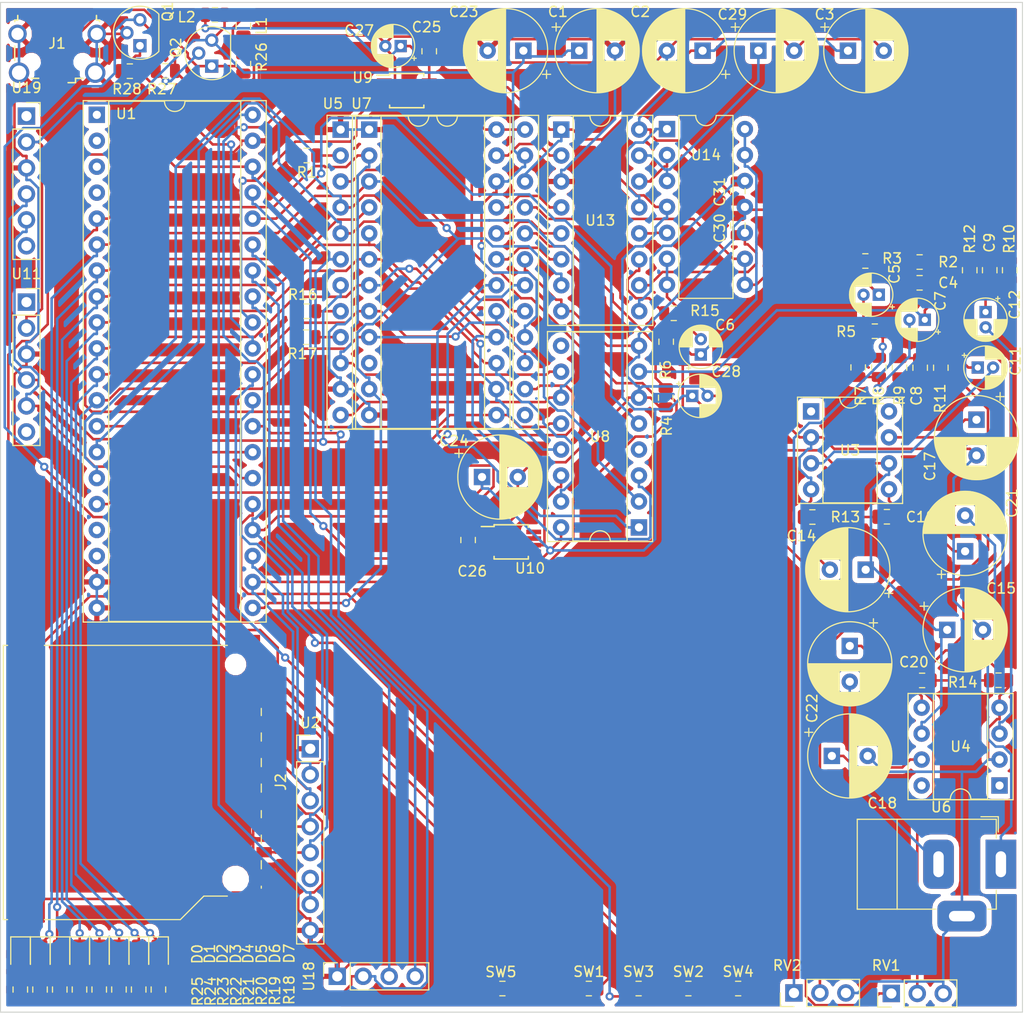
<source format=kicad_pcb>
(kicad_pcb (version 20171130) (host pcbnew "(5.0.1)-4")
  (layers (0 F.Cu signal) (31 B.Cu signal) (34 B.Paste user) (35 F.Paste user) (36 B.SilkS user) (37 F.SilkS user) (38 B.Mask user) (39 F.Mask user) (44 Edge.Cuts user))
  (net 0 "")
  (net 1 VDD)
  (net 2 "Net-(D1-Pad2)")
  (net 3 "Net-(D2-Pad2)")
  (net 4 "Net-(D3-Pad2)")
  (net 5 "Net-(D4-Pad2)")
  (net 6 "Net-(D5-Pad2)")
  (net 7 "Net-(D6-Pad2)")
  (net 8 "Net-(D7-Pad2)")
  (net 9 GNDA)
  (net 10 YM_MOR)
  (net 11 "Net-(C8-Pad2)")
  (net 12 "Net-(C11-Pad1)")
  (net 13 "Net-(R5-Pad1)")
  (net 14 "Net-(C5-Pad2)")
  (net 15 "Net-(C6-Pad2)")
  (net 16 "Net-(R6-Pad1)")
  (net 17 "Net-(C7-Pad2)")
  (net 18 "Net-(C8-Pad1)")
  (net 19 "Net-(C9-Pad2)")
  (net 20 "Net-(C12-Pad1)")
  (net 21 "Net-(C19-Pad1)")
  (net 22 "Net-(C20-Pad1)")
  (net 23 "Net-(R15-Pad1)")
  (net 24 "Net-(R15-Pad2)")
  (net 25 YM_MOL)
  (net 26 SN_OUT)
  (net 27 "Net-(C9-Pad1)")
  (net 28 SPI_MOSI)
  (net 29 SPI_CLK)
  (net 30 YM_CLK_CS)
  (net 31 "Net-(U9-Pad5)")
  (net 32 YM_CLK)
  (net 33 +5V)
  (net 34 SN_CLK)
  (net 35 "Net-(U10-Pad5)")
  (net 36 SN_CLK_CS)
  (net 37 "Net-(U3-Pad1)")
  (net 38 "Net-(C19-Pad2)")
  (net 39 "Net-(C11-Pad2)")
  (net 40 "Net-(C17-Pad1)")
  (net 41 "Net-(U3-Pad8)")
  (net 42 "Net-(U4-Pad8)")
  (net 43 "Net-(C18-Pad1)")
  (net 44 "Net-(C12-Pad2)")
  (net 45 "Net-(C20-Pad2)")
  (net 46 "Net-(U4-Pad1)")
  (net 47 "Net-(U1-Pad1)")
  (net 48 YM_IC)
  (net 49 "Net-(U1-Pad2)")
  (net 50 "Net-(U1-Pad3)")
  (net 51 SPI_MISO)
  (net 52 "Net-(U1-Pad4)")
  (net 53 D0)
  (net 54 D1)
  (net 55 TXD)
  (net 56 D2)
  (net 57 RXD)
  (net 58 D3)
  (net 59 D4)
  (net 60 D5)
  (net 61 D6)
  (net 62 D7)
  (net 63 YM_CS)
  (net 64 SD_CS)
  (net 65 YM_WR)
  (net 66 I2C_CLK)
  (net 67 YM_A0)
  (net 68 I2C_DAT)
  (net 69 YM_A1)
  (net 70 SN_WR)
  (net 71 "Net-(U1-Pad17)")
  (net 72 "Net-(U1-Pad18)")
  (net 73 GND)
  (net 74 +3V3)
  (net 75 "Net-(U13-Pad6)")
  (net 76 "Net-(U13-Pad5)")
  (net 77 "Net-(U13-Pad4)")
  (net 78 "Net-(U13-Pad2)")
  (net 79 "Net-(U7-Pad10)")
  (net 80 "Net-(U7-Pad13)")
  (net 81 "Net-(U8-Pad9)")
  (net 82 READY)
  (net 83 "Net-(C29-Pad1)")
  (net 84 "Net-(U13-Pad14)")
  (net 85 "Net-(U13-Pad13)")
  (net 86 "Net-(U13-Pad12)")
  (net 87 "Net-(C30-Pad2)")
  (net 88 "Net-(C31-Pad2)")
  (net 89 "Net-(J1-Pad2)")
  (net 90 "Net-(J1-Pad3)")
  (net 91 "Net-(J1-Pad4)")
  (net 92 "Net-(U11-Pad1)")
  (net 93 "Net-(U11-Pad6)")
  (net 94 "Net-(U19-Pad6)")
  (net 95 "Net-(U19-Pad1)")
  (net 96 "Net-(U2-Pad6)")
  (net 97 "Net-(C22-Pad2)")
  (net 98 "Net-(C21-Pad2)")
  (net 99 "Net-(R1-Pad1)")
  (net 100 "Net-(R1-Pad2)")
  (net 101 "Net-(R17-Pad1)")
  (net 102 "Net-(R17-Pad2)")
  (net 103 "Net-(R16-Pad2)")
  (net 104 "Net-(R16-Pad1)")
  (net 105 PWR_HOLD)
  (net 106 "Net-(Q1-Pad1)")
  (net 107 "Net-(Q1-Pad3)")
  (net 108 "Net-(Q2-Pad2)")
  (net 109 "Net-(J1-Pad1)")
  (net 110 BUTTON_SELECT)
  (net 111 BUTTON_PREV)
  (net 112 BUTTON_NEXT)
  (net 113 BUTTON_MODE)
  (net 114 "Net-(D0-Pad2)")
  (net 115 "Net-(J2-Pad8)")
  (net 116 "Net-(J2-Pad9)")
  (net 117 "Net-(J2-Pad10)")
  (net 118 "Net-(J2-Pad11)")
  (net 119 "Net-(J2-Pad12)")
  (module Connector_Card:SD_TE_2041021 (layer F.Cu) (at 33.8328 98.6536 270)
    (fp_text reference J2 (at 0 -13.6 270) (layer F.SilkS))
    (fp_text value SD_Card)
    (pad 1 smd rect (at 6.875 -11.975 270) (size 1 1.5) (layers F.Cu F.Paste F.Mask) (net 64 SD_CS))
    (pad 2 smd rect (at 4.375 -11.975 270) (size 1 1.5) (layers F.Cu F.Paste F.Mask) (net 28 SPI_MOSI))
    (pad 3 smd rect (at 1.875 -11.975 270) (size 1 1.5) (layers F.Cu F.Paste F.Mask) (net 73 GND))
    (pad 4 smd rect (at -0.625 -11.975 270) (size 1 1.5) (layers F.Cu F.Paste F.Mask) (net 74 +3V3))
    (pad 5 smd rect (at -3.125 -11.975 270) (size 1 1.5) (layers F.Cu F.Paste F.Mask) (net 29 SPI_CLK))
    (pad 6 smd rect (at -5.625 -11.975 270) (size 1 1.5) (layers F.Cu F.Paste F.Mask) (net 73 GND))
    (pad 7 smd rect (at -8.055 -11.975 270) (size 1 1.5) (layers F.Cu F.Paste F.Mask) (net 51 SPI_MISO))
    (pad 8 smd rect (at -9.755 -11.975 270) (size 1 1.5) (layers F.Cu F.Paste F.Mask) (net 115 "Net-(J2-Pad8)"))
    (pad 9 smd rect (at 9.375 -11.975 270) (size 1 1.5) (layers F.Cu F.Paste F.Mask) (net 116 "Net-(J2-Pad9)"))
    (pad 10 smd rect (at -11.055 -11.975 270) (size 0.7 1.5) (layers F.Cu F.Paste F.Mask) (net 117 "Net-(J2-Pad10)"))
    (pad 11 smd rect (at -12.255 -11.975 270) (size 0.7 1.5) (layers F.Cu F.Paste F.Mask) (net 118 "Net-(J2-Pad11)"))
    (pad "" np_thru_hole circle (at 9.5 -9.175 270) (size 1.6 1.6) (drill 1.6) (layers *.Cu *.Mask))
    (pad "" np_thru_hole circle (at -11.5 -9.175 270) (size 1.1 1.1) (drill 1.1) (layers *.Cu *.Mask))
    (pad 12 smd rect (at 11.45 -10.175 270) (size 1.5 2.8) (layers F.Cu F.Paste F.Mask) (net 119 "Net-(J2-Pad12)"))
    (pad 12 smd rect (at 13.65 11.325 270) (size 1.5 2.8) (layers F.Cu F.Paste F.Mask) (net 119 "Net-(J2-Pad12)"))
    (pad 12 smd rect (at -13.65 11.325 270) (size 1.5 2.8) (layers F.Cu F.Paste F.Mask) (net 119 "Net-(J2-Pad12)"))
    (pad 12 smd rect (at -13.65 -10.175 270) (size 1.5 2.8) (layers F.Cu F.Paste F.Mask) (net 119 "Net-(J2-Pad12)"))
  )
  (module LED_SMD:LED_0805_2012Metric (layer F.Cu) (at 21.9761 115.501 270)
    (fp_text reference D0 (at -0.0072 -17.2923 270) (layer F.SilkS))
    (fp_text value LED hide)
    (pad 1 smd roundrect (at -0.9375 0 270) (size 0.975 1.4) (layers F.Cu F.Paste F.Mask) (net 53 D0))
    (pad 2 smd roundrect (at 0.9375 0 270) (size 0.975 1.4) (layers F.Cu F.Paste F.Mask) (net 114 "Net-(D0-Pad2)"))
  )
  (module Package_TO_SOT_THT:TO-92 (layer F.Cu) (at 33.655 26.5938 90)
    (fp_text reference Q1 (at 3.3528 2.7178 270) (layer F.SilkS))
    (fp_text value 9013 hide)
    (pad 1 thru_hole rect (at 0 0 180) (size 1.3 1.3) (drill 0.75) (layers *.Cu *.Mask) (net 106 "Net-(Q1-Pad1)"))
    (pad 3 thru_hole circle (at 2.54 0 180) (size 1.3 1.3) (drill 0.75) (layers *.Cu *.Mask) (net 107 "Net-(Q1-Pad3)"))
    (pad 2 thru_hole circle (at 1.27 -1.27 180) (size 1.3 1.3) (drill 0.75) (layers *.Cu *.Mask) (net 73 GND))
  )
  (module Package_TO_SOT_THT:TO-92 (layer F.Cu) (at 40.6751 28.5868 90)
    (fp_text reference Q2 (at 1.815155 -3.489457 90) (layer F.SilkS))
    (fp_text value S8550 hide)
    (pad 2 thru_hole circle (at 1.27 -1.27 180) (size 1.3 1.3) (drill 0.75) (layers *.Cu *.Mask) (net 108 "Net-(Q2-Pad2)"))
    (pad 3 thru_hole circle (at 2.54 0 180) (size 1.3 1.3) (drill 0.75) (layers *.Cu *.Mask) (net 1 VDD))
    (pad 1 thru_hole rect (at 0 0 180) (size 1.3 1.3) (drill 0.75) (layers *.Cu *.Mask) (net 109 "Net-(J1-Pad1)"))
  )
  (module Resistor_SMD:R_0805_2012Metric (layer F.Cu) (at 77.5716 118.872)
    (fp_text reference SW1 (at 0 -1.65) (layer F.SilkS))
    (fp_text value Mode)
    (pad 1 smd roundrect (at -0.9375 0) (size 0.975 1.4) (layers F.Cu F.Paste F.Mask) (net 113 BUTTON_MODE))
    (pad 2 smd roundrect (at 0.9375 0) (size 0.975 1.4) (layers F.Cu F.Paste F.Mask) (net 73 GND))
  )
  (module Resistor_SMD:R_0805_2012Metric (layer F.Cu) (at 87.3098 118.872)
    (fp_text reference SW2 (at 0 -1.65) (layer F.SilkS))
    (fp_text value NEXT)
    (pad 2 smd roundrect (at 0.9375 0) (size 0.975 1.4) (layers F.Cu F.Paste F.Mask) (net 73 GND))
    (pad 1 smd roundrect (at -0.9375 0) (size 0.975 1.4) (layers F.Cu F.Paste F.Mask) (net 112 BUTTON_NEXT))
  )
  (module Resistor_SMD:R_0805_2012Metric (layer F.Cu) (at 92.1788 118.872)
    (fp_text reference SW4 (at 0 -1.65) (layer F.SilkS))
    (fp_text value SELECT)
    (pad 1 smd roundrect (at -0.9375 0) (size 0.975 1.4) (layers F.Cu F.Paste F.Mask) (net 110 BUTTON_SELECT))
    (pad 2 smd roundrect (at 0.9375 0) (size 0.975 1.4) (layers F.Cu F.Paste F.Mask) (net 73 GND))
  )
  (module Resistor_SMD:R_0805_2012Metric (layer F.Cu) (at 69.1157 118.872)
    (fp_text reference SW5 (at -0.1524 -1.6256) (layer F.SilkS))
    (fp_text value PWR)
    (pad 2 smd roundrect (at 0.9375 0) (size 0.975 1.4) (layers F.Cu F.Paste F.Mask) (net 107 "Net-(Q1-Pad3)"))
    (pad 1 smd roundrect (at -0.9375 0) (size 0.975 1.4) (layers F.Cu F.Paste F.Mask) (net 73 GND))
  )
  (module Resistor_SMD:R_0805_2012Metric (layer F.Cu) (at 82.4407 118.872)
    (fp_text reference SW3 (at 0 -1.65) (layer F.SilkS))
    (fp_text value PREV)
    (pad 1 smd roundrect (at -0.9375 0) (size 0.975 1.4) (layers F.Cu F.Paste F.Mask) (net 111 BUTTON_PREV))
    (pad 2 smd roundrect (at 0.9375 0) (size 0.975 1.4) (layers F.Cu F.Paste F.Mask) (net 73 GND))
  )
  (module Resistor_SMD:R_0805_2012Metric (layer F.Cu) (at 25.8114 118.97 270)
    (fp_text reference R23 (at 0.181 -15.997 270) (layer F.SilkS))
    (fp_text value 330 hide)
    (pad 2 smd roundrect (at 0.9375 0 270) (size 0.975 1.4) (layers F.Cu F.Paste F.Mask) (net 1 VDD))
    (pad 1 smd roundrect (at -0.9375 0 270) (size 0.975 1.4) (layers F.Cu F.Paste F.Mask) (net 3 "Net-(D2-Pad2)"))
  )
  (module Resistor_SMD:R_0805_2012Metric (layer F.Cu) (at 23.881 118.97 270)
    (fp_text reference R24 (at 0.181 -16.6828 270) (layer F.SilkS))
    (fp_text value 330 hide)
    (pad 1 smd roundrect (at -0.9375 0 270) (size 0.975 1.4) (layers F.Cu F.Paste F.Mask) (net 2 "Net-(D1-Pad2)"))
    (pad 2 smd roundrect (at 0.9375 0 270) (size 0.975 1.4) (layers F.Cu F.Paste F.Mask) (net 1 VDD))
  )
  (module Resistor_SMD:R_0805_2012Metric (layer F.Cu) (at 21.9506 118.97 270)
    (fp_text reference R25 (at 0.181 -17.3432 270) (layer F.SilkS))
    (fp_text value 330 hide)
    (pad 2 smd roundrect (at 0.9375 0 270) (size 0.975 1.4) (layers F.Cu F.Paste F.Mask) (net 1 VDD))
    (pad 1 smd roundrect (at -0.9375 0 270) (size 0.975 1.4) (layers F.Cu F.Paste F.Mask) (net 114 "Net-(D0-Pad2)"))
  )
  (module Resistor_SMD:R_0805_2012Metric (layer F.Cu) (at 29.6722 118.97 270)
    (fp_text reference R21 (at 0.1556 -14.6254 270) (layer F.SilkS))
    (fp_text value 330 hide)
    (pad 1 smd roundrect (at -0.9375 0 270) (size 0.975 1.4) (layers F.Cu F.Paste F.Mask) (net 5 "Net-(D4-Pad2)"))
    (pad 2 smd roundrect (at 0.9375 0 270) (size 0.975 1.4) (layers F.Cu F.Paste F.Mask) (net 1 VDD))
  )
  (module Resistor_SMD:R_0805_2012Metric (layer F.Cu) (at 43.7739 28.3813 270)
    (fp_text reference R26 (at -0.6835 -1.778 270) (layer F.SilkS))
    (fp_text value 47k hide)
    (pad 2 smd roundrect (at 0.9375 0 270) (size 0.975 1.4) (layers F.Cu F.Paste F.Mask) (net 109 "Net-(J1-Pad1)"))
    (pad 1 smd roundrect (at -0.9375 0 270) (size 0.975 1.4) (layers F.Cu F.Paste F.Mask) (net 107 "Net-(Q1-Pad3)"))
  )
  (module Resistor_SMD:R_0805_2012Metric (layer F.Cu) (at 36.1442 29.0576 180)
    (fp_text reference R27 (at 0.3556 -1.778 180) (layer F.SilkS))
    (fp_text value 1k hide)
    (pad 1 smd roundrect (at -0.9375 0 180) (size 0.975 1.4) (layers F.Cu F.Paste F.Mask) (net 107 "Net-(Q1-Pad3)"))
    (pad 2 smd roundrect (at 0.9375 0 180) (size 0.975 1.4) (layers F.Cu F.Paste F.Mask) (net 108 "Net-(Q2-Pad2)"))
  )
  (module Resistor_SMD:R_0805_2012Metric (layer F.Cu) (at 32.6667 29.083)
    (fp_text reference R28 (at -0.2817 1.7526 180) (layer F.SilkS))
    (fp_text value 4.7k hide)
    (pad 2 smd roundrect (at 0.9375 0) (size 0.975 1.4) (layers F.Cu F.Paste F.Mask) (net 105 PWR_HOLD))
    (pad 1 smd roundrect (at -0.9375 0) (size 0.975 1.4) (layers F.Cu F.Paste F.Mask) (net 106 "Net-(Q1-Pad1)"))
  )
  (module Resistor_SMD:R_0805_2012Metric (layer F.Cu) (at 27.7418 118.97 270)
    (fp_text reference R22 (at 0.181 -15.3366 270) (layer F.SilkS))
    (fp_text value 330 hide)
    (pad 1 smd roundrect (at -0.9375 0 270) (size 0.975 1.4) (layers F.Cu F.Paste F.Mask) (net 4 "Net-(D3-Pad2)"))
    (pad 2 smd roundrect (at 0.9375 0 270) (size 0.975 1.4) (layers F.Cu F.Paste F.Mask) (net 1 VDD))
  )
  (module Resistor_SMD:R_0805_2012Metric (layer F.Cu) (at 49.9641 52.578 180)
    (fp_text reference R16 (at 0.3833 1.6256 180) (layer F.SilkS))
    (fp_text value 0 hide)
    (pad 2 smd roundrect (at 0.9375 0 180) (size 0.975 1.4) (layers F.Cu F.Paste F.Mask) (net 103 "Net-(R16-Pad2)"))
    (pad 1 smd roundrect (at -0.9375 0 180) (size 0.975 1.4) (layers F.Cu F.Paste F.Mask) (net 104 "Net-(R16-Pad1)"))
  )
  (module Resistor_SMD:R_0805_2012Metric (layer F.Cu) (at 49.9087 55.118 180)
    (fp_text reference R17 (at 0.3787 -1.6256 180) (layer F.SilkS))
    (fp_text value 0 hide)
    (pad 1 smd roundrect (at -0.9375 0 180) (size 0.975 1.4) (layers F.Cu F.Paste F.Mask) (net 101 "Net-(R17-Pad1)"))
    (pad 2 smd roundrect (at 0.9375 0 180) (size 0.975 1.4) (layers F.Cu F.Paste F.Mask) (net 102 "Net-(R17-Pad2)"))
  )
  (module Resistor_SMD:R_0805_2012Metric (layer F.Cu) (at 35.4634 118.97 270)
    (fp_text reference R18 (at 0.054 -12.7966 270) (layer F.SilkS))
    (fp_text value 330 hide)
    (pad 2 smd roundrect (at 0.9375 0 270) (size 0.975 1.4) (layers F.Cu F.Paste F.Mask) (net 1 VDD))
    (pad 1 smd roundrect (at -0.9375 0 270) (size 0.975 1.4) (layers F.Cu F.Paste F.Mask) (net 8 "Net-(D7-Pad2)"))
  )
  (module Resistor_SMD:R_0805_2012Metric (layer F.Cu) (at 33.533 118.97 270)
    (fp_text reference R19 (at 0.1302 -13.33 270) (layer F.SilkS))
    (fp_text value 330 hide)
    (pad 1 smd roundrect (at -0.9375 0 270) (size 0.975 1.4) (layers F.Cu F.Paste F.Mask) (net 7 "Net-(D6-Pad2)"))
    (pad 2 smd roundrect (at 0.9375 0 270) (size 0.975 1.4) (layers F.Cu F.Paste F.Mask) (net 1 VDD))
  )
  (module Resistor_SMD:R_0805_2012Metric (layer F.Cu) (at 31.6026 118.97 270)
    (fp_text reference R20 (at 0.1302 -13.965 270) (layer F.SilkS))
    (fp_text value 330 hide)
    (pad 2 smd roundrect (at 0.9375 0 270) (size 0.975 1.4) (layers F.Cu F.Paste F.Mask) (net 1 VDD))
    (pad 1 smd roundrect (at -0.9375 0 270) (size 0.975 1.4) (layers F.Cu F.Paste F.Mask) (net 6 "Net-(D5-Pad2)"))
  )
  (module Resistor_SMD:R_0805_2012Metric (layer F.Cu) (at 49.9641 37.338 180)
    (fp_text reference R1 (at 0 -1.65 180) (layer F.SilkS))
    (fp_text value 0 hide)
    (pad 1 smd roundrect (at -0.9375 0 180) (size 0.975 1.4) (layers F.Cu F.Paste F.Mask) (net 99 "Net-(R1-Pad1)"))
    (pad 2 smd roundrect (at 0.9375 0 180) (size 0.975 1.4) (layers F.Cu F.Paste F.Mask) (net 100 "Net-(R1-Pad2)"))
  )
  (module Capacitor_SMD:C_0805_2012Metric (layer F.Cu) (at 92.1512 40.8155 90)
    (fp_text reference C31 (at -0.0785 -1.778 90) (layer F.SilkS))
    (fp_text value 1.5nF hide)
    (pad 1 smd roundrect (at -0.9375 0 90) (size 0.975 1.4) (layers F.Cu F.Paste F.Mask) (net 9 GNDA))
    (pad 2 smd roundrect (at 0.9375 0 90) (size 0.975 1.4) (layers F.Cu F.Paste F.Mask) (net 88 "Net-(C31-Pad2)"))
  )
  (module Capacitor_SMD:C_0805_2012Metric (layer F.Cu) (at 65.7606 74.9734 270)
    (fp_text reference C26 (at 3.05538 -0.40132) (layer F.SilkS))
    (fp_text value 10nF hide)
    (pad 2 smd roundrect (at 0.9375 0 270) (size 0.975 1.4) (layers F.Cu F.Paste F.Mask) (net 33 +5V))
    (pad 1 smd roundrect (at -0.9375 0 270) (size 0.975 1.4) (layers F.Cu F.Paste F.Mask) (net 9 GNDA))
  )
  (module Capacitor_SMD:C_0805_2012Metric (layer F.Cu) (at 61.9557 27.1323 270)
    (fp_text reference C25 (at -2.3645 0.254 180) (layer F.SilkS))
    (fp_text value 10nF hide)
    (pad 1 smd roundrect (at -0.9375 0 270) (size 0.975 1.4) (layers F.Cu F.Paste F.Mask) (net 9 GNDA))
    (pad 2 smd roundrect (at 0.9375 0 270) (size 0.975 1.4) (layers F.Cu F.Paste F.Mask) (net 33 +5V))
  )
  (module Capacitor_SMD:C_0805_2012Metric (layer F.Cu) (at 110.175 88.7149 180)
    (fp_text reference C20 (at 0.802023 1.796095 180) (layer F.SilkS))
    (fp_text value 47nF hide)
    (pad 2 smd roundrect (at 0.9375 0 180) (size 0.975 1.4) (layers F.Cu F.Paste F.Mask) (net 45 "Net-(C20-Pad2)"))
    (pad 1 smd roundrect (at -0.9375 0 180) (size 0.975 1.4) (layers F.Cu F.Paste F.Mask) (net 22 "Net-(C20-Pad1)"))
  )
  (module Capacitor_SMD:C_0805_2012Metric (layer F.Cu) (at 106.731 72.6948)
    (fp_text reference C19 (at 3.302 0.0254) (layer F.SilkS))
    (fp_text value 47nF hide)
    (pad 1 smd roundrect (at -0.9375 0) (size 0.975 1.4) (layers F.Cu F.Paste F.Mask) (net 21 "Net-(C19-Pad1)"))
    (pad 2 smd roundrect (at 0.9375 0) (size 0.975 1.4) (layers F.Cu F.Paste F.Mask) (net 38 "Net-(C19-Pad2)"))
  )
  (module Capacitor_SMD:C_0805_2012Metric (layer F.Cu) (at 116.789 48.5625 270)
    (fp_text reference C9 (at -2.6901 0.0254 270) (layer F.SilkS))
    (fp_text value 4.7nF hide)
    (pad 2 smd roundrect (at 0.9375 0 270) (size 0.975 1.4) (layers F.Cu F.Paste F.Mask) (net 19 "Net-(C9-Pad2)"))
    (pad 1 smd roundrect (at -0.9375 0 270) (size 0.975 1.4) (layers F.Cu F.Paste F.Mask) (net 27 "Net-(C9-Pad1)"))
  )
  (module Capacitor_SMD:C_0805_2012Metric (layer F.Cu) (at 109.931 49.7967 180)
    (fp_text reference C4 (at -2.794 0 180) (layer F.SilkS))
    (fp_text value 220pF hide)
    (pad 2 smd roundrect (at 0.9375 0 180) (size 0.975 1.4) (layers F.Cu F.Paste F.Mask) (net 9 GNDA))
    (pad 1 smd roundrect (at -0.9375 0 180) (size 0.975 1.4) (layers F.Cu F.Paste F.Mask) (net 26 SN_OUT))
  )
  (module Capacitor_SMD:C_0805_2012Metric (layer F.Cu) (at 109.985 58.1086 270)
    (fp_text reference C8 (at 2.7498 0.3582 270) (layer F.SilkS))
    (fp_text value 4.7nF hide)
    (pad 2 smd roundrect (at 0.9375 0 270) (size 0.975 1.4) (layers F.Cu F.Paste F.Mask) (net 11 "Net-(C8-Pad2)"))
    (pad 1 smd roundrect (at -0.9375 0 270) (size 0.975 1.4) (layers F.Cu F.Paste F.Mask) (net 18 "Net-(C8-Pad1)"))
  )
  (module Capacitor_SMD:C_0805_2012Metric (layer F.Cu) (at 92.1512 44.196 270)
    (fp_text reference C30 (at 0.254 1.778 270) (layer F.SilkS))
    (fp_text value 1.5nF hide)
    (pad 1 smd roundrect (at -0.9375 0 270) (size 0.975 1.4) (layers F.Cu F.Paste F.Mask) (net 9 GNDA))
    (pad 2 smd roundrect (at 0.9375 0 270) (size 0.975 1.4) (layers F.Cu F.Paste F.Mask) (net 87 "Net-(C30-Pad2)"))
  )
  (module Capacitor_THT:CP_Radial_D4.0mm_P1.50mm (layer F.Cu) (at 105.943 50.9651 180)
    (fp_text reference C5 (at -1.524 2.032 -90) (layer F.SilkS))
    (fp_text value 10uF hide)
    (pad 2 thru_hole circle (at 1.5 0 180) (size 1.2 1.2) (drill 0.6) (layers *.Cu *.Mask) (net 14 "Net-(C5-Pad2)"))
    (pad 1 thru_hole rect (at 0 0 180) (size 1.2 1.2) (drill 0.6) (layers *.Cu *.Mask) (net 25 YM_MOL))
  )
  (module Capacitor_THT:CP_Radial_D4.0mm_P1.50mm (layer F.Cu) (at 116.383 52.6542 270)
    (fp_text reference C12 (at -0.7112 -2.8448 270) (layer F.SilkS))
    (fp_text value 16uF hide)
    (pad 2 thru_hole circle (at 1.5 0 270) (size 1.2 1.2) (drill 0.6) (layers *.Cu *.Mask) (net 44 "Net-(C12-Pad2)"))
    (pad 1 thru_hole rect (at 0 0 270) (size 1.2 1.2) (drill 0.6) (layers *.Cu *.Mask) (net 20 "Net-(C12-Pad1)"))
  )
  (module Capacitor_THT:CP_Radial_D4.0mm_P1.50mm (layer F.Cu) (at 87.6859 60.8635)
    (fp_text reference C28 (at 3.32232 -2.37236 -180) (layer F.SilkS))
    (fp_text value 1uF hide)
    (pad 1 thru_hole rect (at 0 0) (size 1.2 1.2) (drill 0.6) (layers *.Cu *.Mask) (net 33 +5V))
    (pad 2 thru_hole circle (at 1.5 0) (size 1.2 1.2) (drill 0.6) (layers *.Cu *.Mask) (net 9 GNDA))
  )
  (module Capacitor_THT:CP_Radial_D4.0mm_P1.50mm (layer F.Cu) (at 110.439 53.4162 180)
    (fp_text reference C7 (at -1.524 1.8288 -90) (layer F.SilkS))
    (fp_text value 1uF hide)
    (pad 1 thru_hole rect (at 0 0 180) (size 1.2 1.2) (drill 0.6) (layers *.Cu *.Mask) (net 26 SN_OUT))
    (pad 2 thru_hole circle (at 1.5 0 180) (size 1.2 1.2) (drill 0.6) (layers *.Cu *.Mask) (net 17 "Net-(C7-Pad2)"))
  )
  (module Capacitor_THT:CP_Radial_D4.0mm_P1.50mm (layer F.Cu) (at 88.5292 56.8147 90)
    (fp_text reference C6 (at 2.88544 2.37236) (layer F.SilkS))
    (fp_text value 10uF hide)
    (pad 2 thru_hole circle (at 1.5 0 90) (size 1.2 1.2) (drill 0.6) (layers *.Cu *.Mask) (net 15 "Net-(C6-Pad2)"))
    (pad 1 thru_hole rect (at 0 0 90) (size 1.2 1.2) (drill 0.6) (layers *.Cu *.Mask) (net 10 YM_MOR))
  )
  (module Capacitor_THT:CP_Radial_D4.0mm_P1.50mm (layer F.Cu) (at 59.1617 26.6243 180)
    (fp_text reference C27 (at 4.064 1.524 180) (layer F.SilkS))
    (fp_text value 1uF hide)
    (pad 2 thru_hole circle (at 1.5 0 180) (size 1.2 1.2) (drill 0.6) (layers *.Cu *.Mask) (net 9 GNDA))
    (pad 1 thru_hole rect (at 0 0 180) (size 1.2 1.2) (drill 0.6) (layers *.Cu *.Mask) (net 33 +5V))
  )
  (module Capacitor_THT:CP_Radial_D4.0mm_P1.50mm (layer F.Cu) (at 115.621 58.0896)
    (fp_text reference C11 (at 3.683 -0.6348 90) (layer F.SilkS))
    (fp_text value 16uF hide)
    (pad 1 thru_hole rect (at 0 0) (size 1.2 1.2) (drill 0.6) (layers *.Cu *.Mask) (net 12 "Net-(C11-Pad1)"))
    (pad 2 thru_hole circle (at 1.5 0) (size 1.2 1.2) (drill 0.6) (layers *.Cu *.Mask) (net 39 "Net-(C11-Pad2)"))
  )
  (module Capacitor_THT:CP_Radial_D8.0mm_P3.50mm (layer F.Cu) (at 103.098 85.3392 270)
    (fp_text reference C22 (at 6.096 3.683 90) (layer F.SilkS))
    (fp_text value 1000uF hide)
    (pad 2 thru_hole circle (at 3.5 0 270) (size 1.6 1.6) (drill 0.8) (layers *.Cu *.Mask) (net 97 "Net-(C22-Pad2)"))
    (pad 1 thru_hole rect (at 0 0 270) (size 1.6 1.6) (drill 0.8) (layers *.Cu *.Mask) (net 45 "Net-(C20-Pad2)"))
  )
  (module Capacitor_THT:CP_Radial_D8.0mm_P3.50mm (layer F.Cu) (at 114.381 76.0741 90)
    (fp_text reference C21 (at 4.7255 4.593 90) (layer F.SilkS))
    (fp_text value 1000uF hide)
    (pad 1 thru_hole rect (at 0 0 90) (size 1.6 1.6) (drill 0.8) (layers *.Cu *.Mask) (net 38 "Net-(C19-Pad2)"))
    (pad 2 thru_hole circle (at 3.5 0 90) (size 1.6 1.6) (drill 0.8) (layers *.Cu *.Mask) (net 98 "Net-(C21-Pad2)"))
  )
  (module Capacitor_THT:CP_Radial_D8.0mm_P3.50mm (layer F.Cu) (at 71.1708 27.0764 180)
    (fp_text reference C23 (at 5.842 3.81 180) (layer F.SilkS))
    (fp_text value 1000uF hide)
    (pad 2 thru_hole circle (at 3.5 0 180) (size 1.6 1.6) (drill 0.8) (layers *.Cu *.Mask) (net 73 GND))
    (pad 1 thru_hole rect (at 0 0 180) (size 1.6 1.6) (drill 0.8) (layers *.Cu *.Mask) (net 1 VDD))
  )
  (module Capacitor_THT:CP_Radial_D8.0mm_P3.50mm (layer F.Cu) (at 67.122 68.8086)
    (fp_text reference C24 (at -2.7432 -3.53568) (layer F.SilkS))
    (fp_text value 1000uF hide)
    (pad 1 thru_hole rect (at 0 0) (size 1.6 1.6) (drill 0.8) (layers *.Cu *.Mask) (net 33 +5V))
    (pad 2 thru_hole circle (at 3.5 0) (size 1.6 1.6) (drill 0.8) (layers *.Cu *.Mask) (net 9 GNDA))
  )
  (module Capacitor_THT:CP_Radial_D8.0mm_P3.50mm (layer F.Cu) (at 88.6984 27.0764 180)
    (fp_text reference C2 (at 6.096 3.81 180) (layer F.SilkS))
    (fp_text value 100uF hide)
    (pad 2 thru_hole circle (at 3.5 0 180) (size 1.6 1.6) (drill 0.8) (layers *.Cu *.Mask) (net 9 GNDA))
    (pad 1 thru_hole rect (at 0 0 180) (size 1.6 1.6) (drill 0.8) (layers *.Cu *.Mask) (net 33 +5V))
  )
  (module Capacitor_THT:CP_Radial_D8.0mm_P3.50mm (layer F.Cu) (at 76.6293 27.0764)
    (fp_text reference C1 (at -2.088 -3.81) (layer F.SilkS))
    (fp_text value 100uF hide)
    (pad 1 thru_hole rect (at 0 0) (size 1.6 1.6) (drill 0.8) (layers *.Cu *.Mask) (net 1 VDD))
    (pad 2 thru_hole circle (at 3.5 0) (size 1.6 1.6) (drill 0.8) (layers *.Cu *.Mask) (net 73 GND))
  )
  (module Capacitor_THT:CP_Radial_D8.0mm_P3.50mm (layer F.Cu) (at 102.921 27.0764)
    (fp_text reference C3 (at -2.286 -3.556) (layer F.SilkS))
    (fp_text value 1000uF hide)
    (pad 2 thru_hole circle (at 3.5 0) (size 1.6 1.6) (drill 0.8) (layers *.Cu *.Mask) (net 9 GNDA))
    (pad 1 thru_hole rect (at 0 0) (size 1.6 1.6) (drill 0.8) (layers *.Cu *.Mask) (net 33 +5V))
  )
  (module Capacitor_THT:CP_Radial_D8.0mm_P3.50mm (layer F.Cu) (at 115.494 63.1952 270)
    (fp_text reference C17 (at 4.5709 4.551 90) (layer F.SilkS))
    (fp_text value 100uF hide)
    (pad 1 thru_hole rect (at 0 0 270) (size 1.6 1.6) (drill 0.8) (layers *.Cu *.Mask) (net 40 "Net-(C17-Pad1)"))
    (pad 2 thru_hole circle (at 3.5 0 270) (size 1.6 1.6) (drill 0.8) (layers *.Cu *.Mask) (net 9 GNDA))
  )
  (module Capacitor_THT:CP_Radial_D8.0mm_P3.50mm (layer F.Cu) (at 112.631 83.7619)
    (fp_text reference C15 (at 5.275902 -4.056695 180) (layer F.SilkS))
    (fp_text value 100uF hide)
    (pad 2 thru_hole circle (at 3.5 0) (size 1.6 1.6) (drill 0.8) (layers *.Cu *.Mask) (net 9 GNDA))
    (pad 1 thru_hole rect (at 0 0) (size 1.6 1.6) (drill 0.8) (layers *.Cu *.Mask) (net 33 +5V))
  )
  (module Capacitor_THT:CP_Radial_D8.0mm_P3.50mm (layer F.Cu) (at 104.653 77.8775 180)
    (fp_text reference C14 (at 6.2786 3.3031) (layer F.SilkS))
    (fp_text value 100uF hide)
    (pad 1 thru_hole rect (at 0 0 180) (size 1.6 1.6) (drill 0.8) (layers *.Cu *.Mask) (net 33 +5V))
    (pad 2 thru_hole circle (at 3.5 0 180) (size 1.6 1.6) (drill 0.8) (layers *.Cu *.Mask) (net 9 GNDA))
  )
  (module Capacitor_THT:CP_Radial_D8.0mm_P3.50mm (layer F.Cu) (at 101.348 96.1063)
    (fp_text reference C18 (at 4.9276 4.6228) (layer F.SilkS))
    (fp_text value 100uF hide)
    (pad 2 thru_hole circle (at 3.5 0) (size 1.6 1.6) (drill 0.8) (layers *.Cu *.Mask) (net 9 GNDA))
    (pad 1 thru_hole rect (at 0 0) (size 1.6 1.6) (drill 0.8) (layers *.Cu *.Mask) (net 43 "Net-(C18-Pad1)"))
  )
  (module Capacitor_THT:CP_Radial_D8.0mm_P3.50mm (layer F.Cu) (at 94.157 27.0764)
    (fp_text reference C29 (at -2.54 -3.556) (layer F.SilkS))
    (fp_text value 10uF hide)
    (pad 1 thru_hole rect (at 0 0) (size 1.6 1.6) (drill 0.8) (layers *.Cu *.Mask) (net 83 "Net-(C29-Pad1)"))
    (pad 2 thru_hole circle (at 3.5 0) (size 1.6 1.6) (drill 0.8) (layers *.Cu *.Mask) (net 9 GNDA))
  )
  (module Connector_Audio:Jack_Horizontal (layer F.Cu) (at 117.881 106.705)
    (fp_text reference U6 (at -5.84 -5.59) (layer F.SilkS))
    (fp_text value AUDIOJACK-VGM hide)
    (pad 2 thru_hole roundrect (at -6.1 0) (size 3 4.8) (drill oval 1.02 2.54) (layers *.Cu *.Mask) (net 97 "Net-(C22-Pad2)"))
    (pad 1 thru_hole rect (at 0 0) (size 3 4.8) (drill oval 1.02 2.54) (layers *.Cu *.Mask) (net 98 "Net-(C21-Pad2)"))
    (pad 3 thru_hole roundrect (at -3.81 5.08) (size 4.8 3) (drill oval 2.54 1.02) (layers *.Cu *.Mask) (net 9 GNDA))
  )
  (module Connector_PinHeader_2.54mm:PinHeader_1x03_P2.54mm_Vertical (layer F.Cu) (at 107.163 119.355 90)
    (fp_text reference RV1 (at 2.7432 -0.508 180) (layer F.SilkS))
    (fp_text value 10k hide)
    (pad 3 thru_hole oval (at 0 5.08 90) (size 1.7 1.7) (drill 1) (layers *.Cu *.Mask) (net 9 GNDA))
    (pad 2 thru_hole oval (at 0 2.54 90) (size 1.7 1.7) (drill 1) (layers *.Cu *.Mask) (net 27 "Net-(C9-Pad1)"))
    (pad 1 thru_hole rect (at 0 0 90) (size 1.7 1.7) (drill 1) (layers *.Cu *.Mask) (net 16 "Net-(R6-Pad1)"))
  )
  (module Connector_PinHeader_2.54mm:PinHeader_1x03_P2.54mm_Vertical (layer F.Cu) (at 97.6376 119.304 90)
    (fp_text reference RV2 (at 2.6924 -0.6604 180) (layer F.SilkS))
    (fp_text value 10k hide)
    (pad 1 thru_hole rect (at 0 0 90) (size 1.7 1.7) (drill 1) (layers *.Cu *.Mask) (net 13 "Net-(R5-Pad1)"))
    (pad 2 thru_hole oval (at 0 2.54 90) (size 1.7 1.7) (drill 1) (layers *.Cu *.Mask) (net 18 "Net-(C8-Pad1)"))
    (pad 3 thru_hole oval (at 0 5.08 90) (size 1.7 1.7) (drill 1) (layers *.Cu *.Mask) (net 9 GNDA))
  )
  (module Connector_PinHeader_2.54mm:PinHeader_1x08_P2.54mm_Vertical (layer F.Cu) (at 50.3174 95.4024)
    (fp_text reference U2 (at 0 -2.54) (layer F.SilkS))
    (fp_text value SDCardModule hide)
    (pad 1 thru_hole rect (at 0 0) (size 1.7 1.7) (drill 1) (layers *.Cu *.Mask) (net 73 GND))
    (pad 2 thru_hole oval (at 0 2.54) (size 1.7 1.7) (drill 1) (layers *.Cu *.Mask) (net 51 SPI_MISO))
    (pad 3 thru_hole oval (at 0 5.08) (size 1.7 1.7) (drill 1) (layers *.Cu *.Mask) (net 29 SPI_CLK))
    (pad 4 thru_hole oval (at 0 7.62) (size 1.7 1.7) (drill 1) (layers *.Cu *.Mask) (net 28 SPI_MOSI))
    (pad 5 thru_hole oval (at 0 10.16) (size 1.7 1.7) (drill 1) (layers *.Cu *.Mask) (net 64 SD_CS))
    (pad 6 thru_hole oval (at 0 12.7) (size 1.7 1.7) (drill 1) (layers *.Cu *.Mask) (net 96 "Net-(U2-Pad6)"))
    (pad 7 thru_hole oval (at 0 15.24) (size 1.7 1.7) (drill 1) (layers *.Cu *.Mask) (net 74 +3V3))
    (pad 8 thru_hole oval (at 0 17.78) (size 1.7 1.7) (drill 1) (layers *.Cu *.Mask) (net 73 GND))
  )
  (module Connector_PinSocket_2.54mm:PinSocket_1x04_P2.54mm_Vertical (layer F.Cu) (at 52.959 117.678 90)
    (fp_text reference U18 (at 0 -2.77 90) (layer F.SilkS))
    (fp_text value OLED_128_64_I2C)
    (pad 1 thru_hole rect (at 0 0 90) (size 1.7 1.7) (drill 1) (layers *.Cu *.Mask) (net 73 GND))
    (pad 2 thru_hole oval (at 0 2.54 90) (size 1.7 1.7) (drill 1) (layers *.Cu *.Mask) (net 1 VDD))
    (pad 3 thru_hole oval (at 0 5.08 90) (size 1.7 1.7) (drill 1) (layers *.Cu *.Mask) (net 66 I2C_CLK))
    (pad 4 thru_hole oval (at 0 7.62 90) (size 1.7 1.7) (drill 1) (layers *.Cu *.Mask) (net 68 I2C_DAT))
  )
  (module Connector_PinSocket_2.54mm:PinSocket_1x06_P2.54mm_Vertical (layer F.Cu) (at 22.5552 33.4772)
    (fp_text reference U19 (at 0 -2.77) (layer F.SilkS))
    (fp_text value ESP8266Module hide)
    (pad 6 thru_hole oval (at 0 12.7) (size 1.7 1.7) (drill 1) (layers *.Cu *.Mask) (net 94 "Net-(U19-Pad6)"))
    (pad 5 thru_hole oval (at 0 10.16) (size 1.7 1.7) (drill 1) (layers *.Cu *.Mask) (net 55 TXD))
    (pad 4 thru_hole oval (at 0 7.62) (size 1.7 1.7) (drill 1) (layers *.Cu *.Mask) (net 57 RXD))
    (pad 3 thru_hole oval (at 0 5.08) (size 1.7 1.7) (drill 1) (layers *.Cu *.Mask) (net 73 GND))
    (pad 2 thru_hole oval (at 0 2.54) (size 1.7 1.7) (drill 1) (layers *.Cu *.Mask) (net 1 VDD))
    (pad 1 thru_hole rect (at 0 0) (size 1.7 1.7) (drill 1) (layers *.Cu *.Mask) (net 95 "Net-(U19-Pad1)"))
  )
  (module Connector_PinSocket_2.54mm:PinSocket_1x06_P2.54mm_Vertical (layer F.Cu) (at 22.5552 51.689)
    (fp_text reference U11 (at 0 -2.77) (layer F.SilkS))
    (fp_text value HC-06 hide)
    (pad 1 thru_hole rect (at 0 0) (size 1.7 1.7) (drill 1) (layers *.Cu *.Mask) (net 92 "Net-(U11-Pad1)"))
    (pad 2 thru_hole oval (at 0 2.54) (size 1.7 1.7) (drill 1) (layers *.Cu *.Mask) (net 1 VDD))
    (pad 3 thru_hole oval (at 0 5.08) (size 1.7 1.7) (drill 1) (layers *.Cu *.Mask) (net 73 GND))
    (pad 4 thru_hole oval (at 0 7.62) (size 1.7 1.7) (drill 1) (layers *.Cu *.Mask) (net 57 RXD))
    (pad 5 thru_hole oval (at 0 10.16) (size 1.7 1.7) (drill 1) (layers *.Cu *.Mask) (net 55 TXD))
    (pad 6 thru_hole oval (at 0 12.7) (size 1.7 1.7) (drill 1) (layers *.Cu *.Mask) (net 93 "Net-(U11-Pad6)"))
  )
  (module Connector_USB:USB_Micro-B_Wuerth_629105150521_CircularHoles (layer F.Cu) (at 25.5524 27.3812 180)
    (fp_text reference J1 (at 0 1.016 180) (layer F.SilkS))
    (fp_text value USB_B_Mini hide)
    (pad 1 smd rect (at -1.3 -1.9 180) (size 0.45 1.3) (layers F.Cu F.Paste F.Mask) (net 109 "Net-(J1-Pad1)"))
    (pad 2 smd rect (at -0.65 -1.9 180) (size 0.45 1.3) (layers F.Cu F.Paste F.Mask) (net 89 "Net-(J1-Pad2)"))
    (pad 3 smd rect (at 0 -1.9 180) (size 0.45 1.3) (layers F.Cu F.Paste F.Mask) (net 90 "Net-(J1-Pad3)"))
    (pad 4 smd rect (at 0.65 -1.9 180) (size 0.45 1.3) (layers F.Cu F.Paste F.Mask) (net 91 "Net-(J1-Pad4)"))
    (pad 5 smd rect (at 1.3 -1.9 180) (size 0.45 1.3) (layers F.Cu F.Paste F.Mask) (net 73 GND))
    (pad 6 thru_hole circle (at -3.725 -1.85 180) (size 2 2) (drill 1.4) (layers *.Cu *.Mask) (net 73 GND))
    (pad 6 thru_hole circle (at 3.725 -1.85 180) (size 2 2) (drill 1.4) (layers *.Cu *.Mask) (net 73 GND))
    (pad 6 thru_hole circle (at -3.875 1.95 180) (size 1.8 1.8) (drill 1.2) (layers *.Cu *.Mask) (net 73 GND))
    (pad 6 thru_hole circle (at 3.875 1.95 180) (size 1.8 1.8) (drill 1.2) (layers *.Cu *.Mask) (net 73 GND))
    (pad "" np_thru_hole circle (at -2.5 -0.8 180) (size 0.8 0.8) (drill 0.8) (layers *.Cu *.Mask))
    (pad "" np_thru_hole circle (at 2.5 -0.8 180) (size 0.8 0.8) (drill 0.8) (layers *.Cu *.Mask))
  )
  (module Inductor_SMD:L_0805_2012Metric (layer F.Cu) (at 43.7739 24.6498 90)
    (fp_text reference L1 (at 0 1.778 90) (layer F.SilkS))
    (fp_text value 30uH hide)
    (pad 2 smd roundrect (at 0.9375 0 90) (size 0.975 1.4) (layers F.Cu F.Paste F.Mask) (net 73 GND))
    (pad 1 smd roundrect (at -0.9375 0 90) (size 0.975 1.4) (layers F.Cu F.Paste F.Mask) (net 9 GNDA))
  )
  (module Inductor_SMD:L_0805_2012Metric (layer F.Cu) (at 40.9956 23.5712)
    (fp_text reference L2 (at -2.775957 0.216845) (layer F.SilkS))
    (fp_text value 30uH hide)
    (pad 1 smd roundrect (at -0.9375 0) (size 0.975 1.4) (layers F.Cu F.Paste F.Mask) (net 33 +5V))
    (pad 2 smd roundrect (at 0.9375 0) (size 0.975 1.4) (layers F.Cu F.Paste F.Mask) (net 1 VDD))
  )
  (module LED_SMD:LED_0805_2012Metric (layer F.Cu) (at 35.4761 115.501 270)
    (fp_text reference D7 (at -0.058 -12.7839 90) (layer F.SilkS))
    (fp_text value LED hide)
    (pad 1 smd roundrect (at -0.9375 0 270) (size 0.975 1.4) (layers F.Cu F.Paste F.Mask) (net 62 D7))
    (pad 2 smd roundrect (at 0.9375 0 270) (size 0.975 1.4) (layers F.Cu F.Paste F.Mask) (net 8 "Net-(D7-Pad2)"))
  )
  (module LED_SMD:LED_0805_2012Metric (layer F.Cu) (at 33.5476 115.501 270)
    (fp_text reference D6 (at -0.058 -13.3154 90) (layer F.SilkS))
    (fp_text value LED hide)
    (pad 2 smd roundrect (at 0.9375 0 270) (size 0.975 1.4) (layers F.Cu F.Paste F.Mask) (net 7 "Net-(D6-Pad2)"))
    (pad 1 smd roundrect (at -0.9375 0 270) (size 0.975 1.4) (layers F.Cu F.Paste F.Mask) (net 61 D6))
  )
  (module LED_SMD:LED_0805_2012Metric (layer F.Cu) (at 31.619 115.501 270)
    (fp_text reference D5 (at -0.0326 -13.9486 90) (layer F.SilkS))
    (fp_text value LED hide)
    (pad 1 smd roundrect (at -0.9375 0 270) (size 0.975 1.4) (layers F.Cu F.Paste F.Mask) (net 60 D5))
    (pad 2 smd roundrect (at 0.9375 0 270) (size 0.975 1.4) (layers F.Cu F.Paste F.Mask) (net 6 "Net-(D5-Pad2)"))
  )
  (module LED_SMD:LED_0805_2012Metric (layer F.Cu) (at 29.6904 115.501 270)
    (fp_text reference D4 (at -0.0326 -14.5564 90) (layer F.SilkS))
    (fp_text value LED hide)
    (pad 2 smd roundrect (at 0.9375 0 270) (size 0.975 1.4) (layers F.Cu F.Paste F.Mask) (net 5 "Net-(D4-Pad2)"))
    (pad 1 smd roundrect (at -0.9375 0 270) (size 0.975 1.4) (layers F.Cu F.Paste F.Mask) (net 59 D4))
  )
  (module LED_SMD:LED_0805_2012Metric (layer F.Cu) (at 27.7618 115.501 270)
    (fp_text reference D3 (at -0.0326 -15.2658 90) (layer F.SilkS))
    (fp_text value LED hide)
    (pad 1 smd roundrect (at -0.9375 0 270) (size 0.975 1.4) (layers F.Cu F.Paste F.Mask) (net 58 D3))
    (pad 2 smd roundrect (at 0.9375 0 270) (size 0.975 1.4) (layers F.Cu F.Paste F.Mask) (net 4 "Net-(D3-Pad2)"))
  )
  (module LED_SMD:LED_0805_2012Metric (layer F.Cu) (at 25.8332 115.501 270)
    (fp_text reference D2 (at -0.0326 -15.899 90) (layer F.SilkS))
    (fp_text value LED hide)
    (pad 2 smd roundrect (at 0.9375 0 270) (size 0.975 1.4) (layers F.Cu F.Paste F.Mask) (net 3 "Net-(D2-Pad2)"))
    (pad 1 smd roundrect (at -0.9375 0 270) (size 0.975 1.4) (layers F.Cu F.Paste F.Mask) (net 56 D2))
  )
  (module LED_SMD:LED_0805_2012Metric (layer F.Cu) (at 23.9046 115.501 270)
    (fp_text reference D1 (at -0.0326 -16.583 90) (layer F.SilkS))
    (fp_text value LED hide)
    (pad 1 smd roundrect (at -0.9375 0 270) (size 0.975 1.4) (layers F.Cu F.Paste F.Mask) (net 54 D1))
    (pad 2 smd roundrect (at 0.9375 0 270) (size 0.975 1.4) (layers F.Cu F.Paste F.Mask) (net 2 "Net-(D1-Pad2)"))
  )
  (module Package_DIP:DIP-14_W7.62mm (layer F.Cu) (at 85.217 34.7472)
    (fp_text reference U14 (at 3.81 2.54) (layer F.SilkS))
    (fp_text value LM324 hide)
    (pad 1 thru_hole rect (at 0 0) (size 1.6 1.6) (drill 0.8) (layers *.Cu *.Mask) (net 85 "Net-(U13-Pad13)"))
    (pad 8 thru_hole oval (at 7.62 15.24) (size 1.6 1.6) (drill 0.8) (layers *.Cu *.Mask) (net 25 YM_MOL))
    (pad 2 thru_hole oval (at 0 2.54) (size 1.6 1.6) (drill 0.8) (layers *.Cu *.Mask) (net 84 "Net-(U13-Pad14)"))
    (pad 9 thru_hole oval (at 7.62 12.7) (size 1.6 1.6) (drill 0.8) (layers *.Cu *.Mask) (net 25 YM_MOL))
    (pad 3 thru_hole oval (at 0 5.08) (size 1.6 1.6) (drill 0.8) (layers *.Cu *.Mask) (net 83 "Net-(C29-Pad1)"))
    (pad 10 thru_hole oval (at 7.62 10.16) (size 1.6 1.6) (drill 0.8) (layers *.Cu *.Mask) (net 87 "Net-(C30-Pad2)"))
    (pad 4 thru_hole oval (at 0 7.62) (size 1.6 1.6) (drill 0.8) (layers *.Cu *.Mask) (net 33 +5V))
    (pad 11 thru_hole oval (at 7.62 7.62) (size 1.6 1.6) (drill 0.8) (layers *.Cu *.Mask) (net 9 GNDA))
    (pad 5 thru_hole oval (at 0 10.16) (size 1.6 1.6) (drill 0.8) (layers *.Cu *.Mask) (net 86 "Net-(U13-Pad12)"))
    (pad 12 thru_hole oval (at 7.62 5.08) (size 1.6 1.6) (drill 0.8) (layers *.Cu *.Mask) (net 88 "Net-(C31-Pad2)"))
    (pad 6 thru_hole oval (at 0 12.7) (size 1.6 1.6) (drill 0.8) (layers *.Cu *.Mask) (net 23 "Net-(R15-Pad1)"))
    (pad 13 thru_hole oval (at 7.62 2.54) (size 1.6 1.6) (drill 0.8) (layers *.Cu *.Mask) (net 10 YM_MOR))
    (pad 7 thru_hole oval (at 0 15.24) (size 1.6 1.6) (drill 0.8) (layers *.Cu *.Mask) (net 23 "Net-(R15-Pad1)"))
    (pad 14 thru_hole oval (at 7.62 0) (size 1.6 1.6) (drill 0.8) (layers *.Cu *.Mask) (net 10 YM_MOR))
  )
  (module Package_DIP:DIP-16_W7.62mm_Socket (layer F.Cu) (at 74.8792 34.798)
    (fp_text reference U13 (at 3.81 8.89) (layer F.SilkS))
    (fp_text value YM3012 hide)
    (pad 16 thru_hole oval (at 7.62 0) (size 1.6 1.6) (drill 0.8) (layers *.Cu *.Mask) (net 9 GNDA))
    (pad 8 thru_hole oval (at 0 17.78) (size 1.6 1.6) (drill 0.8) (layers *.Cu *.Mask) (net 9 GNDA))
    (pad 15 thru_hole oval (at 7.62 2.54) (size 1.6 1.6) (drill 0.8) (layers *.Cu *.Mask) (net 83 "Net-(C29-Pad1)"))
    (pad 7 thru_hole oval (at 0 15.24) (size 1.6 1.6) (drill 0.8) (layers *.Cu *.Mask) (net 48 YM_IC))
    (pad 14 thru_hole oval (at 7.62 5.08) (size 1.6 1.6) (drill 0.8) (layers *.Cu *.Mask) (net 84 "Net-(U13-Pad14)"))
    (pad 6 thru_hole oval (at 0 12.7) (size 1.6 1.6) (drill 0.8) (layers *.Cu *.Mask) (net 75 "Net-(U13-Pad6)"))
    (pad 13 thru_hole oval (at 7.62 7.62) (size 1.6 1.6) (drill 0.8) (layers *.Cu *.Mask) (net 85 "Net-(U13-Pad13)"))
    (pad 5 thru_hole oval (at 0 10.16) (size 1.6 1.6) (drill 0.8) (layers *.Cu *.Mask) (net 76 "Net-(U13-Pad5)"))
    (pad 12 thru_hole oval (at 7.62 10.16) (size 1.6 1.6) (drill 0.8) (layers *.Cu *.Mask) (net 86 "Net-(U13-Pad12)"))
    (pad 4 thru_hole oval (at 0 7.62) (size 1.6 1.6) (drill 0.8) (layers *.Cu *.Mask) (net 77 "Net-(U13-Pad4)"))
    (pad 11 thru_hole oval (at 7.62 12.7) (size 1.6 1.6) (drill 0.8) (layers *.Cu *.Mask) (net 24 "Net-(R15-Pad2)"))
    (pad 3 thru_hole oval (at 0 5.08) (size 1.6 1.6) (drill 0.8) (layers *.Cu *.Mask) (net 73 GND))
    (pad 10 thru_hole oval (at 7.62 15.24) (size 1.6 1.6) (drill 0.8) (layers *.Cu *.Mask) (net 87 "Net-(C30-Pad2)"))
    (pad 2 thru_hole oval (at 0 2.54) (size 1.6 1.6) (drill 0.8) (layers *.Cu *.Mask) (net 78 "Net-(U13-Pad2)"))
    (pad 9 thru_hole oval (at 7.62 17.78) (size 1.6 1.6) (drill 0.8) (layers *.Cu *.Mask) (net 88 "Net-(C31-Pad2)"))
    (pad 1 thru_hole rect (at 0 0) (size 1.6 1.6) (drill 0.8) (layers *.Cu *.Mask) (net 33 +5V))
  )
  (module Package_DIP:DIP-16_W7.62mm_Socket (layer F.Cu) (at 82.4738 73.7362 180)
    (fp_text reference U8 (at 3.81 8.89 180) (layer F.SilkS))
    (fp_text value SN76489 hide)
    (pad 1 thru_hole rect (at 0 0 180) (size 1.6 1.6) (drill 0.8) (layers *.Cu *.Mask) (net 60 D5))
    (pad 9 thru_hole oval (at 7.62 17.78 180) (size 1.6 1.6) (drill 0.8) (layers *.Cu *.Mask) (net 81 "Net-(U8-Pad9)"))
    (pad 2 thru_hole oval (at 0 2.54 180) (size 1.6 1.6) (drill 0.8) (layers *.Cu *.Mask) (net 61 D6))
    (pad 10 thru_hole oval (at 7.62 15.24 180) (size 1.6 1.6) (drill 0.8) (layers *.Cu *.Mask) (net 53 D0))
    (pad 3 thru_hole oval (at 0 5.08 180) (size 1.6 1.6) (drill 0.8) (layers *.Cu *.Mask) (net 62 D7))
    (pad 11 thru_hole oval (at 7.62 12.7 180) (size 1.6 1.6) (drill 0.8) (layers *.Cu *.Mask) (net 54 D1))
    (pad 4 thru_hole oval (at 0 7.62 180) (size 1.6 1.6) (drill 0.8) (layers *.Cu *.Mask) (net 82 READY))
    (pad 12 thru_hole oval (at 7.62 10.16 180) (size 1.6 1.6) (drill 0.8) (layers *.Cu *.Mask) (net 56 D2))
    (pad 5 thru_hole oval (at 0 10.16 180) (size 1.6 1.6) (drill 0.8) (layers *.Cu *.Mask) (net 70 SN_WR))
    (pad 13 thru_hole oval (at 7.62 7.62 180) (size 1.6 1.6) (drill 0.8) (layers *.Cu *.Mask) (net 58 D3))
    (pad 6 thru_hole oval (at 0 12.7 180) (size 1.6 1.6) (drill 0.8) (layers *.Cu *.Mask) (net 9 GNDA))
    (pad 14 thru_hole oval (at 7.62 5.08 180) (size 1.6 1.6) (drill 0.8) (layers *.Cu *.Mask) (net 34 SN_CLK))
    (pad 7 thru_hole oval (at 0 15.24 180) (size 1.6 1.6) (drill 0.8) (layers *.Cu *.Mask) (net 26 SN_OUT))
    (pad 15 thru_hole oval (at 7.62 2.54 180) (size 1.6 1.6) (drill 0.8) (layers *.Cu *.Mask) (net 59 D4))
    (pad 8 thru_hole oval (at 0 17.78 180) (size 1.6 1.6) (drill 0.8) (layers *.Cu *.Mask) (net 9 GNDA))
    (pad 16 thru_hole oval (at 7.62 0 180) (size 1.6 1.6) (drill 0.8) (layers *.Cu *.Mask) (net 33 +5V))
  )
  (module Package_DIP:DIP-24_W15.24mm_Socket (layer F.Cu) (at 56.0832 34.798)
    (fp_text reference U7 (at -0.762 -2.54) (layer F.SilkS))
    (fp_text value YM2612 hide)
    (pad 24 thru_hole oval (at 15.24 0) (size 1.6 1.6) (drill 0.8) (layers *.Cu *.Mask) (net 32 YM_CLK))
    (pad 12 thru_hole oval (at 0 27.94) (size 1.6 1.6) (drill 0.8) (layers *.Cu *.Mask) (net 73 GND))
    (pad 23 thru_hole oval (at 15.24 2.54) (size 1.6 1.6) (drill 0.8) (layers *.Cu *.Mask) (net 1 VDD))
    (pad 11 thru_hole oval (at 0 25.4) (size 1.6 1.6) (drill 0.8) (layers *.Cu *.Mask) (net 48 YM_IC))
    (pad 22 thru_hole oval (at 15.24 5.08) (size 1.6 1.6) (drill 0.8) (layers *.Cu *.Mask) (net 33 +5V))
    (pad 10 thru_hole oval (at 0 22.86) (size 1.6 1.6) (drill 0.8) (layers *.Cu *.Mask) (net 79 "Net-(U7-Pad10)"))
    (pad 21 thru_hole oval (at 15.24 7.62) (size 1.6 1.6) (drill 0.8) (layers *.Cu *.Mask) (net 25 YM_MOL))
    (pad 9 thru_hole oval (at 0 20.32) (size 1.6 1.6) (drill 0.8) (layers *.Cu *.Mask) (net 62 D7))
    (pad 20 thru_hole oval (at 15.24 10.16) (size 1.6 1.6) (drill 0.8) (layers *.Cu *.Mask) (net 10 YM_MOR))
    (pad 8 thru_hole oval (at 0 17.78) (size 1.6 1.6) (drill 0.8) (layers *.Cu *.Mask) (net 61 D6))
    (pad 19 thru_hole oval (at 15.24 12.7) (size 1.6 1.6) (drill 0.8) (layers *.Cu *.Mask) (net 9 GNDA))
    (pad 7 thru_hole oval (at 0 15.24) (size 1.6 1.6) (drill 0.8) (layers *.Cu *.Mask) (net 60 D5))
    (pad 18 thru_hole oval (at 15.24 15.24) (size 1.6 1.6) (drill 0.8) (layers *.Cu *.Mask) (net 69 YM_A1))
    (pad 6 thru_hole oval (at 0 12.7) (size 1.6 1.6) (drill 0.8) (layers *.Cu *.Mask) (net 59 D4))
    (pad 17 thru_hole oval (at 15.24 17.78) (size 1.6 1.6) (drill 0.8) (layers *.Cu *.Mask) (net 67 YM_A0))
    (pad 5 thru_hole oval (at 0 10.16) (size 1.6 1.6) (drill 0.8) (layers *.Cu *.Mask) (net 58 D3))
    (pad 16 thru_hole oval (at 15.24 20.32) (size 1.6 1.6) (drill 0.8) (layers *.Cu *.Mask) (net 1 VDD))
    (pad 4 thru_hole oval (at 0 7.62) (size 1.6 1.6) (drill 0.8) (layers *.Cu *.Mask) (net 56 D2))
    (pad 15 thru_hole oval (at 15.24 22.86) (size 1.6 1.6) (drill 0.8) (layers *.Cu *.Mask) (net 65 YM_WR))
    (pad 3 thru_hole oval (at 0 5.08) (size 1.6 1.6) (drill 0.8) (layers *.Cu *.Mask) (net 54 D1))
    (pad 14 thru_hole oval (at 15.24 25.4) (size 1.6 1.6) (drill 0.8) (layers *.Cu *.Mask) (net 63 YM_CS))
    (pad 2 thru_hole oval (at 0 2.54) (size 1.6 1.6) (drill 0.8) (layers *.Cu *.Mask) (net 53 D0))
    (pad 13 thru_hole oval (at 15.24 27.94) (size 1.6 1.6) (drill 0.8) (layers *.Cu *.Mask) (net 80 "Net-(U7-Pad13)"))
    (pad 1 thru_hole rect (at 0 0) (size 1.6 1.6) (drill 0.8) (layers *.Cu *.Mask) (net 73 GND))
  )
  (module Package_DIP:DIP-24_W15.24mm_Socket (layer F.Cu) (at 53.2892 34.798)
    (fp_text reference U5 (at -0.762 -2.54) (layer F.SilkS))
    (fp_text value YM2151 hide)
    (pad 1 thru_hole rect (at 0 0) (size 1.6 1.6) (drill 0.8) (layers *.Cu *.Mask) (net 73 GND))
    (pad 13 thru_hole oval (at 15.24 27.94) (size 1.6 1.6) (drill 0.8) (layers *.Cu *.Mask) (net 56 D2))
    (pad 2 thru_hole oval (at 0 2.54) (size 1.6 1.6) (drill 0.8) (layers *.Cu *.Mask) (net 99 "Net-(R1-Pad1)"))
    (pad 14 thru_hole oval (at 15.24 25.4) (size 1.6 1.6) (drill 0.8) (layers *.Cu *.Mask) (net 58 D3))
    (pad 3 thru_hole oval (at 0 5.08) (size 1.6 1.6) (drill 0.8) (layers *.Cu *.Mask) (net 48 YM_IC))
    (pad 15 thru_hole oval (at 15.24 22.86) (size 1.6 1.6) (drill 0.8) (layers *.Cu *.Mask) (net 59 D4))
    (pad 4 thru_hole oval (at 0 7.62) (size 1.6 1.6) (drill 0.8) (layers *.Cu *.Mask) (net 67 YM_A0))
    (pad 16 thru_hole oval (at 15.24 20.32) (size 1.6 1.6) (drill 0.8) (layers *.Cu *.Mask) (net 60 D5))
    (pad 5 thru_hole oval (at 0 10.16) (size 1.6 1.6) (drill 0.8) (layers *.Cu *.Mask) (net 65 YM_WR))
    (pad 17 thru_hole oval (at 15.24 17.78) (size 1.6 1.6) (drill 0.8) (layers *.Cu *.Mask) (net 61 D6))
    (pad 6 thru_hole oval (at 0 12.7) (size 1.6 1.6) (drill 0.8) (layers *.Cu *.Mask) (net 1 VDD))
    (pad 18 thru_hole oval (at 15.24 15.24) (size 1.6 1.6) (drill 0.8) (layers *.Cu *.Mask) (net 62 D7))
    (pad 7 thru_hole oval (at 0 15.24) (size 1.6 1.6) (drill 0.8) (layers *.Cu *.Mask) (net 63 YM_CS))
    (pad 19 thru_hole oval (at 15.24 12.7) (size 1.6 1.6) (drill 0.8) (layers *.Cu *.Mask) (net 75 "Net-(U13-Pad6)"))
    (pad 8 thru_hole oval (at 0 17.78) (size 1.6 1.6) (drill 0.8) (layers *.Cu *.Mask) (net 104 "Net-(R16-Pad1)"))
    (pad 20 thru_hole oval (at 15.24 10.16) (size 1.6 1.6) (drill 0.8) (layers *.Cu *.Mask) (net 76 "Net-(U13-Pad5)"))
    (pad 9 thru_hole oval (at 0 20.32) (size 1.6 1.6) (drill 0.8) (layers *.Cu *.Mask) (net 101 "Net-(R17-Pad1)"))
    (pad 21 thru_hole oval (at 15.24 7.62) (size 1.6 1.6) (drill 0.8) (layers *.Cu *.Mask) (net 77 "Net-(U13-Pad4)"))
    (pad 10 thru_hole oval (at 0 22.86) (size 1.6 1.6) (drill 0.8) (layers *.Cu *.Mask) (net 53 D0))
    (pad 22 thru_hole oval (at 15.24 5.08) (size 1.6 1.6) (drill 0.8) (layers *.Cu *.Mask) (net 1 VDD))
    (pad 11 thru_hole oval (at 0 25.4) (size 1.6 1.6) (drill 0.8) (layers *.Cu *.Mask) (net 73 GND))
    (pad 23 thru_hole oval (at 15.24 2.54) (size 1.6 1.6) (drill 0.8) (layers *.Cu *.Mask) (net 78 "Net-(U13-Pad2)"))
    (pad 12 thru_hole oval (at 0 27.94) (size 1.6 1.6) (drill 0.8) (layers *.Cu *.Mask) (net 54 D1))
    (pad 24 thru_hole oval (at 15.24 0) (size 1.6 1.6) (drill 0.8) (layers *.Cu *.Mask) (net 32 YM_CLK))
  )
  (module Package_DIP:DIP-40_W15.24mm_Socket (layer F.Cu) (at 29.4386 33.3548)
    (fp_text reference U1 (at 2.8702 -0.1062) (layer F.SilkS))
    (fp_text value STM32F103XX hide)
    (pad 1 thru_hole rect (at 0 0) (size 1.6 1.6) (drill 0.8) (layers *.Cu *.Mask) (net 47 "Net-(U1-Pad1)"))
    (pad 21 thru_hole oval (at 15.24 48.26) (size 1.6 1.6) (drill 0.8) (layers *.Cu *.Mask) (net 48 YM_IC))
    (pad 2 thru_hole oval (at 0 2.54) (size 1.6 1.6) (drill 0.8) (layers *.Cu *.Mask) (net 49 "Net-(U1-Pad2)"))
    (pad 22 thru_hole oval (at 15.24 45.72) (size 1.6 1.6) (drill 0.8) (layers *.Cu *.Mask) (net 29 SPI_CLK))
    (pad 3 thru_hole oval (at 0 5.08) (size 1.6 1.6) (drill 0.8) (layers *.Cu *.Mask) (net 50 "Net-(U1-Pad3)"))
    (pad 23 thru_hole oval (at 15.24 43.18) (size 1.6 1.6) (drill 0.8) (layers *.Cu *.Mask) (net 51 SPI_MISO))
    (pad 4 thru_hole oval (at 0 7.62) (size 1.6 1.6) (drill 0.8) (layers *.Cu *.Mask) (net 52 "Net-(U1-Pad4)"))
    (pad 24 thru_hole oval (at 15.24 40.64) (size 1.6 1.6) (drill 0.8) (layers *.Cu *.Mask) (net 28 SPI_MOSI))
    (pad 5 thru_hole oval (at 0 10.16) (size 1.6 1.6) (drill 0.8) (layers *.Cu *.Mask) (net 53 D0))
    (pad 25 thru_hole oval (at 15.24 38.1) (size 1.6 1.6) (drill 0.8) (layers *.Cu *.Mask) (net 110 BUTTON_SELECT))
    (pad 6 thru_hole oval (at 0 12.7) (size 1.6 1.6) (drill 0.8) (layers *.Cu *.Mask) (net 54 D1))
    (pad 26 thru_hole oval (at 15.24 35.56) (size 1.6 1.6) (drill 0.8) (layers *.Cu *.Mask) (net 55 TXD))
    (pad 7 thru_hole oval (at 0 15.24) (size 1.6 1.6) (drill 0.8) (layers *.Cu *.Mask) (net 56 D2))
    (pad 27 thru_hole oval (at 15.24 33.02) (size 1.6 1.6) (drill 0.8) (layers *.Cu *.Mask) (net 57 RXD))
    (pad 8 thru_hole oval (at 0 17.78) (size 1.6 1.6) (drill 0.8) (layers *.Cu *.Mask) (net 58 D3))
    (pad 28 thru_hole oval (at 15.24 30.48) (size 1.6 1.6) (drill 0.8) (layers *.Cu *.Mask) (net 111 BUTTON_PREV))
    (pad 9 thru_hole oval (at 0 20.32) (size 1.6 1.6) (drill 0.8) (layers *.Cu *.Mask) (net 59 D4))
    (pad 29 thru_hole oval (at 15.24 27.94) (size 1.6 1.6) (drill 0.8) (layers *.Cu *.Mask) (net 112 BUTTON_NEXT))
    (pad 10 thru_hole oval (at 0 22.86) (size 1.6 1.6) (drill 0.8) (layers *.Cu *.Mask) (net 60 D5))
    (pad 30 thru_hole oval (at 15.24 25.4) (size 1.6 1.6) (drill 0.8) (layers *.Cu *.Mask) (net 113 BUTTON_MODE))
    (pad 11 thru_hole oval (at 0 25.4) (size 1.6 1.6) (drill 0.8) (layers *.Cu *.Mask) (net 61 D6))
    (pad 31 thru_hole oval (at 15.24 22.86) (size 1.6 1.6) (drill 0.8) (layers *.Cu *.Mask) (net 105 PWR_HOLD))
    (pad 12 thru_hole oval (at 0 27.94) (size 1.6 1.6) (drill 0.8) (layers *.Cu *.Mask) (net 62 D7))
    (pad 32 thru_hole oval (at 15.24 20.32) (size 1.6 1.6) (drill 0.8) (layers *.Cu *.Mask) (net 30 YM_CLK_CS))
    (pad 13 thru_hole oval (at 0 30.48) (size 1.6 1.6) (drill 0.8) (layers *.Cu *.Mask) (net 63 YM_CS))
    (pad 33 thru_hole oval (at 15.24 17.78) (size 1.6 1.6) (drill 0.8) (layers *.Cu *.Mask) (net 64 SD_CS))
    (pad 14 thru_hole oval (at 0 33.02) (size 1.6 1.6) (drill 0.8) (layers *.Cu *.Mask) (net 65 YM_WR))
    (pad 34 thru_hole oval (at 15.24 15.24) (size 1.6 1.6) (drill 0.8) (layers *.Cu *.Mask) (net 66 I2C_CLK))
    (pad 15 thru_hole oval (at 0 35.56) (size 1.6 1.6) (drill 0.8) (layers *.Cu *.Mask) (net 67 YM_A0))
    (pad 35 thru_hole oval (at 15.24 12.7) (size 1.6 1.6) (drill 0.8) (layers *.Cu *.Mask) (net 68 I2C_DAT))
    (pad 16 thru_hole oval (at 0 38.1) (size 1.6 1.6) (drill 0.8) (layers *.Cu *.Mask) (net 69 YM_A1))
    (pad 36 thru_hole oval (at 15.24 10.16) (size 1.6 1.6) (drill 0.8) (layers *.Cu *.Mask) (net 70 SN_WR))
    (pad 17 thru_hole oval (at 0 40.64) (size 1.6 1.6) (drill 0.8) (layers *.Cu *.Mask) (net 71 "Net-(U1-Pad17)"))
    (pad 37 thru_hole oval (at 15.24 7.62) (size 1.6 1.6) (drill 0.8) (layers *.Cu *.Mask) (net 36 SN_CLK_CS))
    (pad 18 thru_hole oval (at 0 43.18) (size 1.6 1.6) (drill 0.8) (layers *.Cu *.Mask) (net 72 "Net-(U1-Pad18)"))
    (pad 38 thru_hole oval (at 15.24 5.08) (size 1.6 1.6) (drill 0.8) (layers *.Cu *.Mask) (net 1 VDD))
    (pad 19 thru_hole oval (at 0 45.72) (size 1.6 1.6) (drill 0.8) (layers *.Cu *.Mask) (net 73 GND))
    (pad 39 thru_hole oval (at 15.24 2.54) (size 1.6 1.6) (drill 0.8) (layers *.Cu *.Mask) (net 73 GND))
    (pad 20 thru_hole oval (at 0 48.26) (size 1.6 1.6) (drill 0.8) (layers *.Cu *.Mask) (net 73 GND))
    (pad 40 thru_hole oval (at 15.24 0) (size 1.6 1.6) (drill 0.8) (layers *.Cu *.Mask) (net 74 +3V3))
  )
  (module Package_DIP:DIP-8_W7.62mm_Socket (layer F.Cu) (at 117.748 99.0019 180)
    (fp_text reference U4 (at 3.81 3.81 180) (layer F.SilkS))
    (fp_text value LM386 hide)
    (pad 8 thru_hole oval (at 7.62 0 180) (size 1.6 1.6) (drill 0.8) (layers *.Cu *.Mask) (net 42 "Net-(U4-Pad8)"))
    (pad 4 thru_hole oval (at 0 7.62 180) (size 1.6 1.6) (drill 0.8) (layers *.Cu *.Mask) (net 9 GNDA))
    (pad 7 thru_hole oval (at 7.62 2.54 180) (size 1.6 1.6) (drill 0.8) (layers *.Cu *.Mask) (net 43 "Net-(C18-Pad1)"))
    (pad 3 thru_hole oval (at 0 5.08 180) (size 1.6 1.6) (drill 0.8) (layers *.Cu *.Mask) (net 44 "Net-(C12-Pad2)"))
    (pad 6 thru_hole oval (at 7.62 5.08 180) (size 1.6 1.6) (drill 0.8) (layers *.Cu *.Mask) (net 33 +5V))
    (pad 2 thru_hole oval (at 0 2.54 180) (size 1.6 1.6) (drill 0.8) (layers *.Cu *.Mask) (net 9 GNDA))
    (pad 5 thru_hole oval (at 7.62 7.62 180) (size 1.6 1.6) (drill 0.8) (layers *.Cu *.Mask) (net 45 "Net-(C20-Pad2)"))
    (pad 1 thru_hole rect (at 0 0 180) (size 1.6 1.6) (drill 0.8) (layers *.Cu *.Mask) (net 46 "Net-(U4-Pad1)"))
  )
  (module Package_DIP:DIP-8_W7.62mm_Socket (layer F.Cu) (at 99.314 62.3824)
    (fp_text reference U3 (at 3.81 3.81) (layer F.SilkS))
    (fp_text value LM386 hide)
    (pad 1 thru_hole rect (at 0 0) (size 1.6 1.6) (drill 0.8) (layers *.Cu *.Mask) (net 37 "Net-(U3-Pad1)"))
    (pad 5 thru_hole oval (at 7.62 7.62) (size 1.6 1.6) (drill 0.8) (layers *.Cu *.Mask) (net 38 "Net-(C19-Pad2)"))
    (pad 2 thru_hole oval (at 0 2.54) (size 1.6 1.6) (drill 0.8) (layers *.Cu *.Mask) (net 9 GNDA))
    (pad 6 thru_hole oval (at 7.62 5.08) (size 1.6 1.6) (drill 0.8) (layers *.Cu *.Mask) (net 33 +5V))
    (pad 3 thru_hole oval (at 0 5.08) (size 1.6 1.6) (drill 0.8) (layers *.Cu *.Mask) (net 39 "Net-(C11-Pad2)"))
    (pad 7 thru_hole oval (at 7.62 2.54) (size 1.6 1.6) (drill 0.8) (layers *.Cu *.Mask) (net 40 "Net-(C17-Pad1)"))
    (pad 4 thru_hole oval (at 0 7.62) (size 1.6 1.6) (drill 0.8) (layers *.Cu *.Mask) (net 9 GNDA))
    (pad 8 thru_hole oval (at 7.62 0) (size 1.6 1.6) (drill 0.8) (layers *.Cu *.Mask) (net 41 "Net-(U3-Pad8)"))
  )
  (module Package_SO:MSOP-8_3x3mm_P0.65mm (layer F.Cu) (at 69.977 75.1535)
    (fp_text reference U10 (at 1.84404 2.58572) (layer F.SilkS))
    (fp_text value LTC6903 hide)
    (pad 8 smd rect (at 2.2 -0.975) (size 1.45 0.45) (layers F.Cu F.Paste F.Mask) (net 33 +5V))
    (pad 7 smd rect (at 2.2 -0.325) (size 1.45 0.45) (layers F.Cu F.Paste F.Mask) (net 33 +5V))
    (pad 6 smd rect (at 2.2 0.325) (size 1.45 0.45) (layers F.Cu F.Paste F.Mask) (net 34 SN_CLK))
    (pad 5 smd rect (at 2.2 0.975) (size 1.45 0.45) (layers F.Cu F.Paste F.Mask) (net 35 "Net-(U10-Pad5)"))
    (pad 4 smd rect (at -2.2 0.975) (size 1.45 0.45) (layers F.Cu F.Paste F.Mask) (net 36 SN_CLK_CS))
    (pad 3 smd rect (at -2.2 0.325) (size 1.45 0.45) (layers F.Cu F.Paste F.Mask) (net 29 SPI_CLK))
    (pad 2 smd rect (at -2.2 -0.325) (size 1.45 0.45) (layers F.Cu F.Paste F.Mask) (net 28 SPI_MOSI))
    (pad 1 smd rect (at -2.2 -0.975) (size 1.45 0.45) (layers F.Cu F.Paste F.Mask) (net 9 GNDA))
  )
  (module Package_SO:MSOP-8_3x3mm_P0.65mm (layer F.Cu) (at 59.7557 30.9833)
    (fp_text reference U9 (at -4.318 -1.27) (layer F.SilkS))
    (fp_text value LTC6903 hide)
    (pad 1 smd rect (at -2.2 -0.975) (size 1.45 0.45) (layers F.Cu F.Paste F.Mask) (net 9 GNDA))
    (pad 2 smd rect (at -2.2 -0.325) (size 1.45 0.45) (layers F.Cu F.Paste F.Mask) (net 28 SPI_MOSI))
    (pad 3 smd rect (at -2.2 0.325) (size 1.45 0.45) (layers F.Cu F.Paste F.Mask) (net 29 SPI_CLK))
    (pad 4 smd rect (at -2.2 0.975) (size 1.45 0.45) (layers F.Cu F.Paste F.Mask) (net 30 YM_CLK_CS))
    (pad 5 smd rect (at 2.2 0.975) (size 1.45 0.45) (layers F.Cu F.Paste F.Mask) (net 31 "Net-(U9-Pad5)"))
    (pad 6 smd rect (at 2.2 0.325) (size 1.45 0.45) (layers F.Cu F.Paste F.Mask) (net 32 YM_CLK))
    (pad 7 smd rect (at 2.2 -0.325) (size 1.45 0.45) (layers F.Cu F.Paste F.Mask) (net 33 +5V))
    (pad 8 smd rect (at 2.2 -0.975) (size 1.45 0.45) (layers F.Cu F.Paste F.Mask) (net 33 +5V))
  )
  (module Resistor_SMD:R_0805_2012Metric (layer F.Cu) (at 118.745 48.5648 90)
    (fp_text reference R10 (at 3.0734 -0.0508 90) (layer F.SilkS))
    (fp_text value 10k hide)
    (pad 2 smd roundrect (at 0.9375 0 90) (size 0.975 1.4) (layers F.Cu F.Paste F.Mask) (net 27 "Net-(C9-Pad1)"))
    (pad 1 smd roundrect (at -0.9375 0 90) (size 0.975 1.4) (layers F.Cu F.Paste F.Mask) (net 19 "Net-(C9-Pad2)"))
  )
  (module Resistor_SMD:R_0805_2012Metric (layer F.Cu) (at 109.931 47.7647)
    (fp_text reference R2 (at 2.794 0) (layer F.SilkS))
    (fp_text value 2.2k hide)
    (pad 2 smd roundrect (at 0.9375 0) (size 0.975 1.4) (layers F.Cu F.Paste F.Mask) (net 26 SN_OUT))
    (pad 1 smd roundrect (at -0.9375 0) (size 0.975 1.4) (layers F.Cu F.Paste F.Mask) (net 9 GNDA))
  )
  (module Resistor_SMD:R_0805_2012Metric (layer F.Cu) (at 104.623 47.6631 180)
    (fp_text reference R3 (at -2.6185 0.254 180) (layer F.SilkS))
    (fp_text value 2.2k hide)
    (pad 1 smd roundrect (at -0.9375 0 180) (size 0.975 1.4) (layers F.Cu F.Paste F.Mask) (net 9 GNDA))
    (pad 2 smd roundrect (at 0.9375 0 180) (size 0.975 1.4) (layers F.Cu F.Paste F.Mask) (net 25 YM_MOL))
  )
  (module Resistor_SMD:R_0805_2012Metric (layer F.Cu) (at 85.8797 52.7812 180)
    (fp_text reference R15 (at -3.048 0.254 180) (layer F.SilkS))
    (fp_text value 270 hide)
    (pad 1 smd roundrect (at -0.9375 0 180) (size 0.975 1.4) (layers F.Cu F.Paste F.Mask) (net 23 "Net-(R15-Pad1)"))
    (pad 2 smd roundrect (at 0.9375 0 180) (size 0.975 1.4) (layers F.Cu F.Paste F.Mask) (net 24 "Net-(R15-Pad2)"))
  )
  (module Resistor_SMD:R_0805_2012Metric (layer F.Cu) (at 117.653 88.6968)
    (fp_text reference R14 (at -3.5052 0.2032) (layer F.SilkS))
    (fp_text value 10 hide)
    (pad 2 smd roundrect (at 0.9375 0) (size 0.975 1.4) (layers F.Cu F.Paste F.Mask) (net 9 GNDA))
    (pad 1 smd roundrect (at -0.9375 0) (size 0.975 1.4) (layers F.Cu F.Paste F.Mask) (net 22 "Net-(C20-Pad1)"))
  )
  (module Resistor_SMD:R_0805_2012Metric (layer F.Cu) (at 99.441 72.7202 180)
    (fp_text reference R13 (at -3.2258 0 180) (layer F.SilkS))
    (fp_text value 10 hide)
    (pad 1 smd roundrect (at -0.9375 0 180) (size 0.975 1.4) (layers F.Cu F.Paste F.Mask) (net 21 "Net-(C19-Pad1)"))
    (pad 2 smd roundrect (at 0.9375 0 180) (size 0.975 1.4) (layers F.Cu F.Paste F.Mask) (net 9 GNDA))
  )
  (module Resistor_SMD:R_0805_2012Metric (layer F.Cu) (at 114.833 48.5648 90)
    (fp_text reference R12 (at 3.0734 0 90) (layer F.SilkS))
    (fp_text value 11k hide)
    (pad 2 smd roundrect (at 0.9375 0 90) (size 0.975 1.4) (layers F.Cu F.Paste F.Mask) (net 19 "Net-(C9-Pad2)"))
    (pad 1 smd roundrect (at -0.9375 0 90) (size 0.975 1.4) (layers F.Cu F.Paste F.Mask) (net 20 "Net-(C12-Pad1)"))
  )
  (module Resistor_SMD:R_0805_2012Metric (layer F.Cu) (at 107.964 58.1086 90)
    (fp_text reference R9 (at -2.7155 0 90) (layer F.SilkS))
    (fp_text value 10k hide)
    (pad 1 smd roundrect (at -0.9375 0 90) (size 0.975 1.4) (layers F.Cu F.Paste F.Mask) (net 11 "Net-(C8-Pad2)"))
    (pad 2 smd roundrect (at 0.9375 0 90) (size 0.975 1.4) (layers F.Cu F.Paste F.Mask) (net 18 "Net-(C8-Pad1)"))
  )
  (module Resistor_SMD:R_0805_2012Metric (layer F.Cu) (at 105.943 58.0796 270)
    (fp_text reference R8 (at 2.794 0 270) (layer F.SilkS))
    (fp_text value 51k hide)
    (pad 2 smd roundrect (at 0.9375 0 270) (size 0.975 1.4) (layers F.Cu F.Paste F.Mask) (net 17 "Net-(C7-Pad2)"))
    (pad 1 smd roundrect (at -0.9375 0 270) (size 0.975 1.4) (layers F.Cu F.Paste F.Mask) (net 13 "Net-(R5-Pad1)"))
  )
  (module Resistor_SMD:R_0805_2012Metric (layer F.Cu) (at 103.922 58.0796 270)
    (fp_text reference R7 (at 2.794 -0.254 270) (layer F.SilkS))
    (fp_text value 51k hide)
    (pad 1 smd roundrect (at -0.9375 0 270) (size 0.975 1.4) (layers F.Cu F.Paste F.Mask) (net 16 "Net-(R6-Pad1)"))
    (pad 2 smd roundrect (at 0.9375 0 270) (size 0.975 1.4) (layers F.Cu F.Paste F.Mask) (net 17 "Net-(C7-Pad2)"))
  )
  (module Resistor_SMD:R_0805_2012Metric (layer F.Cu) (at 85.138 55.5658 90)
    (fp_text reference R6 (at -2.75256 -0.05304 90) (layer F.SilkS))
    (fp_text value 2.2k hide)
    (pad 1 smd roundrect (at -0.9375 0 90) (size 0.975 1.4) (layers F.Cu F.Paste F.Mask) (net 16 "Net-(R6-Pad1)"))
    (pad 2 smd roundrect (at 0.9375 0 90) (size 0.975 1.4) (layers F.Cu F.Paste F.Mask) (net 15 "Net-(C6-Pad2)"))
  )
  (module Resistor_SMD:R_0805_2012Metric (layer F.Cu) (at 105.549 54.5338 180)
    (fp_text reference R5 (at 2.81004 -0.04288 180) (layer F.SilkS))
    (fp_text value 2.2k hide)
    (pad 2 smd roundrect (at 0.9375 0 180) (size 0.975 1.4) (layers F.Cu F.Paste F.Mask) (net 14 "Net-(C5-Pad2)"))
    (pad 1 smd roundrect (at -0.9375 0 180) (size 0.975 1.4) (layers F.Cu F.Paste F.Mask) (net 13 "Net-(R5-Pad1)"))
  )
  (module Resistor_SMD:R_0805_2012Metric (layer F.Cu) (at 112.006 58.1086 270)
    (fp_text reference R11 (at 3.0038 0.0679 270) (layer F.SilkS))
    (fp_text value 11k hide)
    (pad 2 smd roundrect (at 0.9375 0 270) (size 0.975 1.4) (layers F.Cu F.Paste F.Mask) (net 11 "Net-(C8-Pad2)"))
    (pad 1 smd roundrect (at -0.9375 0 270) (size 0.975 1.4) (layers F.Cu F.Paste F.Mask) (net 12 "Net-(C11-Pad1)"))
  )
  (module Resistor_SMD:R_0805_2012Metric (layer F.Cu) (at 85.0951 61.0464 90)
    (fp_text reference R4 (at -2.79828 0.08382 90) (layer F.SilkS))
    (fp_text value 2.2k hide)
    (pad 2 smd roundrect (at 0.9375 0 90) (size 0.975 1.4) (layers F.Cu F.Paste F.Mask) (net 10 YM_MOR))
    (pad 1 smd roundrect (at -0.9375 0 90) (size 0.975 1.4) (layers F.Cu F.Paste F.Mask) (net 9 GNDA))
  )
  (gr_line (start 20.0152 121.1834) (end 20.0152 22.352) (layer Edge.Cuts) (width 0.1))
  (gr_line (start 119.9896 121.1834) (end 20.0152 121.1834) (layer Edge.Cuts) (width 0.1))
  (gr_line (start 119.9896 22.352) (end 119.9896 121.1834) (layer Edge.Cuts) (width 0.1))
  (gr_line (start 20.0152 22.352) (end 119.9896 22.352) (layer Edge.Cuts) (width 0.1))
  (segment (start 44.6786 38.4348) (end 37.101 38.4348) (width 0.25) (layer F.Cu) (net 1))
  (segment (start 37.101 38.4348) (end 35.9036 37.2374) (width 0.25) (layer F.Cu) (net 1))
  (segment (start 35.9036 37.2374) (end 24.0723 37.2374) (width 0.25) (layer F.Cu) (net 1))
  (segment (start 24.0723 37.2374) (end 24.0723 52.3446) (width 0.25) (layer F.Cu) (net 1))
  (segment (start 24.0723 52.3446) (end 23.3632 53.0537) (width 0.25) (layer F.Cu) (net 1))
  (segment (start 23.3632 53.0537) (end 22.5552 53.0537) (width 0.25) (layer F.Cu) (net 1))
  (segment (start 23.7305 36.0172) (end 24.0723 36.359) (width 0.25) (layer F.Cu) (net 1))
  (segment (start 24.0723 36.359) (end 24.0723 37.2374) (width 0.25) (layer F.Cu) (net 1))
  (segment (start 22.5552 54.229) (end 22.5552 53.0537) (width 0.25) (layer F.Cu) (net 1))
  (segment (start 22.5552 36.0172) (end 23.7305 36.0172) (width 0.25) (layer F.Cu) (net 1))
  (segment (start 52.1639 47.498) (end 52.1639 46.8233) (width 0.25) (layer B.Cu) (net 1))
  (segment (start 52.1639 46.8233) (end 44.9007 39.5601) (width 0.25) (layer B.Cu) (net 1))
  (segment (start 44.9007 39.5601) (end 44.6786 39.5601) (width 0.25) (layer B.Cu) (net 1))
  (segment (start 56.6743 117.678) (end 56.6743 118.0454) (width 0.25) (layer B.Cu) (net 1))
  (segment (start 56.6743 118.0454) (end 57.4822 118.8533) (width 0.25) (layer B.Cu) (net 1))
  (segment (start 57.4822 118.8533) (end 61.1127 118.8533) (width 0.25) (layer B.Cu) (net 1))
  (segment (start 61.1127 118.8533) (end 61.7613 118.2047) (width 0.25) (layer B.Cu) (net 1))
  (segment (start 61.7613 118.2047) (end 61.7613 91.7293) (width 0.25) (layer B.Cu) (net 1))
  (segment (start 61.7613 91.7293) (end 52.3498 82.3178) (width 0.25) (layer B.Cu) (net 1))
  (segment (start 52.3498 82.3178) (end 52.3498 72.5382) (width 0.25) (layer B.Cu) (net 1))
  (segment (start 52.3498 72.5382) (end 50.8353 71.0237) (width 0.25) (layer B.Cu) (net 1))
  (segment (start 50.8353 71.0237) (end 50.8353 48.8266) (width 0.25) (layer B.Cu) (net 1))
  (segment (start 50.8353 48.8266) (end 52.1639 47.498) (width 0.25) (layer B.Cu) (net 1))
  (segment (start 40.6751 26.0468) (end 41.9331 24.7888) (width 0.25) (layer F.Cu) (net 1))
  (segment (start 41.9331 24.7888) (end 41.9331 23.5712) (width 0.25) (layer F.Cu) (net 1))
  (segment (start 70.1596 29.2129) (end 71.1708 28.2017) (width 0.25) (layer B.Cu) (net 1))
  (segment (start 71.3232 37.9006) (end 70.1596 36.737) (width 0.25) (layer B.Cu) (net 1))
  (segment (start 70.1596 36.737) (end 70.1596 29.2129) (width 0.25) (layer B.Cu) (net 1))
  (segment (start 70.1596 29.2129) (end 43.8412 29.2129) (width 0.25) (layer B.Cu) (net 1))
  (segment (start 43.8412 29.2129) (end 40.6751 26.0468) (width 0.25) (layer B.Cu) (net 1))
  (segment (start 22.5552 36.0172) (end 23.7305 36.0172) (width 0.25) (layer B.Cu) (net 1))
  (segment (start 23.7305 36.0172) (end 27.5183 32.2294) (width 0.25) (layer B.Cu) (net 1))
  (segment (start 27.5183 32.2294) (end 32.7287 32.2294) (width 0.25) (layer B.Cu) (net 1))
  (segment (start 32.7287 32.2294) (end 38.9113 26.0468) (width 0.25) (layer B.Cu) (net 1))
  (segment (start 38.9113 26.0468) (end 40.6751 26.0468) (width 0.25) (layer B.Cu) (net 1))
  (segment (start 55.499 117.678) (end 56.6743 117.678) (width 0.25) (layer B.Cu) (net 1))
  (segment (start 53.2892 47.498) (end 52.1639 47.498) (width 0.25) (layer B.Cu) (net 1))
  (segment (start 44.6786 38.4348) (end 44.6786 39.5601) (width 0.25) (layer B.Cu) (net 1))
  (segment (start 76.6293 27.0764) (end 75.504 27.0764) (width 0.25) (layer B.Cu) (net 1))
  (segment (start 71.1708 27.639) (end 74.9414 27.639) (width 0.25) (layer B.Cu) (net 1))
  (segment (start 74.9414 27.639) (end 75.504 27.0764) (width 0.25) (layer B.Cu) (net 1))
  (segment (start 71.1708 27.639) (end 71.1708 28.2017) (width 0.25) (layer B.Cu) (net 1))
  (segment (start 71.1708 27.0764) (end 71.1708 27.639) (width 0.25) (layer B.Cu) (net 1))
  (segment (start 55.499 117.678) (end 54.3237 117.678) (width 0.25) (layer F.Cu) (net 1))
  (segment (start 54.3237 117.678) (end 54.3237 118.486) (width 0.25) (layer F.Cu) (net 1))
  (segment (start 54.3237 118.486) (end 52.9022 119.9075) (width 0.25) (layer F.Cu) (net 1))
  (segment (start 52.9022 119.9075) (end 35.4634 119.9075) (width 0.25) (layer F.Cu) (net 1))
  (segment (start 67.0698 46.1856) (end 67.0698 47.659) (width 0.25) (layer B.Cu) (net 1))
  (segment (start 67.0698 47.659) (end 68.1991 48.7883) (width 0.25) (layer B.Cu) (net 1))
  (segment (start 68.1991 48.7883) (end 71.6849 48.7883) (width 0.25) (layer B.Cu) (net 1))
  (segment (start 71.6849 48.7883) (end 72.4689 49.5723) (width 0.25) (layer B.Cu) (net 1))
  (segment (start 72.4689 49.5723) (end 72.4689 53.045) (width 0.25) (layer B.Cu) (net 1))
  (segment (start 72.4689 53.045) (end 71.5212 53.9927) (width 0.25) (layer B.Cu) (net 1))
  (segment (start 71.5212 53.9927) (end 71.3232 53.9927) (width 0.25) (layer B.Cu) (net 1))
  (segment (start 68.5292 39.878) (end 68.5292 41.0033) (width 0.25) (layer F.Cu) (net 1))
  (segment (start 68.5292 41.0033) (end 68.2479 41.0033) (width 0.25) (layer F.Cu) (net 1))
  (segment (start 68.2479 41.0033) (end 67.0699 42.1813) (width 0.25) (layer F.Cu) (net 1))
  (segment (start 67.0699 42.1813) (end 67.0699 46.1856) (width 0.25) (layer F.Cu) (net 1))
  (segment (start 67.0699 46.1856) (end 67.0698 46.1856) (width 0.25) (layer F.Cu) (net 1))
  (segment (start 71.3232 55.118) (end 71.3232 53.9927) (width 0.25) (layer B.Cu) (net 1))
  (segment (start 33.533 119.9075) (end 31.6026 119.9075) (width 0.25) (layer F.Cu) (net 1))
  (segment (start 35.4634 119.9075) (end 33.533 119.9075) (width 0.25) (layer F.Cu) (net 1))
  (segment (start 29.6722 119.9075) (end 27.7418 119.9075) (width 0.25) (layer F.Cu) (net 1))
  (segment (start 31.6026 119.9075) (end 29.6722 119.9075) (width 0.25) (layer F.Cu) (net 1))
  (segment (start 25.8114 119.9075) (end 23.881 119.9075) (width 0.25) (layer F.Cu) (net 1))
  (segment (start 27.7418 119.9075) (end 25.8114 119.9075) (width 0.25) (layer F.Cu) (net 1))
  (segment (start 21.9506 119.9075) (end 23.881 119.9075) (width 0.25) (layer F.Cu) (net 1))
  (segment (start 71.3232 37.9006) (end 71.3232 38.4633) (width 0.25) (layer B.Cu) (net 1))
  (segment (start 71.3232 37.338) (end 71.3232 37.9006) (width 0.25) (layer B.Cu) (net 1))
  (segment (start 68.5292 39.878) (end 69.6545 39.878) (width 0.25) (layer B.Cu) (net 1))
  (segment (start 69.6545 39.878) (end 71.0692 38.4633) (width 0.25) (layer B.Cu) (net 1))
  (segment (start 71.0692 38.4633) (end 71.3232 38.4633) (width 0.25) (layer B.Cu) (net 1))
  (via (at 67.0698 46.1856) (size 0.8) (layers F.Cu B.Cu) (net 1))
  (segment (start 23.881 118.0325) (end 23.9046 118.0089) (width 0.25) (layer F.Cu) (net 2))
  (segment (start 23.9046 118.0089) (end 23.9046 116.4385) (width 0.25) (layer F.Cu) (net 2))
  (segment (start 25.8332 116.4385) (end 25.8114 116.4603) (width 0.25) (layer F.Cu) (net 3))
  (segment (start 25.8114 116.4603) (end 25.8114 118.0325) (width 0.25) (layer F.Cu) (net 3))
  (segment (start 27.7418 118.0325) (end 27.7618 118.0125) (width 0.25) (layer F.Cu) (net 4))
  (segment (start 27.7618 118.0125) (end 27.7618 116.4385) (width 0.25) (layer F.Cu) (net 4))
  (segment (start 29.6904 116.4385) (end 29.6722 116.4567) (width 0.25) (layer F.Cu) (net 5))
  (segment (start 29.6722 116.4567) (end 29.6722 118.0325) (width 0.25) (layer F.Cu) (net 5))
  (segment (start 31.6026 118.0325) (end 31.619 118.0161) (width 0.25) (layer F.Cu) (net 6))
  (segment (start 31.619 118.0161) (end 31.619 116.4385) (width 0.25) (layer F.Cu) (net 6))
  (segment (start 33.5476 116.4385) (end 33.533 116.4531) (width 0.25) (layer F.Cu) (net 7))
  (segment (start 33.533 116.4531) (end 33.533 118.0325) (width 0.25) (layer F.Cu) (net 7))
  (segment (start 35.4634 118.0325) (end 35.4761 118.0198) (width 0.25) (layer F.Cu) (net 8))
  (segment (start 35.4761 118.0198) (end 35.4761 116.4385) (width 0.25) (layer F.Cu) (net 8))
  (segment (start 82.4738 61.0362) (end 81.3485 61.0362) (width 0.25) (layer F.Cu) (net 9))
  (segment (start 81.3485 61.0362) (end 81.3485 61.3175) (width 0.25) (layer F.Cu) (net 9))
  (segment (start 81.3485 61.3175) (end 75.3066 67.3594) (width 0.25) (layer F.Cu) (net 9))
  (segment (start 75.3066 67.3594) (end 72.0712 67.3594) (width 0.25) (layer F.Cu) (net 9))
  (segment (start 72.0712 67.3594) (end 70.622 68.8086) (width 0.25) (layer F.Cu) (net 9))
  (segment (start 83.0365 61.0362) (end 82.4738 61.0362) (width 0.25) (layer F.Cu) (net 9))
  (segment (start 99.314 70.0024) (end 99.314 71.1277) (width 0.25) (layer F.Cu) (net 9))
  (segment (start 99.314 71.1277) (end 98.5035 71.9382) (width 0.25) (layer F.Cu) (net 9))
  (segment (start 98.5035 71.9382) (end 98.5035 72.7202) (width 0.25) (layer F.Cu) (net 9))
  (segment (start 83.0365 61.0362) (end 83.5991 61.0362) (width 0.25) (layer F.Cu) (net 9))
  (segment (start 85.1984 27.0764) (end 84.0357 28.2391) (width 0.25) (layer F.Cu) (net 9))
  (segment (start 84.0357 28.2391) (end 64 28.2391) (width 0.25) (layer F.Cu) (net 9))
  (segment (start 64 28.2391) (end 61.9557 26.1948) (width 0.25) (layer F.Cu) (net 9))
  (segment (start 97.657 27.0764) (end 96.5316 25.951) (width 0.25) (layer F.Cu) (net 9))
  (segment (start 96.5316 25.951) (end 86.3238 25.951) (width 0.25) (layer F.Cu) (net 9))
  (segment (start 86.3238 25.951) (end 85.1984 27.0764) (width 0.25) (layer F.Cu) (net 9))
  (segment (start 57.6617 26.3646) (end 58.3286 25.6977) (width 0.25) (layer F.Cu) (net 9))
  (segment (start 58.3286 25.6977) (end 61.4586 25.6977) (width 0.25) (layer F.Cu) (net 9))
  (segment (start 61.4586 25.6977) (end 61.9557 26.1948) (width 0.25) (layer F.Cu) (net 9))
  (segment (start 70.622 68.8086) (end 70.622 72.3838) (width 0.25) (layer F.Cu) (net 9))
  (segment (start 70.622 72.3838) (end 68.8273 74.1785) (width 0.25) (layer F.Cu) (net 9))
  (segment (start 83.5991 61.0362) (end 84.5468 61.9839) (width 0.25) (layer F.Cu) (net 9))
  (segment (start 84.5468 61.9839) (end 85.0951 61.9839) (width 0.25) (layer F.Cu) (net 9))
  (segment (start 67.777 74.1785) (end 68.8273 74.1785) (width 0.25) (layer F.Cu) (net 9))
  (segment (start 112.243 118.1796) (end 112.243 119.355) (width 0.25) (layer B.Cu) (net 9))
  (segment (start 114.071 111.785) (end 112.243 113.613) (width 0.25) (layer B.Cu) (net 9))
  (segment (start 112.243 113.613) (end 112.243 118.1796) (width 0.25) (layer B.Cu) (net 9))
  (segment (start 103.8929 119.304) (end 105.0173 118.1796) (width 0.25) (layer B.Cu) (net 9))
  (segment (start 105.0173 118.1796) (end 112.243 118.1796) (width 0.25) (layer B.Cu) (net 9))
  (segment (start 102.7176 119.304) (end 103.8929 119.304) (width 0.25) (layer B.Cu) (net 9))
  (segment (start 114.071 97.6525) (end 114.071 111.785) (width 0.25) (layer B.Cu) (net 9))
  (segment (start 82.4738 60.2746) (end 82.8103 59.9381) (width 0.25) (layer B.Cu) (net 9))
  (segment (start 82.8103 59.9381) (end 88.4359 59.9381) (width 0.25) (layer B.Cu) (net 9))
  (segment (start 88.4359 59.9381) (end 89.1859 60.6881) (width 0.25) (layer B.Cu) (net 9))
  (segment (start 89.1859 60.6881) (end 89.1859 60.8635) (width 0.25) (layer B.Cu) (net 9))
  (segment (start 82.4738 60.2746) (end 82.4738 59.9109) (width 0.25) (layer B.Cu) (net 9))
  (segment (start 82.4738 61.0362) (end 82.4738 60.2746) (width 0.25) (layer B.Cu) (net 9))
  (segment (start 82.4738 55.9562) (end 82.4738 54.8309) (width 0.25) (layer B.Cu) (net 9))
  (segment (start 92.837 42.3672) (end 92.837 43.4925) (width 0.25) (layer B.Cu) (net 9))
  (segment (start 92.837 43.4925) (end 92.5556 43.4925) (width 0.25) (layer B.Cu) (net 9))
  (segment (start 92.5556 43.4925) (end 91.7117 44.3364) (width 0.25) (layer B.Cu) (net 9))
  (segment (start 91.7117 44.3364) (end 91.7117 45.593) (width 0.25) (layer B.Cu) (net 9))
  (segment (start 91.7117 45.593) (end 82.4738 54.8309) (width 0.25) (layer B.Cu) (net 9))
  (segment (start 114.071 97.6525) (end 106.3942 97.6525) (width 0.25) (layer B.Cu) (net 9))
  (segment (start 106.3942 97.6525) (end 104.848 96.1063) (width 0.25) (layer B.Cu) (net 9))
  (segment (start 116.6227 96.4619) (end 115.4321 97.6525) (width 0.25) (layer B.Cu) (net 9))
  (segment (start 115.4321 97.6525) (end 114.071 97.6525) (width 0.25) (layer B.Cu) (net 9))
  (segment (start 65.7606 74.0359) (end 66.5841 74.0359) (width 0.25) (layer F.Cu) (net 9))
  (segment (start 66.5841 74.0359) (end 66.7267 74.1785) (width 0.25) (layer F.Cu) (net 9))
  (segment (start 67.777 74.1785) (end 66.7267 74.1785) (width 0.25) (layer F.Cu) (net 9))
  (segment (start 57.6617 26.6243) (end 57.6617 26.3646) (width 0.25) (layer F.Cu) (net 9))
  (segment (start 57.6617 26.3646) (end 56.8844 25.5873) (width 0.25) (layer F.Cu) (net 9))
  (segment (start 56.8844 25.5873) (end 43.7739 25.5873) (width 0.25) (layer F.Cu) (net 9))
  (segment (start 58.606 30.0083) (end 58.606 27.8031) (width 0.25) (layer F.Cu) (net 9))
  (segment (start 58.606 27.8031) (end 57.6617 26.8588) (width 0.25) (layer F.Cu) (net 9))
  (segment (start 57.6617 26.8588) (end 57.6617 26.6243) (width 0.25) (layer F.Cu) (net 9))
  (segment (start 117.748 96.4619) (end 116.6227 96.4619) (width 0.25) (layer B.Cu) (net 9))
  (segment (start 115.494 66.6952) (end 113.2557 68.9335) (width 0.25) (layer B.Cu) (net 9))
  (segment (start 113.2557 68.9335) (end 113.2557 80.8866) (width 0.25) (layer B.Cu) (net 9))
  (segment (start 113.2557 80.8866) (end 116.131 83.7619) (width 0.25) (layer B.Cu) (net 9))
  (segment (start 89.1859 60.8635) (end 94.1298 60.8635) (width 0.25) (layer F.Cu) (net 9))
  (segment (start 94.1298 60.8635) (end 98.1887 64.9224) (width 0.25) (layer F.Cu) (net 9))
  (segment (start 99.314 70.0024) (end 99.314 68.8771) (width 0.25) (layer B.Cu) (net 9))
  (segment (start 99.314 64.9224) (end 99.314 66.0477) (width 0.25) (layer B.Cu) (net 9))
  (segment (start 99.314 66.0477) (end 99.0327 66.0477) (width 0.25) (layer B.Cu) (net 9))
  (segment (start 99.0327 66.0477) (end 98.1887 66.8917) (width 0.25) (layer B.Cu) (net 9))
  (segment (start 98.1887 66.8917) (end 98.1887 68.0332) (width 0.25) (layer B.Cu) (net 9))
  (segment (start 98.1887 68.0332) (end 99.0326 68.8771) (width 0.25) (layer B.Cu) (net 9))
  (segment (start 99.0326 68.8771) (end 99.314 68.8771) (width 0.25) (layer B.Cu) (net 9))
  (segment (start 117.748 92.5072) (end 117.5028 92.5072) (width 0.25) (layer F.Cu) (net 9))
  (segment (start 117.5028 92.5072) (end 116.6227 93.3873) (width 0.25) (layer F.Cu) (net 9))
  (segment (start 116.6227 93.3873) (end 116.6227 96.4619) (width 0.25) (layer F.Cu) (net 9))
  (segment (start 117.748 91.3819) (end 117.748 92.5072) (width 0.25) (layer F.Cu) (net 9))
  (segment (start 117.748 96.4619) (end 116.6227 96.4619) (width 0.25) (layer F.Cu) (net 9))
  (segment (start 74.8792 52.578) (end 76.0045 52.578) (width 0.25) (layer F.Cu) (net 9))
  (segment (start 82.4738 55.9562) (end 79.3827 55.9562) (width 0.25) (layer F.Cu) (net 9))
  (segment (start 79.3827 55.9562) (end 76.0045 52.578) (width 0.25) (layer F.Cu) (net 9))
  (segment (start 82.4992 34.798) (end 83.6245 34.798) (width 0.25) (layer F.Cu) (net 9))
  (segment (start 83.6245 34.798) (end 83.6245 35.3101) (width 0.25) (layer F.Cu) (net 9))
  (segment (start 83.6245 35.3101) (end 84.187 35.8726) (width 0.25) (layer F.Cu) (net 9))
  (segment (start 84.187 35.8726) (end 86.2708 35.8726) (width 0.25) (layer F.Cu) (net 9))
  (segment (start 86.2708 35.8726) (end 92.1512 41.753) (width 0.25) (layer F.Cu) (net 9))
  (segment (start 82.4992 34.798) (end 82.4992 33.6727) (width 0.25) (layer B.Cu) (net 9))
  (segment (start 85.1984 27.0764) (end 85.1984 30.9735) (width 0.25) (layer B.Cu) (net 9))
  (segment (start 85.1984 30.9735) (end 82.4992 33.6727) (width 0.25) (layer B.Cu) (net 9))
  (segment (start 108.9935 47.7647) (end 105.6621 47.7647) (width 0.25) (layer F.Cu) (net 9))
  (segment (start 105.6621 47.7647) (end 105.5605 47.6631) (width 0.25) (layer F.Cu) (net 9))
  (segment (start 108.9935 49.7967) (end 108.9935 47.7647) (width 0.25) (layer F.Cu) (net 9))
  (segment (start 92.7654 42.6443) (end 100.5417 42.6443) (width 0.25) (layer F.Cu) (net 9))
  (segment (start 100.5417 42.6443) (end 105.5605 47.6631) (width 0.25) (layer F.Cu) (net 9))
  (segment (start 98.5035 72.7202) (end 98.5035 75.228) (width 0.25) (layer F.Cu) (net 9))
  (segment (start 98.5035 75.228) (end 101.153 77.8775) (width 0.25) (layer F.Cu) (net 9))
  (segment (start 99.314 64.9224) (end 98.1887 64.9224) (width 0.25) (layer F.Cu) (net 9))
  (segment (start 92.7654 42.6443) (end 92.1512 43.2585) (width 0.25) (layer F.Cu) (net 9))
  (segment (start 92.7654 42.3672) (end 92.7654 42.6443) (width 0.25) (layer F.Cu) (net 9))
  (segment (start 92.7654 42.3672) (end 92.1512 41.753) (width 0.25) (layer F.Cu) (net 9))
  (segment (start 92.837 42.3672) (end 92.7654 42.3672) (width 0.25) (layer F.Cu) (net 9))
  (segment (start 57.5557 30.0083) (end 58.606 30.0083) (width 0.25) (layer F.Cu) (net 9))
  (segment (start 82.4738 55.9562) (end 82.4738 57.0815) (width 0.25) (layer B.Cu) (net 9))
  (segment (start 82.4738 57.0815) (end 82.2223 57.0815) (width 0.25) (layer B.Cu) (net 9))
  (segment (start 82.2223 57.0815) (end 81.3338 57.97) (width 0.25) (layer B.Cu) (net 9))
  (segment (start 81.3338 57.97) (end 81.3338 58.971) (width 0.25) (layer B.Cu) (net 9))
  (segment (start 81.3338 58.971) (end 82.2737 59.9109) (width 0.25) (layer B.Cu) (net 9))
  (segment (start 82.2737 59.9109) (end 82.4738 59.9109) (width 0.25) (layer B.Cu) (net 9))
  (segment (start 97.657 27.0764) (end 98.7824 25.951) (width 0.25) (layer F.Cu) (net 9))
  (segment (start 98.7824 25.951) (end 105.2956 25.951) (width 0.25) (layer F.Cu) (net 9))
  (segment (start 105.2956 25.951) (end 106.421 27.0764) (width 0.25) (layer F.Cu) (net 9))
  (segment (start 116.131 83.7619) (end 116.131 86.2373) (width 0.25) (layer F.Cu) (net 9))
  (segment (start 116.131 86.2373) (end 118.5905 88.6968) (width 0.25) (layer F.Cu) (net 9))
  (segment (start 99.314 64.9224) (end 100.4393 64.9224) (width 0.25) (layer F.Cu) (net 9))
  (segment (start 115.494 66.6952) (end 114.8465 66.0477) (width 0.25) (layer F.Cu) (net 9))
  (segment (start 114.8465 66.0477) (end 101.5646 66.0477) (width 0.25) (layer F.Cu) (net 9))
  (segment (start 101.5646 66.0477) (end 100.4393 64.9224) (width 0.25) (layer F.Cu) (net 9))
  (segment (start 74.8792 52.2639) (end 74.8792 52.578) (width 0.25) (layer F.Cu) (net 9))
  (segment (start 74.8792 52.2639) (end 74.8792 51.4527) (width 0.25) (layer F.Cu) (net 9))
  (segment (start 71.3232 47.498) (end 71.3232 48.6233) (width 0.25) (layer F.Cu) (net 9))
  (segment (start 71.3232 48.6233) (end 71.5366 48.6233) (width 0.25) (layer F.Cu) (net 9))
  (segment (start 71.5366 48.6233) (end 74.366 51.4527) (width 0.25) (layer F.Cu) (net 9))
  (segment (start 74.366 51.4527) (end 74.8792 51.4527) (width 0.25) (layer F.Cu) (net 9))
  (segment (start 117.748 91.3819) (end 117.748 90.2566) (width 0.25) (layer F.Cu) (net 9))
  (segment (start 117.748 90.2566) (end 118.5905 89.4141) (width 0.25) (layer F.Cu) (net 9))
  (segment (start 118.5905 89.4141) (end 118.5905 88.6968) (width 0.25) (layer F.Cu) (net 9))
  (segment (start 84.1006 55.6888) (end 84.1006 59.1144) (width 0.25) (layer F.Cu) (net 10))
  (segment (start 84.1006 59.1144) (end 85.0951 60.1089) (width 0.25) (layer F.Cu) (net 10))
  (segment (start 72.4485 44.958) (end 73.7185 46.228) (width 0.25) (layer F.Cu) (net 10))
  (segment (start 73.7185 46.228) (end 75.2066 46.228) (width 0.25) (layer F.Cu) (net 10))
  (segment (start 75.2066 46.228) (end 79.9052 50.9266) (width 0.25) (layer F.Cu) (net 10))
  (segment (start 79.9052 50.9266) (end 79.9052 51.6001) (width 0.25) (layer F.Cu) (net 10))
  (segment (start 79.9052 51.6001) (end 83.9939 55.6888) (width 0.25) (layer F.Cu) (net 10))
  (segment (start 83.9939 55.6888) (end 84.1006 55.6888) (width 0.25) (layer F.Cu) (net 10))
  (segment (start 84.1006 55.6888) (end 86.478 55.6888) (width 0.25) (layer F.Cu) (net 10))
  (segment (start 86.478 55.6888) (end 87.6039 56.8147) (width 0.25) (layer F.Cu) (net 10))
  (segment (start 88.5292 56.8147) (end 87.6039 56.8147) (width 0.25) (layer F.Cu) (net 10))
  (segment (start 71.3232 44.958) (end 72.4485 44.958) (width 0.25) (layer F.Cu) (net 10))
  (segment (start 92.837 37.2872) (end 92.837 38.4125) (width 0.25) (layer B.Cu) (net 10))
  (segment (start 88.5292 56.8147) (end 93.9623 51.3816) (width 0.25) (layer B.Cu) (net 10))
  (segment (start 93.9623 51.3816) (end 93.9623 39.2564) (width 0.25) (layer B.Cu) (net 10))
  (segment (start 93.9623 39.2564) (end 93.1184 38.4125) (width 0.25) (layer B.Cu) (net 10))
  (segment (start 93.1184 38.4125) (end 92.837 38.4125) (width 0.25) (layer B.Cu) (net 10))
  (segment (start 92.837 34.7472) (end 92.837 37.2872) (width 0.25) (layer B.Cu) (net 10))
  (segment (start 112.006 59.0461) (end 109.985 59.0461) (width 0.25) (layer F.Cu) (net 11))
  (segment (start 109.985 59.0461) (end 107.964 59.0461) (width 0.25) (layer F.Cu) (net 11))
  (segment (start 115.621 58.0896) (end 114.6957 58.0896) (width 0.25) (layer F.Cu) (net 12))
  (segment (start 114.6957 58.0896) (end 113.7772 57.1711) (width 0.25) (layer F.Cu) (net 12))
  (segment (start 113.7772 57.1711) (end 112.006 57.1711) (width 0.25) (layer F.Cu) (net 12))
  (segment (start 106.4865 54.5338) (end 106.3244 54.6959) (width 0.25) (layer F.Cu) (net 13))
  (segment (start 106.3244 54.6959) (end 106.3244 56.0463) (width 0.25) (layer F.Cu) (net 13))
  (segment (start 106.3244 56.0463) (end 106.3244 56.7607) (width 0.25) (layer F.Cu) (net 13))
  (segment (start 106.3244 56.7607) (end 105.943 57.1421) (width 0.25) (layer F.Cu) (net 13))
  (segment (start 97.6376 119.304) (end 97.6376 65.0043) (width 0.25) (layer B.Cu) (net 13))
  (segment (start 97.6376 65.0043) (end 99.1341 63.5078) (width 0.25) (layer B.Cu) (net 13))
  (segment (start 99.1341 63.5078) (end 100.2508 63.5078) (width 0.25) (layer B.Cu) (net 13))
  (segment (start 100.2508 63.5078) (end 106.3244 57.4342) (width 0.25) (layer B.Cu) (net 13))
  (segment (start 106.3244 57.4342) (end 106.3244 56.0463) (width 0.25) (layer B.Cu) (net 13))
  (via (at 106.3244 56.0463) (size 0.8) (layers F.Cu B.Cu) (net 13))
  (segment (start 104.443 50.9651) (end 104.443 54.3653) (width 0.25) (layer F.Cu) (net 14))
  (segment (start 104.443 54.3653) (end 104.6115 54.5338) (width 0.25) (layer F.Cu) (net 14))
  (segment (start 88.5292 55.3147) (end 87.8428 54.6283) (width 0.25) (layer F.Cu) (net 15))
  (segment (start 87.8428 54.6283) (end 85.138 54.6283) (width 0.25) (layer F.Cu) (net 15))
  (segment (start 86.7582 57.8105) (end 103.2536 57.8105) (width 0.25) (layer F.Cu) (net 16))
  (segment (start 103.2536 57.8105) (end 103.922 57.1421) (width 0.25) (layer F.Cu) (net 16))
  (segment (start 85.138 56.5033) (end 86.4452 57.8105) (width 0.25) (layer F.Cu) (net 16))
  (segment (start 86.4452 57.8105) (end 86.7582 57.8105) (width 0.25) (layer F.Cu) (net 16))
  (segment (start 105.9877 119.355) (end 104.8417 120.501) (width 0.25) (layer F.Cu) (net 16))
  (segment (start 104.8417 120.501) (end 99.7101 120.501) (width 0.25) (layer F.Cu) (net 16))
  (segment (start 99.7101 120.501) (end 98.813 119.6039) (width 0.25) (layer F.Cu) (net 16))
  (segment (start 98.813 119.6039) (end 98.813 77.4617) (width 0.25) (layer F.Cu) (net 16))
  (segment (start 98.813 77.4617) (end 86.7582 65.4069) (width 0.25) (layer F.Cu) (net 16))
  (segment (start 86.7582 65.4069) (end 86.7582 57.8105) (width 0.25) (layer F.Cu) (net 16))
  (segment (start 107.163 119.355) (end 105.9877 119.355) (width 0.25) (layer F.Cu) (net 16))
  (segment (start 105.8099 60.1068) (end 105.943 59.9737) (width 0.25) (layer F.Cu) (net 17))
  (segment (start 105.943 59.9737) (end 105.943 59.0171) (width 0.25) (layer F.Cu) (net 17))
  (segment (start 108.939 53.4162) (end 108.939 56.9777) (width 0.25) (layer B.Cu) (net 17))
  (segment (start 108.939 56.9777) (end 105.8099 60.1068) (width 0.25) (layer B.Cu) (net 17))
  (segment (start 105.943 59.0171) (end 103.922 59.0171) (width 0.25) (layer F.Cu) (net 17))
  (via (at 105.8099 60.1068) (size 0.8) (layers F.Cu B.Cu) (net 17))
  (segment (start 100.1776 119.304) (end 100.1776 118.1287) (width 0.25) (layer F.Cu) (net 18))
  (segment (start 109.985 57.1711) (end 111.0462 58.2323) (width 0.25) (layer F.Cu) (net 18))
  (segment (start 111.0462 58.2323) (end 112.697 58.2323) (width 0.25) (layer F.Cu) (net 18))
  (segment (start 112.697 58.2323) (end 116.6194 62.1547) (width 0.25) (layer F.Cu) (net 18))
  (segment (start 116.6194 62.1547) (end 116.6194 75.9315) (width 0.25) (layer F.Cu) (net 18))
  (segment (start 116.6194 75.9315) (end 113.7257 78.8252) (width 0.25) (layer F.Cu) (net 18))
  (segment (start 113.7257 78.8252) (end 107.5517 78.8252) (width 0.25) (layer F.Cu) (net 18))
  (segment (start 107.5517 78.8252) (end 100.1776 86.1993) (width 0.25) (layer F.Cu) (net 18))
  (segment (start 100.1776 86.1993) (end 100.1776 118.1287) (width 0.25) (layer F.Cu) (net 18))
  (segment (start 107.964 57.1711) (end 109.985 57.1711) (width 0.25) (layer F.Cu) (net 18))
  (segment (start 114.833 47.6273) (end 116.7057 49.5) (width 0.25) (layer F.Cu) (net 19))
  (segment (start 116.7057 49.5) (end 116.789 49.5) (width 0.25) (layer F.Cu) (net 19))
  (segment (start 118.745 49.5023) (end 116.7913 49.5023) (width 0.25) (layer F.Cu) (net 19))
  (segment (start 116.7913 49.5023) (end 116.789 49.5) (width 0.25) (layer F.Cu) (net 19))
  (segment (start 116.383 52.6542) (end 116.383 51.0523) (width 0.25) (layer F.Cu) (net 20))
  (segment (start 116.383 51.0523) (end 114.833 49.5023) (width 0.25) (layer F.Cu) (net 20))
  (segment (start 100.3785 72.7202) (end 105.7681 72.7202) (width 0.25) (layer F.Cu) (net 21))
  (segment (start 105.7681 72.7202) (end 105.7935 72.6948) (width 0.25) (layer F.Cu) (net 21))
  (segment (start 116.7155 88.6968) (end 116.6974 88.7149) (width 0.25) (layer F.Cu) (net 22))
  (segment (start 116.6974 88.7149) (end 111.1125 88.7149) (width 0.25) (layer F.Cu) (net 22))
  (segment (start 85.217 49.9872) (end 85.217 51.181) (width 0.25) (layer F.Cu) (net 23))
  (segment (start 85.217 51.181) (end 86.8172 52.7812) (width 0.25) (layer F.Cu) (net 23))
  (segment (start 85.217 49.9872) (end 85.217 47.4472) (width 0.25) (layer B.Cu) (net 23))
  (segment (start 82.4992 47.498) (end 82.4992 48.6233) (width 0.25) (layer F.Cu) (net 24))
  (segment (start 82.4992 48.6233) (end 82.2179 48.6233) (width 0.25) (layer F.Cu) (net 24))
  (segment (start 82.2179 48.6233) (end 81.3636 49.4776) (width 0.25) (layer F.Cu) (net 24))
  (segment (start 81.3636 49.4776) (end 81.3636 50.497) (width 0.25) (layer F.Cu) (net 24))
  (segment (start 81.3636 50.497) (end 82.1746 51.308) (width 0.25) (layer F.Cu) (net 24))
  (segment (start 82.1746 51.308) (end 83.469 51.308) (width 0.25) (layer F.Cu) (net 24))
  (segment (start 83.469 51.308) (end 84.9422 52.7812) (width 0.25) (layer F.Cu) (net 24))
  (segment (start 92.837 47.4472) (end 91.7117 47.4472) (width 0.25) (layer F.Cu) (net 25))
  (segment (start 71.3232 42.418) (end 72.4485 42.418) (width 0.25) (layer F.Cu) (net 25))
  (segment (start 72.4485 42.418) (end 73.5738 43.5433) (width 0.25) (layer F.Cu) (net 25))
  (segment (start 73.5738 43.5433) (end 87.8078 43.5433) (width 0.25) (layer F.Cu) (net 25))
  (segment (start 87.8078 43.5433) (end 91.7117 47.4472) (width 0.25) (layer F.Cu) (net 25))
  (segment (start 92.837 49.9872) (end 93.9623 49.9872) (width 0.25) (layer F.Cu) (net 25))
  (segment (start 103.6855 48.7365) (end 95.213 48.7365) (width 0.25) (layer F.Cu) (net 25))
  (segment (start 95.213 48.7365) (end 93.9623 49.9872) (width 0.25) (layer F.Cu) (net 25))
  (segment (start 105.943 50.9651) (end 103.7144 48.7365) (width 0.25) (layer F.Cu) (net 25))
  (segment (start 103.7144 48.7365) (end 103.6855 48.7365) (width 0.25) (layer F.Cu) (net 25))
  (segment (start 103.6855 48.7365) (end 103.6855 47.6631) (width 0.25) (layer F.Cu) (net 25))
  (segment (start 92.837 47.4472) (end 92.837 49.9872) (width 0.25) (layer B.Cu) (net 25))
  (segment (start 110.439 53.4162) (end 109.5136 52.4908) (width 0.25) (layer B.Cu) (net 26))
  (segment (start 109.5136 52.4908) (end 95.9619 52.4908) (width 0.25) (layer B.Cu) (net 26))
  (segment (start 95.9619 52.4908) (end 89.9565 58.4962) (width 0.25) (layer B.Cu) (net 26))
  (segment (start 89.9565 58.4962) (end 82.4738 58.4962) (width 0.25) (layer B.Cu) (net 26))
  (segment (start 110.8685 47.7647) (end 110.8685 49.7967) (width 0.25) (layer F.Cu) (net 26))
  (segment (start 110.439 53.4162) (end 110.439 52.4909) (width 0.25) (layer F.Cu) (net 26))
  (segment (start 110.439 52.4909) (end 110.8685 52.0614) (width 0.25) (layer F.Cu) (net 26))
  (segment (start 110.8685 52.0614) (end 110.8685 49.7967) (width 0.25) (layer F.Cu) (net 26))
  (segment (start 109.703 119.355) (end 109.703 101.3077) (width 0.25) (layer F.Cu) (net 27))
  (segment (start 109.703 101.3077) (end 111.2815 99.7292) (width 0.25) (layer F.Cu) (net 27))
  (segment (start 111.2815 99.7292) (end 111.2815 90.7732) (width 0.25) (layer F.Cu) (net 27))
  (segment (start 111.2815 90.7732) (end 110.2722 89.7639) (width 0.25) (layer F.Cu) (net 27))
  (segment (start 110.2722 89.7639) (end 110.2722 87.9803) (width 0.25) (layer F.Cu) (net 27))
  (segment (start 110.2722 87.9803) (end 112.477 85.7755) (width 0.25) (layer F.Cu) (net 27))
  (segment (start 112.477 85.7755) (end 112.7378 85.7755) (width 0.25) (layer F.Cu) (net 27))
  (segment (start 112.7378 85.7755) (end 114.2217 84.2916) (width 0.25) (layer F.Cu) (net 27))
  (segment (start 114.2217 84.2916) (end 114.2217 80.7799) (width 0.25) (layer F.Cu) (net 27))
  (segment (start 114.2217 80.7799) (end 118.0843 76.9173) (width 0.25) (layer F.Cu) (net 27))
  (segment (start 118.0843 76.9173) (end 118.0843 57.7101) (width 0.25) (layer F.Cu) (net 27))
  (segment (start 118.0843 57.7101) (end 113.7782 53.404) (width 0.25) (layer F.Cu) (net 27))
  (segment (start 113.7782 53.404) (end 113.7782 47.1132) (width 0.25) (layer F.Cu) (net 27))
  (segment (start 113.7782 47.1132) (end 114.1487 46.7427) (width 0.25) (layer F.Cu) (net 27))
  (segment (start 114.1487 46.7427) (end 115.9067 46.7427) (width 0.25) (layer F.Cu) (net 27))
  (segment (start 115.9067 46.7427) (end 116.789 47.625) (width 0.25) (layer F.Cu) (net 27))
  (segment (start 118.745 47.6273) (end 116.7913 47.6273) (width 0.25) (layer F.Cu) (net 27))
  (segment (start 116.7913 47.6273) (end 116.789 47.625) (width 0.25) (layer F.Cu) (net 27))
  (segment (start 43.8186 34.5731) (end 43.2249 34.5731) (width 0.25) (layer B.Cu) (net 28))
  (segment (start 43.2249 34.5731) (end 41.8326 35.9654) (width 0.25) (layer B.Cu) (net 28))
  (segment (start 41.8326 35.9654) (end 41.8326 54.9727) (width 0.25) (layer B.Cu) (net 28))
  (segment (start 41.8326 54.9727) (end 44.3447 57.4848) (width 0.25) (layer B.Cu) (net 28))
  (segment (start 44.3447 57.4848) (end 45.0744 57.4848) (width 0.25) (layer B.Cu) (net 28))
  (segment (start 45.0744 57.4848) (end 45.8039 58.2143) (width 0.25) (layer B.Cu) (net 28))
  (segment (start 45.8039 58.2143) (end 45.8039 72.0256) (width 0.25) (layer B.Cu) (net 28))
  (segment (start 45.8039 72.0256) (end 44.96 72.8695) (width 0.25) (layer B.Cu) (net 28))
  (segment (start 44.96 72.8695) (end 44.6786 72.8695) (width 0.25) (layer B.Cu) (net 28))
  (segment (start 57.5557 30.6583) (end 49.718 30.6583) (width 0.25) (layer F.Cu) (net 28))
  (segment (start 49.718 30.6583) (end 45.8032 34.5731) (width 0.25) (layer F.Cu) (net 28))
  (segment (start 45.8032 34.5731) (end 43.8186 34.5731) (width 0.25) (layer F.Cu) (net 28))
  (segment (start 44.6786 73.9948) (end 44.6786 72.8695) (width 0.25) (layer B.Cu) (net 28))
  (segment (start 50.3174 103.0224) (end 50.3174 101.8471) (width 0.25) (layer B.Cu) (net 28))
  (segment (start 44.6786 73.9948) (end 48.569 77.8852) (width 0.25) (layer B.Cu) (net 28))
  (segment (start 48.569 77.8852) (end 48.569 81.4811) (width 0.25) (layer B.Cu) (net 28))
  (segment (start 48.569 81.4811) (end 51.5052 84.4173) (width 0.25) (layer B.Cu) (net 28))
  (segment (start 51.5052 84.4173) (end 51.5052 100.9676) (width 0.25) (layer B.Cu) (net 28))
  (segment (start 51.5052 100.9676) (end 50.6257 101.8471) (width 0.25) (layer B.Cu) (net 28))
  (segment (start 50.6257 101.8471) (end 50.3174 101.8471) (width 0.25) (layer B.Cu) (net 28))
  (segment (start 45.8078 103.0286) (end 46.8831 103.0286) (width 0.25) (layer F.Cu) (net 28))
  (segment (start 50.3174 103.0224) (end 46.8893 103.0224) (width 0.25) (layer F.Cu) (net 28))
  (segment (start 46.8893 103.0224) (end 46.8831 103.0286) (width 0.25) (layer F.Cu) (net 28))
  (segment (start 67.777 74.8285) (end 66.7267 74.8285) (width 0.25) (layer F.Cu) (net 28))
  (segment (start 44.6786 73.9948) (end 45.8039 73.9948) (width 0.25) (layer F.Cu) (net 28))
  (segment (start 45.8039 73.9948) (end 47.1421 72.6566) (width 0.25) (layer F.Cu) (net 28))
  (segment (start 47.1421 72.6566) (end 59.7572 72.6566) (width 0.25) (layer F.Cu) (net 28))
  (segment (start 59.7572 72.6566) (end 64.7306 67.6832) (width 0.25) (layer F.Cu) (net 28))
  (segment (start 64.7306 67.6832) (end 68.1067 67.6832) (width 0.25) (layer F.Cu) (net 28))
  (segment (start 68.1067 67.6832) (end 68.2474 67.8239) (width 0.25) (layer F.Cu) (net 28))
  (segment (start 68.2474 67.8239) (end 68.2474 69.7447) (width 0.25) (layer F.Cu) (net 28))
  (segment (start 68.2474 69.7447) (end 64.7304 73.2617) (width 0.25) (layer F.Cu) (net 28))
  (segment (start 64.7304 73.2617) (end 64.7304 74.5623) (width 0.25) (layer F.Cu) (net 28))
  (segment (start 64.7304 74.5623) (end 65.0962 74.9281) (width 0.25) (layer F.Cu) (net 28))
  (segment (start 65.0962 74.9281) (end 66.6271 74.9281) (width 0.25) (layer F.Cu) (net 28))
  (segment (start 66.6271 74.9281) (end 66.7267 74.8285) (width 0.25) (layer F.Cu) (net 28))
  (via (at 43.8186 34.5731) (size 0.8) (layers F.Cu B.Cu) (net 28))
  (segment (start 57.5557 31.3083) (end 58.606 31.3083) (width 0.25) (layer F.Cu) (net 29))
  (segment (start 68.8273 76.4883) (end 66.2408 79.0748) (width 0.25) (layer F.Cu) (net 29))
  (segment (start 66.2408 79.0748) (end 44.6786 79.0748) (width 0.25) (layer F.Cu) (net 29))
  (segment (start 68.7147 75.4785) (end 68.8273 75.5911) (width 0.25) (layer F.Cu) (net 29))
  (segment (start 68.8273 75.5911) (end 68.8273 76.4883) (width 0.25) (layer F.Cu) (net 29))
  (segment (start 58.606 31.3083) (end 66.118 38.8203) (width 0.25) (layer F.Cu) (net 29))
  (segment (start 66.118 38.8203) (end 66.118 46.7067) (width 0.25) (layer F.Cu) (net 29))
  (segment (start 66.118 46.7067) (end 68.2597 48.8484) (width 0.25) (layer F.Cu) (net 29))
  (segment (start 68.2597 48.8484) (end 68.9768 48.8484) (width 0.25) (layer F.Cu) (net 29))
  (segment (start 68.9768 48.8484) (end 70.0708 49.9424) (width 0.25) (layer F.Cu) (net 29))
  (segment (start 70.0708 49.9424) (end 70.0708 50.4546) (width 0.25) (layer F.Cu) (net 29))
  (segment (start 70.0708 50.4546) (end 70.9242 51.308) (width 0.25) (layer F.Cu) (net 29))
  (segment (start 70.9242 51.308) (end 71.9561 51.308) (width 0.25) (layer F.Cu) (net 29))
  (segment (start 71.9561 51.308) (end 80.2697 59.6216) (width 0.25) (layer F.Cu) (net 29))
  (segment (start 80.2697 59.6216) (end 82.8214 59.6216) (width 0.25) (layer F.Cu) (net 29))
  (segment (start 82.8214 59.6216) (end 84.2462 61.0464) (width 0.25) (layer F.Cu) (net 29))
  (segment (start 84.2462 61.0464) (end 85.6659 61.0464) (width 0.25) (layer F.Cu) (net 29))
  (segment (start 85.6659 61.0464) (end 86.1473 61.5278) (width 0.25) (layer F.Cu) (net 29))
  (segment (start 86.1473 61.5278) (end 86.1473 62.4933) (width 0.25) (layer F.Cu) (net 29))
  (segment (start 86.1473 62.4933) (end 83.7944 64.8462) (width 0.25) (layer F.Cu) (net 29))
  (segment (start 83.7944 64.8462) (end 82.1291 64.8462) (width 0.25) (layer F.Cu) (net 29))
  (segment (start 82.1291 64.8462) (end 76.0444 70.9309) (width 0.25) (layer F.Cu) (net 29))
  (segment (start 76.0444 70.9309) (end 76.0444 74.7775) (width 0.25) (layer F.Cu) (net 29))
  (segment (start 76.0444 74.7775) (end 73.6416 77.1803) (width 0.25) (layer F.Cu) (net 29))
  (segment (start 73.6416 77.1803) (end 69.5193 77.1803) (width 0.25) (layer F.Cu) (net 29))
  (segment (start 69.5193 77.1803) (end 68.8273 76.4883) (width 0.25) (layer F.Cu) (net 29))
  (segment (start 67.777 75.4785) (end 68.7147 75.4785) (width 0.25) (layer F.Cu) (net 29))
  (segment (start 50.3174 99.3071) (end 50.0177 99.3071) (width 0.25) (layer B.Cu) (net 29))
  (segment (start 50.0177 99.3071) (end 48.6275 97.9169) (width 0.25) (layer B.Cu) (net 29))
  (segment (start 48.6275 97.9169) (end 48.6275 83.9408) (width 0.25) (layer B.Cu) (net 29))
  (segment (start 48.6275 83.9408) (end 44.8868 80.2001) (width 0.25) (layer B.Cu) (net 29))
  (segment (start 44.8868 80.2001) (end 44.6786 80.2001) (width 0.25) (layer B.Cu) (net 29))
  (segment (start 44.6786 79.0748) (end 44.6786 80.2001) (width 0.25) (layer B.Cu) (net 29))
  (segment (start 50.3174 100.4824) (end 50.3174 99.3071) (width 0.25) (layer B.Cu) (net 29))
  (segment (start 45.8078 95.5286) (end 46.8831 95.5286) (width 0.25) (layer F.Cu) (net 29))
  (segment (start 50.3174 100.4824) (end 50.3174 99.3071) (width 0.25) (layer F.Cu) (net 29))
  (segment (start 50.3174 99.3071) (end 49.9566 99.3071) (width 0.25) (layer F.Cu) (net 29))
  (segment (start 49.9566 99.3071) (end 46.8831 96.2336) (width 0.25) (layer F.Cu) (net 29))
  (segment (start 46.8831 96.2336) (end 46.8831 95.5286) (width 0.25) (layer F.Cu) (net 29))
  (segment (start 57.5557 31.9583) (end 56.5054 31.9583) (width 0.25) (layer F.Cu) (net 30))
  (segment (start 56.5054 31.9583) (end 54.8132 33.6505) (width 0.25) (layer F.Cu) (net 30))
  (segment (start 54.8132 33.6505) (end 54.8132 35.4) (width 0.25) (layer F.Cu) (net 30))
  (segment (start 54.8132 35.4) (end 54.2346 35.9786) (width 0.25) (layer F.Cu) (net 30))
  (segment (start 54.2346 35.9786) (end 48.8703 35.9786) (width 0.25) (layer F.Cu) (net 30))
  (segment (start 48.8703 35.9786) (end 45.0465 39.8024) (width 0.25) (layer F.Cu) (net 30))
  (segment (start 45.0465 39.8024) (end 43.7094 39.8024) (width 0.25) (layer F.Cu) (net 30))
  (segment (start 44.6786 53.6748) (end 43.5407 52.5369) (width 0.25) (layer B.Cu) (net 30))
  (segment (start 43.5407 52.5369) (end 43.5407 39.9711) (width 0.25) (layer B.Cu) (net 30))
  (segment (start 43.5407 39.9711) (end 43.7094 39.8024) (width 0.25) (layer B.Cu) (net 30))
  (via (at 43.7094 39.8024) (size 0.8) (layers F.Cu B.Cu) (net 30))
  (segment (start 68.5292 34.798) (end 67.4039 34.798) (width 0.25) (layer F.Cu) (net 32))
  (segment (start 61.9557 31.3083) (end 63.9142 31.3083) (width 0.25) (layer F.Cu) (net 32))
  (segment (start 63.9142 31.3083) (end 67.4039 34.798) (width 0.25) (layer F.Cu) (net 32))
  (segment (start 68.5292 34.798) (end 71.3232 34.798) (width 0.25) (layer F.Cu) (net 32))
  (segment (start 84.0572 62.1709) (end 85.4532 62.1709) (width 0.25) (layer B.Cu) (net 33))
  (segment (start 85.4532 62.1709) (end 86.7606 60.8635) (width 0.25) (layer B.Cu) (net 33))
  (segment (start 85.217 43.4925) (end 84.9356 43.4925) (width 0.25) (layer B.Cu) (net 33))
  (segment (start 84.9356 43.4925) (end 84.0917 44.3364) (width 0.25) (layer B.Cu) (net 33))
  (segment (start 84.0917 44.3364) (end 84.0917 45.0092) (width 0.25) (layer B.Cu) (net 33))
  (segment (start 84.0917 45.0092) (end 82.8729 46.228) (width 0.25) (layer B.Cu) (net 33))
  (segment (start 82.8729 46.228) (end 82.1106 46.228) (width 0.25) (layer B.Cu) (net 33))
  (segment (start 82.1106 46.228) (end 80.8596 47.479) (width 0.25) (layer B.Cu) (net 33))
  (segment (start 80.8596 47.479) (end 80.8596 61.0152) (width 0.25) (layer B.Cu) (net 33))
  (segment (start 80.8596 61.0152) (end 82.0153 62.1709) (width 0.25) (layer B.Cu) (net 33))
  (segment (start 82.0153 62.1709) (end 84.0572 62.1709) (width 0.25) (layer B.Cu) (net 33))
  (segment (start 84.0572 62.1709) (end 84.0572 74.8791) (width 0.25) (layer B.Cu) (net 33))
  (segment (start 84.0572 74.8791) (end 82.9472 75.9891) (width 0.25) (layer B.Cu) (net 33))
  (segment (start 82.9472 75.9891) (end 73.7927 75.9891) (width 0.25) (layer B.Cu) (net 33))
  (segment (start 73.7927 75.9891) (end 67.7375 69.9339) (width 0.25) (layer B.Cu) (net 33))
  (segment (start 67.7375 69.9339) (end 67.122 69.9339) (width 0.25) (layer B.Cu) (net 33))
  (segment (start 87.6859 60.8635) (end 86.7606 60.8635) (width 0.25) (layer B.Cu) (net 33))
  (segment (start 85.217 42.3672) (end 85.217 43.4925) (width 0.25) (layer B.Cu) (net 33))
  (segment (start 67.122 68.8086) (end 67.122 69.9339) (width 0.25) (layer F.Cu) (net 33))
  (segment (start 67.122 69.9339) (end 64.2676 72.7883) (width 0.25) (layer F.Cu) (net 33))
  (segment (start 64.2676 72.7883) (end 64.2676 74.7497) (width 0.25) (layer F.Cu) (net 33))
  (segment (start 64.2676 74.7497) (end 65.4288 75.9109) (width 0.25) (layer F.Cu) (net 33))
  (segment (start 65.4288 75.9109) (end 65.7606 75.9109) (width 0.25) (layer F.Cu) (net 33))
  (segment (start 73.7927 75.9891) (end 74.8538 74.928) (width 0.25) (layer F.Cu) (net 33))
  (segment (start 74.8538 74.928) (end 74.8538 73.7362) (width 0.25) (layer F.Cu) (net 33))
  (segment (start 71.1267 74.8285) (end 71.1267 76.4915) (width 0.25) (layer F.Cu) (net 33))
  (segment (start 71.1267 76.4915) (end 71.3141 76.6789) (width 0.25) (layer F.Cu) (net 33))
  (segment (start 71.3141 76.6789) (end 73.1029 76.6789) (width 0.25) (layer F.Cu) (net 33))
  (segment (start 73.1029 76.6789) (end 73.7927 75.9891) (width 0.25) (layer F.Cu) (net 33))
  (segment (start 40.0581 23.5712) (end 40.0581 24.8856) (width 0.25) (layer F.Cu) (net 33))
  (segment (start 59.1617 26.6243) (end 58.2363 27.5497) (width 0.25) (layer B.Cu) (net 33))
  (segment (start 58.2363 27.5497) (end 56.6746 27.5497) (width 0.25) (layer B.Cu) (net 33))
  (segment (start 56.6746 27.5497) (end 54.0106 24.8857) (width 0.25) (layer B.Cu) (net 33))
  (segment (start 54.0106 24.8857) (end 40.0581 24.8857) (width 0.25) (layer B.Cu) (net 33))
  (segment (start 40.0581 24.8857) (end 40.0581 24.8856) (width 0.25) (layer B.Cu) (net 33))
  (segment (start 72.177 74.8285) (end 72.177 74.1785) (width 0.25) (layer F.Cu) (net 33))
  (segment (start 110.128 93.9219) (end 110.128 92.7966) (width 0.25) (layer B.Cu) (net 33))
  (segment (start 112.0548 83.7619) (end 111.5057 83.7619) (width 0.25) (layer B.Cu) (net 33))
  (segment (start 112.631 83.7619) (end 112.0548 83.7619) (width 0.25) (layer B.Cu) (net 33))
  (segment (start 110.128 92.7966) (end 110.4093 92.7966) (width 0.25) (layer B.Cu) (net 33))
  (segment (start 110.4093 92.7966) (end 112.0548 91.1511) (width 0.25) (layer B.Cu) (net 33))
  (segment (start 112.0548 91.1511) (end 112.0548 83.7619) (width 0.25) (layer B.Cu) (net 33))
  (segment (start 105.1696 77.4258) (end 111.5057 83.7619) (width 0.25) (layer B.Cu) (net 33))
  (segment (start 104.653 77.8775) (end 105.1047 77.4258) (width 0.25) (layer B.Cu) (net 33))
  (segment (start 105.1047 77.4258) (end 105.1696 77.4258) (width 0.25) (layer B.Cu) (net 33))
  (segment (start 105.1696 77.4258) (end 105.1696 70.0708) (width 0.25) (layer B.Cu) (net 33))
  (segment (start 105.1696 70.0708) (end 106.6527 68.5877) (width 0.25) (layer B.Cu) (net 33))
  (segment (start 106.6527 68.5877) (end 106.934 68.5877) (width 0.25) (layer B.Cu) (net 33))
  (segment (start 59.1617 26.6243) (end 60.087 26.6243) (width 0.25) (layer F.Cu) (net 33))
  (segment (start 61.9557 28.0698) (end 61.5325 28.0698) (width 0.25) (layer F.Cu) (net 33))
  (segment (start 61.5325 28.0698) (end 60.087 26.6243) (width 0.25) (layer F.Cu) (net 33))
  (segment (start 62.087 30.0083) (end 61.9557 29.877) (width 0.25) (layer F.Cu) (net 33))
  (segment (start 61.9557 29.877) (end 61.9557 28.0698) (width 0.25) (layer F.Cu) (net 33))
  (segment (start 74.8792 34.798) (end 74.8792 35.9233) (width 0.25) (layer B.Cu) (net 33))
  (segment (start 74.8792 35.9233) (end 74.5978 35.9233) (width 0.25) (layer B.Cu) (net 33))
  (segment (start 74.5978 35.9233) (end 71.3232 39.1979) (width 0.25) (layer B.Cu) (net 33))
  (segment (start 71.3232 39.1979) (end 71.3232 39.878) (width 0.25) (layer B.Cu) (net 33))
  (segment (start 62.087 30.0083) (end 62.2183 30.0083) (width 0.25) (layer F.Cu) (net 33))
  (segment (start 61.9557 30.0083) (end 62.087 30.0083) (width 0.25) (layer F.Cu) (net 33))
  (segment (start 87.6859 60.8635) (end 93.0148 66.1924) (width 0.25) (layer F.Cu) (net 33))
  (segment (start 93.0148 66.1924) (end 100.1337 66.1924) (width 0.25) (layer F.Cu) (net 33))
  (segment (start 100.1337 66.1924) (end 101.4037 67.4624) (width 0.25) (layer F.Cu) (net 33))
  (segment (start 101.4037 67.4624) (end 106.934 67.4624) (width 0.25) (layer F.Cu) (net 33))
  (segment (start 63.006 30.6583) (end 69.6142 30.6583) (width 0.25) (layer F.Cu) (net 33))
  (segment (start 69.6142 30.6583) (end 73.7539 34.798) (width 0.25) (layer F.Cu) (net 33))
  (segment (start 62.2183 30.0083) (end 62.7545 30.0083) (width 0.25) (layer F.Cu) (net 33))
  (segment (start 62.7545 30.0083) (end 63.006 30.2598) (width 0.25) (layer F.Cu) (net 33))
  (segment (start 63.006 30.2598) (end 63.006 30.6583) (width 0.25) (layer F.Cu) (net 33))
  (segment (start 74.8792 34.798) (end 73.7539 34.798) (width 0.25) (layer F.Cu) (net 33))
  (segment (start 61.9557 30.6583) (end 63.006 30.6583) (width 0.25) (layer F.Cu) (net 33))
  (segment (start 78.8909 35.7586) (end 87.5731 27.0764) (width 0.25) (layer F.Cu) (net 33))
  (segment (start 76.0045 34.798) (end 76.9651 35.7586) (width 0.25) (layer F.Cu) (net 33))
  (segment (start 76.9651 35.7586) (end 78.8909 35.7586) (width 0.25) (layer F.Cu) (net 33))
  (segment (start 78.8909 35.7586) (end 78.8909 37.8658) (width 0.25) (layer F.Cu) (net 33))
  (segment (start 78.8909 37.8658) (end 82.267 41.2419) (width 0.25) (layer F.Cu) (net 33))
  (segment (start 82.267 41.2419) (end 82.9664 41.2419) (width 0.25) (layer F.Cu) (net 33))
  (segment (start 82.9664 41.2419) (end 84.0917 42.3672) (width 0.25) (layer F.Cu) (net 33))
  (segment (start 88.6984 27.0764) (end 87.5731 27.0764) (width 0.25) (layer F.Cu) (net 33))
  (segment (start 85.217 42.3672) (end 84.0917 42.3672) (width 0.25) (layer F.Cu) (net 33))
  (segment (start 74.8792 34.798) (end 76.0045 34.798) (width 0.25) (layer F.Cu) (net 33))
  (segment (start 67.122 68.8086) (end 67.122 69.9339) (width 0.25) (layer B.Cu) (net 33))
  (segment (start 102.921 27.0764) (end 101.7957 27.0764) (width 0.25) (layer B.Cu) (net 33))
  (segment (start 88.6984 27.0764) (end 89.8237 27.0764) (width 0.25) (layer B.Cu) (net 33))
  (segment (start 89.8237 27.0764) (end 90.949 25.9511) (width 0.25) (layer B.Cu) (net 33))
  (segment (start 90.949 25.9511) (end 100.6704 25.9511) (width 0.25) (layer B.Cu) (net 33))
  (segment (start 100.6704 25.9511) (end 101.7957 27.0764) (width 0.25) (layer B.Cu) (net 33))
  (segment (start 106.934 67.4624) (end 106.934 68.5877) (width 0.25) (layer B.Cu) (net 33))
  (segment (start 72.177 74.8285) (end 71.1267 74.8285) (width 0.25) (layer F.Cu) (net 33))
  (via (at 73.7927 75.9891) (size 0.8) (layers F.Cu B.Cu) (net 33))
  (via (at 40.0581 24.8856) (size 0.8) (layers F.Cu B.Cu) (net 33))
  (segment (start 74.8538 68.6562) (end 74.8538 69.7815) (width 0.25) (layer F.Cu) (net 34))
  (segment (start 72.177 75.4785) (end 73.2273 75.4785) (width 0.25) (layer F.Cu) (net 34))
  (segment (start 73.2273 75.4785) (end 73.2273 71.1267) (width 0.25) (layer F.Cu) (net 34))
  (segment (start 73.2273 71.1267) (end 74.5725 69.7815) (width 0.25) (layer F.Cu) (net 34))
  (segment (start 74.5725 69.7815) (end 74.8538 69.7815) (width 0.25) (layer F.Cu) (net 34))
  (segment (start 51.5973 73.6027) (end 50.3346 72.34) (width 0.25) (layer B.Cu) (net 36))
  (segment (start 50.3346 72.34) (end 50.3346 47.4979) (width 0.25) (layer B.Cu) (net 36))
  (segment (start 50.3346 47.4979) (end 44.9368 42.1001) (width 0.25) (layer B.Cu) (net 36))
  (segment (start 44.9368 42.1001) (end 44.6786 42.1001) (width 0.25) (layer B.Cu) (net 36))
  (segment (start 67.777 76.1285) (end 67.1267 76.7788) (width 0.25) (layer F.Cu) (net 36))
  (segment (start 67.1267 76.7788) (end 54.7734 76.7788) (width 0.25) (layer F.Cu) (net 36))
  (segment (start 54.7734 76.7788) (end 51.5973 73.6027) (width 0.25) (layer F.Cu) (net 36))
  (segment (start 44.6786 40.9748) (end 44.6786 42.1001) (width 0.25) (layer B.Cu) (net 36))
  (via (at 51.5973 73.6027) (size 0.8) (layers F.Cu B.Cu) (net 36))
  (segment (start 114.381 76.0741) (end 113.2557 76.0741) (width 0.25) (layer F.Cu) (net 38))
  (segment (start 107.6685 72.6948) (end 109.8764 72.6948) (width 0.25) (layer F.Cu) (net 38))
  (segment (start 109.8764 72.6948) (end 113.2557 76.0741) (width 0.25) (layer F.Cu) (net 38))
  (segment (start 106.934 71.1277) (end 107.6685 71.8622) (width 0.25) (layer F.Cu) (net 38))
  (segment (start 107.6685 71.8622) (end 107.6685 72.6948) (width 0.25) (layer F.Cu) (net 38))
  (segment (start 106.934 70.0024) (end 106.934 71.1277) (width 0.25) (layer F.Cu) (net 38))
  (segment (start 99.314 67.4624) (end 100.4393 67.4624) (width 0.25) (layer B.Cu) (net 39))
  (segment (start 100.4393 67.4624) (end 101.5646 66.3371) (width 0.25) (layer B.Cu) (net 39))
  (segment (start 101.5646 66.3371) (end 109.1084 66.3371) (width 0.25) (layer B.Cu) (net 39))
  (segment (start 109.1084 66.3371) (end 117.121 58.3245) (width 0.25) (layer B.Cu) (net 39))
  (segment (start 117.121 58.3245) (end 117.121 58.0896) (width 0.25) (layer B.Cu) (net 39))
  (segment (start 115.494 63.1952) (end 114.3687 63.1952) (width 0.25) (layer F.Cu) (net 40))
  (segment (start 106.934 64.9224) (end 112.6415 64.9224) (width 0.25) (layer F.Cu) (net 40))
  (segment (start 112.6415 64.9224) (end 114.3687 63.1952) (width 0.25) (layer F.Cu) (net 40))
  (segment (start 101.348 96.1063) (end 102.4733 96.1063) (width 0.25) (layer F.Cu) (net 43))
  (segment (start 110.128 96.4619) (end 109.0027 96.4619) (width 0.25) (layer F.Cu) (net 43))
  (segment (start 109.0027 96.4619) (end 108.233 97.2316) (width 0.25) (layer F.Cu) (net 43))
  (segment (start 108.233 97.2316) (end 103.5986 97.2316) (width 0.25) (layer F.Cu) (net 43))
  (segment (start 103.5986 97.2316) (end 102.4733 96.1063) (width 0.25) (layer F.Cu) (net 43))
  (segment (start 117.748 93.9219) (end 117.748 92.7966) (width 0.25) (layer B.Cu) (net 44))
  (segment (start 117.748 92.7966) (end 118.0293 92.7966) (width 0.25) (layer B.Cu) (net 44))
  (segment (start 118.0293 92.7966) (end 118.8873 91.9386) (width 0.25) (layer B.Cu) (net 44))
  (segment (start 118.8873 91.9386) (end 118.8873 56.6585) (width 0.25) (layer B.Cu) (net 44))
  (segment (start 118.8873 56.6585) (end 116.383 54.1542) (width 0.25) (layer B.Cu) (net 44))
  (segment (start 103.098 85.3392) (end 104.2233 85.3392) (width 0.25) (layer F.Cu) (net 45))
  (segment (start 109.2375 88.7149) (end 107.599 88.7149) (width 0.25) (layer F.Cu) (net 45))
  (segment (start 107.599 88.7149) (end 104.2233 85.3392) (width 0.25) (layer F.Cu) (net 45))
  (segment (start 110.128 90.2566) (end 109.2375 89.3661) (width 0.25) (layer F.Cu) (net 45))
  (segment (start 109.2375 89.3661) (end 109.2375 88.7149) (width 0.25) (layer F.Cu) (net 45))
  (segment (start 110.128 91.3819) (end 110.128 90.2566) (width 0.25) (layer F.Cu) (net 45))
  (segment (start 63.6631 44.4336) (end 57.9822 38.7527) (width 0.25) (layer F.Cu) (net 48))
  (segment (start 57.9822 38.7527) (end 55.5398 38.7527) (width 0.25) (layer F.Cu) (net 48))
  (segment (start 55.5398 38.7527) (end 54.4145 39.878) (width 0.25) (layer F.Cu) (net 48))
  (segment (start 64.7541 45.5246) (end 63.6631 44.4336) (width 0.25) (layer B.Cu) (net 48))
  (segment (start 74.8792 48.9127) (end 74.3743 48.9127) (width 0.25) (layer B.Cu) (net 48))
  (segment (start 74.3743 48.9127) (end 71.6896 46.228) (width 0.25) (layer B.Cu) (net 48))
  (segment (start 71.6896 46.228) (end 68.1641 46.228) (width 0.25) (layer B.Cu) (net 48))
  (segment (start 68.1641 46.228) (end 67.3936 45.4575) (width 0.25) (layer B.Cu) (net 48))
  (segment (start 67.3936 45.4575) (end 64.8212 45.4575) (width 0.25) (layer B.Cu) (net 48))
  (segment (start 64.8212 45.4575) (end 64.7541 45.5246) (width 0.25) (layer B.Cu) (net 48))
  (segment (start 64.7541 45.5246) (end 56.4307 53.848) (width 0.25) (layer B.Cu) (net 48))
  (segment (start 56.4307 53.848) (end 55.7556 53.848) (width 0.25) (layer B.Cu) (net 48))
  (segment (start 55.7556 53.848) (end 54.9304 54.6732) (width 0.25) (layer B.Cu) (net 48))
  (segment (start 54.9304 54.6732) (end 54.9304 58.2012) (width 0.25) (layer B.Cu) (net 48))
  (segment (start 54.9304 58.2012) (end 55.8019 59.0727) (width 0.25) (layer B.Cu) (net 48))
  (segment (start 55.8019 59.0727) (end 56.0832 59.0727) (width 0.25) (layer B.Cu) (net 48))
  (segment (start 53.2892 39.878) (end 54.4145 39.878) (width 0.25) (layer F.Cu) (net 48))
  (segment (start 56.0832 60.198) (end 56.0832 59.0727) (width 0.25) (layer B.Cu) (net 48))
  (segment (start 53.8141 81.1405) (end 57.2254 77.7292) (width 0.25) (layer B.Cu) (net 48))
  (segment (start 57.2254 77.7292) (end 57.2254 61.3402) (width 0.25) (layer B.Cu) (net 48))
  (segment (start 57.2254 61.3402) (end 56.0832 60.198) (width 0.25) (layer B.Cu) (net 48))
  (segment (start 45.8039 81.6148) (end 46.2782 81.1405) (width 0.25) (layer F.Cu) (net 48))
  (segment (start 46.2782 81.1405) (end 53.8141 81.1405) (width 0.25) (layer F.Cu) (net 48))
  (segment (start 44.6786 81.6148) (end 45.8039 81.6148) (width 0.25) (layer F.Cu) (net 48))
  (segment (start 74.8792 50.038) (end 74.8792 48.9127) (width 0.25) (layer B.Cu) (net 48))
  (via (at 63.6631 44.4336) (size 0.8) (layers F.Cu B.Cu) (net 48))
  (via (at 53.8141 81.1405) (size 0.8) (layers F.Cu B.Cu) (net 48))
  (segment (start 44.6786 77.6601) (end 44.8765 77.6601) (width 0.25) (layer B.Cu) (net 51))
  (segment (start 44.8765 77.6601) (end 47.6458 80.4294) (width 0.25) (layer B.Cu) (net 51))
  (segment (start 47.6458 80.4294) (end 47.6458 82.1543) (width 0.25) (layer B.Cu) (net 51))
  (segment (start 47.6458 82.1543) (end 49.0778 83.5863) (width 0.25) (layer B.Cu) (net 51))
  (segment (start 49.0778 83.5863) (end 49.0778 96.3356) (width 0.25) (layer B.Cu) (net 51))
  (segment (start 49.0778 96.3356) (end 49.5093 96.7671) (width 0.25) (layer B.Cu) (net 51))
  (segment (start 49.5093 96.7671) (end 50.3174 96.7671) (width 0.25) (layer B.Cu) (net 51))
  (segment (start 50.3174 97.9424) (end 50.3174 96.7671) (width 0.25) (layer B.Cu) (net 51))
  (segment (start 44.6786 76.5348) (end 44.6786 77.6601) (width 0.25) (layer B.Cu) (net 51))
  (segment (start 50.3174 97.9424) (end 50.3174 96.7671) (width 0.25) (layer F.Cu) (net 51))
  (segment (start 50.3174 96.7671) (end 51.1254 96.7671) (width 0.25) (layer F.Cu) (net 51))
  (segment (start 51.1254 96.7671) (end 51.4928 96.3997) (width 0.25) (layer F.Cu) (net 51))
  (segment (start 51.4928 96.3997) (end 51.4928 94.392) (width 0.25) (layer F.Cu) (net 51))
  (segment (start 51.4928 94.392) (end 47.6994 90.5986) (width 0.25) (layer F.Cu) (net 51))
  (segment (start 47.6994 90.5986) (end 46.8831 90.5986) (width 0.25) (layer F.Cu) (net 51))
  (segment (start 45.8078 90.5986) (end 46.8831 90.5986) (width 0.25) (layer F.Cu) (net 51))
  (segment (start 29.4386 43.5148) (end 29.4386 44.6401) (width 0.25) (layer F.Cu) (net 53))
  (segment (start 29.4386 44.6401) (end 29.1573 44.6401) (width 0.25) (layer F.Cu) (net 53))
  (segment (start 29.1573 44.6401) (end 24.6391 49.1583) (width 0.25) (layer F.Cu) (net 53))
  (segment (start 24.6391 49.1583) (end 24.6391 53.8508) (width 0.25) (layer F.Cu) (net 53))
  (segment (start 24.6391 53.8508) (end 22.9909 55.499) (width 0.25) (layer F.Cu) (net 53))
  (segment (start 22.9909 55.499) (end 22.1248 55.499) (width 0.25) (layer F.Cu) (net 53))
  (segment (start 22.1248 55.499) (end 20.7824 56.8414) (width 0.25) (layer F.Cu) (net 53))
  (segment (start 20.7824 56.8414) (end 20.7824 113.3698) (width 0.25) (layer F.Cu) (net 53))
  (segment (start 20.7824 113.3698) (end 21.9761 114.5635) (width 0.25) (layer F.Cu) (net 53))
  (segment (start 30.0013 43.5148) (end 29.4386 43.5148) (width 0.25) (layer F.Cu) (net 53))
  (segment (start 54.9579 37.338) (end 53.8326 38.4633) (width 0.25) (layer F.Cu) (net 53))
  (segment (start 53.8326 38.4633) (end 51.7913 38.4633) (width 0.25) (layer F.Cu) (net 53))
  (segment (start 51.7913 38.4633) (end 51.6975 38.3695) (width 0.25) (layer F.Cu) (net 53))
  (segment (start 51.6975 38.3695) (end 50.7382 38.3695) (width 0.25) (layer F.Cu) (net 53))
  (segment (start 50.7382 38.3695) (end 46.7182 42.3895) (width 0.25) (layer F.Cu) (net 53))
  (segment (start 46.7182 42.3895) (end 31.6892 42.3895) (width 0.25) (layer F.Cu) (net 53))
  (segment (start 31.6892 42.3895) (end 30.5639 43.5148) (width 0.25) (layer F.Cu) (net 53))
  (segment (start 30.0013 43.5148) (end 30.5639 43.5148) (width 0.25) (layer F.Cu) (net 53))
  (segment (start 56.0832 37.338) (end 54.9579 37.338) (width 0.25) (layer F.Cu) (net 53))
  (segment (start 56.0832 37.9006) (end 56.0832 37.338) (width 0.25) (layer B.Cu) (net 53))
  (segment (start 56.0832 37.9006) (end 56.0832 38.4633) (width 0.25) (layer B.Cu) (net 53))
  (segment (start 53.2892 57.658) (end 54.4145 57.658) (width 0.25) (layer F.Cu) (net 53))
  (segment (start 74.8538 58.4962) (end 73.7285 58.4962) (width 0.25) (layer F.Cu) (net 53))
  (segment (start 73.7285 58.4962) (end 73.4414 58.7833) (width 0.25) (layer F.Cu) (net 53))
  (segment (start 73.4414 58.7833) (end 55.5398 58.7833) (width 0.25) (layer F.Cu) (net 53))
  (segment (start 55.5398 58.7833) (end 54.4145 57.658) (width 0.25) (layer F.Cu) (net 53))
  (segment (start 53.2892 57.658) (end 53.2892 56.5327) (width 0.25) (layer B.Cu) (net 53))
  (segment (start 56.0832 38.4633) (end 55.8018 38.4633) (width 0.25) (layer B.Cu) (net 53))
  (segment (start 55.8018 38.4633) (end 54.9579 39.3072) (width 0.25) (layer B.Cu) (net 53))
  (segment (start 54.9579 39.3072) (end 54.9579 53.6648) (width 0.25) (layer B.Cu) (net 53))
  (segment (start 54.9579 53.6648) (end 54.4145 54.2082) (width 0.25) (layer B.Cu) (net 53))
  (segment (start 54.4145 54.2082) (end 54.4145 55.6888) (width 0.25) (layer B.Cu) (net 53))
  (segment (start 54.4145 55.6888) (end 53.5706 56.5327) (width 0.25) (layer B.Cu) (net 53))
  (segment (start 53.5706 56.5327) (end 53.2892 56.5327) (width 0.25) (layer B.Cu) (net 53))
  (segment (start 29.4386 47.1801) (end 29.1573 47.1801) (width 0.25) (layer B.Cu) (net 54))
  (segment (start 29.1573 47.1801) (end 25.0182 51.3192) (width 0.25) (layer B.Cu) (net 54))
  (segment (start 25.0182 51.3192) (end 25.0182 110.4071) (width 0.25) (layer B.Cu) (net 54))
  (segment (start 25.0182 110.4071) (end 24.7916 110.6337) (width 0.25) (layer B.Cu) (net 54))
  (segment (start 24.7916 110.6337) (end 24.7916 113.5451) (width 0.25) (layer B.Cu) (net 54))
  (segment (start 74.8538 61.0362) (end 74.8538 59.9109) (width 0.25) (layer B.Cu) (net 54))
  (segment (start 56.0832 39.878) (end 57.2085 39.878) (width 0.25) (layer B.Cu) (net 54))
  (segment (start 57.2085 39.878) (end 61.0185 43.688) (width 0.25) (layer B.Cu) (net 54))
  (segment (start 61.0185 43.688) (end 71.6607 43.688) (width 0.25) (layer B.Cu) (net 54))
  (segment (start 71.6607 43.688) (end 74.2007 46.228) (width 0.25) (layer B.Cu) (net 54))
  (segment (start 74.2007 46.228) (end 75.2155 46.228) (width 0.25) (layer B.Cu) (net 54))
  (segment (start 75.2155 46.228) (end 76.0052 47.0177) (width 0.25) (layer B.Cu) (net 54))
  (segment (start 76.0052 47.0177) (end 76.0052 59.0408) (width 0.25) (layer B.Cu) (net 54))
  (segment (start 76.0052 59.0408) (end 75.1351 59.9109) (width 0.25) (layer B.Cu) (net 54))
  (segment (start 75.1351 59.9109) (end 74.8538 59.9109) (width 0.25) (layer B.Cu) (net 54))
  (segment (start 30.5639 46.0548) (end 31.6892 44.9295) (width 0.25) (layer F.Cu) (net 54))
  (segment (start 31.6892 44.9295) (end 47.1395 44.9295) (width 0.25) (layer F.Cu) (net 54))
  (segment (start 47.1395 44.9295) (end 50.7764 41.2926) (width 0.25) (layer F.Cu) (net 54))
  (segment (start 50.7764 41.2926) (end 54.6686 41.2926) (width 0.25) (layer F.Cu) (net 54))
  (segment (start 54.6686 41.2926) (end 56.0832 39.878) (width 0.25) (layer F.Cu) (net 54))
  (segment (start 29.4386 46.0548) (end 30.5639 46.0548) (width 0.25) (layer F.Cu) (net 54))
  (segment (start 24.7916 113.5451) (end 24.7916 113.6765) (width 0.25) (layer F.Cu) (net 54))
  (segment (start 24.7916 113.6765) (end 23.9046 114.5635) (width 0.25) (layer F.Cu) (net 54))
  (segment (start 29.4386 46.0548) (end 29.4386 47.1801) (width 0.25) (layer B.Cu) (net 54))
  (segment (start 53.2892 62.738) (end 54.4145 62.738) (width 0.25) (layer F.Cu) (net 54))
  (segment (start 74.8538 61.0362) (end 73.7285 61.0362) (width 0.25) (layer F.Cu) (net 54))
  (segment (start 73.7285 61.0362) (end 73.2967 61.468) (width 0.25) (layer F.Cu) (net 54))
  (segment (start 73.2967 61.468) (end 55.6845 61.468) (width 0.25) (layer F.Cu) (net 54))
  (segment (start 55.6845 61.468) (end 54.4145 62.738) (width 0.25) (layer F.Cu) (net 54))
  (via (at 24.7916 113.5451) (size 0.8) (layers F.Cu B.Cu) (net 54))
  (segment (start 22.5552 61.849) (end 23.7305 61.849) (width 0.25) (layer F.Cu) (net 55))
  (segment (start 44.6786 68.9148) (end 43.5533 68.9148) (width 0.25) (layer F.Cu) (net 55))
  (segment (start 43.5533 68.9148) (end 42.428 67.7895) (width 0.25) (layer F.Cu) (net 55))
  (segment (start 42.428 67.7895) (end 29.2303 67.7895) (width 0.25) (layer F.Cu) (net 55))
  (segment (start 29.2303 67.7895) (end 23.7305 62.2897) (width 0.25) (layer F.Cu) (net 55))
  (segment (start 23.7305 62.2897) (end 23.7305 61.849) (width 0.25) (layer F.Cu) (net 55))
  (segment (start 22.5552 43.6372) (end 22.5552 44.8125) (width 0.25) (layer B.Cu) (net 55))
  (segment (start 22.5552 61.849) (end 22.5552 60.6737) (width 0.25) (layer B.Cu) (net 55))
  (segment (start 22.5552 60.6737) (end 22.9225 60.6737) (width 0.25) (layer B.Cu) (net 55))
  (segment (start 22.9225 60.6737) (end 23.7738 59.8224) (width 0.25) (layer B.Cu) (net 55))
  (segment (start 23.7738 59.8224) (end 23.7738 58.8595) (width 0.25) (layer B.Cu) (net 55))
  (segment (start 23.7738 58.8595) (end 22.9533 58.039) (width 0.25) (layer B.Cu) (net 55))
  (segment (start 22.9533 58.039) (end 22.1067 58.039) (width 0.25) (layer B.Cu) (net 55))
  (segment (start 22.1067 58.039) (end 21.3799 57.3122) (width 0.25) (layer B.Cu) (net 55))
  (segment (start 21.3799 57.3122) (end 21.3799 45.6204) (width 0.25) (layer B.Cu) (net 55))
  (segment (start 21.3799 45.6204) (end 22.1878 44.8125) (width 0.25) (layer B.Cu) (net 55))
  (segment (start 22.1878 44.8125) (end 22.5552 44.8125) (width 0.25) (layer B.Cu) (net 55))
  (segment (start 29.4386 48.5948) (end 29.4386 49.7201) (width 0.25) (layer B.Cu) (net 56))
  (segment (start 25.5574 110.8936) (end 25.5574 114.2877) (width 0.25) (layer F.Cu) (net 56))
  (segment (start 25.5574 114.2877) (end 25.8332 114.5635) (width 0.25) (layer F.Cu) (net 56))
  (segment (start 29.4386 49.7201) (end 29.1573 49.7201) (width 0.25) (layer B.Cu) (net 56))
  (segment (start 29.1573 49.7201) (end 25.5574 53.32) (width 0.25) (layer B.Cu) (net 56))
  (segment (start 25.5574 53.32) (end 25.5574 110.8936) (width 0.25) (layer B.Cu) (net 56))
  (segment (start 67.4039 62.738) (end 63.9726 62.738) (width 0.25) (layer F.Cu) (net 56))
  (segment (start 63.9726 62.738) (end 62.7923 63.9183) (width 0.25) (layer F.Cu) (net 56))
  (segment (start 62.7923 63.9183) (end 51.1109 63.9183) (width 0.25) (layer F.Cu) (net 56))
  (segment (start 51.1109 63.9183) (end 49.6128 62.4202) (width 0.25) (layer F.Cu) (net 56))
  (segment (start 49.6128 62.4202) (end 28.9476 62.4202) (width 0.25) (layer F.Cu) (net 56))
  (segment (start 28.9476 62.4202) (end 28.3033 61.7759) (width 0.25) (layer F.Cu) (net 56))
  (segment (start 28.3033 61.7759) (end 28.3033 50.574) (width 0.25) (layer F.Cu) (net 56))
  (segment (start 28.3033 50.574) (end 29.1572 49.7201) (width 0.25) (layer F.Cu) (net 56))
  (segment (start 29.1572 49.7201) (end 29.4386 49.7201) (width 0.25) (layer F.Cu) (net 56))
  (segment (start 68.5292 62.738) (end 67.4039 62.738) (width 0.25) (layer F.Cu) (net 56))
  (segment (start 68.5292 62.738) (end 69.6545 62.738) (width 0.25) (layer F.Cu) (net 56))
  (segment (start 69.6545 62.738) (end 70.8143 63.8978) (width 0.25) (layer F.Cu) (net 56))
  (segment (start 70.8143 63.8978) (end 73.4069 63.8978) (width 0.25) (layer F.Cu) (net 56))
  (segment (start 73.4069 63.8978) (end 73.7285 63.5762) (width 0.25) (layer F.Cu) (net 56))
  (segment (start 74.8538 63.5762) (end 73.7285 63.5762) (width 0.25) (layer F.Cu) (net 56))
  (segment (start 29.4386 48.5948) (end 29.4386 49.7201) (width 0.25) (layer F.Cu) (net 56))
  (segment (start 29.4386 48.5948) (end 30.5639 48.5948) (width 0.25) (layer F.Cu) (net 56))
  (segment (start 30.5639 48.5948) (end 31.6892 47.4695) (width 0.25) (layer F.Cu) (net 56))
  (segment (start 31.6892 47.4695) (end 49.1318 47.4695) (width 0.25) (layer F.Cu) (net 56))
  (segment (start 49.1318 47.4695) (end 52.9938 43.6075) (width 0.25) (layer F.Cu) (net 56))
  (segment (start 52.9938 43.6075) (end 54.8937 43.6075) (width 0.25) (layer F.Cu) (net 56))
  (segment (start 54.8937 43.6075) (end 56.0832 42.418) (width 0.25) (layer F.Cu) (net 56))
  (via (at 25.5574 110.8936) (size 0.8) (layers F.Cu B.Cu) (net 56))
  (segment (start 22.5552 59.309) (end 20.9177 57.6715) (width 0.25) (layer B.Cu) (net 57))
  (segment (start 20.9177 57.6715) (end 20.9177 43.5427) (width 0.25) (layer B.Cu) (net 57))
  (segment (start 20.9177 43.5427) (end 22.1879 42.2725) (width 0.25) (layer B.Cu) (net 57))
  (segment (start 22.1879 42.2725) (end 22.5552 42.2725) (width 0.25) (layer B.Cu) (net 57))
  (segment (start 22.5552 41.0972) (end 22.5552 42.2725) (width 0.25) (layer B.Cu) (net 57))
  (segment (start 22.5552 59.309) (end 23.7305 59.309) (width 0.25) (layer F.Cu) (net 57))
  (segment (start 44.6786 66.3748) (end 34.7107 66.3748) (width 0.25) (layer F.Cu) (net 57))
  (segment (start 34.7107 66.3748) (end 33.4407 65.1048) (width 0.25) (layer F.Cu) (net 57))
  (segment (start 33.4407 65.1048) (end 29.0856 65.1048) (width 0.25) (layer F.Cu) (net 57))
  (segment (start 29.0856 65.1048) (end 23.7305 59.7497) (width 0.25) (layer F.Cu) (net 57))
  (segment (start 23.7305 59.7497) (end 23.7305 59.309) (width 0.25) (layer F.Cu) (net 57))
  (segment (start 27.7618 113.4522) (end 27.7618 112.0722) (width 0.25) (layer B.Cu) (net 58))
  (segment (start 27.7618 112.0722) (end 26.0416 110.352) (width 0.25) (layer B.Cu) (net 58))
  (segment (start 26.0416 110.352) (end 26.0416 55.3758) (width 0.25) (layer B.Cu) (net 58))
  (segment (start 26.0416 55.3758) (end 29.1573 52.2601) (width 0.25) (layer B.Cu) (net 58))
  (segment (start 29.1573 52.2601) (end 29.4386 52.2601) (width 0.25) (layer B.Cu) (net 58))
  (segment (start 66.9661 55.7661) (end 60.9572 49.7572) (width 0.25) (layer F.Cu) (net 58))
  (segment (start 60.9572 49.7572) (end 60.2622 49.7572) (width 0.25) (layer F.Cu) (net 58))
  (segment (start 60.2622 49.7572) (end 56.5883 46.0833) (width 0.25) (layer F.Cu) (net 58))
  (segment (start 56.5883 46.0833) (end 56.0832 46.0833) (width 0.25) (layer F.Cu) (net 58))
  (segment (start 56.0832 44.958) (end 56.0832 46.0833) (width 0.25) (layer F.Cu) (net 58))
  (segment (start 30.5639 51.1348) (end 31.6892 50.0095) (width 0.25) (layer F.Cu) (net 58))
  (segment (start 31.6892 50.0095) (end 47.2287 50.0095) (width 0.25) (layer F.Cu) (net 58))
  (segment (start 47.2287 50.0095) (end 51.1549 46.0833) (width 0.25) (layer F.Cu) (net 58))
  (segment (start 51.1549 46.0833) (end 56.0832 46.0833) (width 0.25) (layer F.Cu) (net 58))
  (segment (start 68.5292 60.198) (end 68.5292 61.3233) (width 0.25) (layer B.Cu) (net 58))
  (segment (start 68.5292 60.198) (end 66.9661 58.6349) (width 0.25) (layer B.Cu) (net 58))
  (segment (start 66.9661 58.6349) (end 66.9661 55.7661) (width 0.25) (layer B.Cu) (net 58))
  (segment (start 68.5292 61.3233) (end 68.8106 61.3233) (width 0.25) (layer B.Cu) (net 58))
  (segment (start 68.8106 61.3233) (end 69.6545 62.1672) (width 0.25) (layer B.Cu) (net 58))
  (segment (start 69.6545 62.1672) (end 69.6545 62.6716) (width 0.25) (layer B.Cu) (net 58))
  (segment (start 69.6545 62.6716) (end 73.0991 66.1162) (width 0.25) (layer B.Cu) (net 58))
  (segment (start 73.0991 66.1162) (end 74.8538 66.1162) (width 0.25) (layer B.Cu) (net 58))
  (segment (start 29.4386 51.1348) (end 30.5639 51.1348) (width 0.25) (layer F.Cu) (net 58))
  (segment (start 27.7618 114.5635) (end 27.7618 113.4522) (width 0.25) (layer F.Cu) (net 58))
  (segment (start 29.4386 51.1348) (end 29.4386 52.2601) (width 0.25) (layer B.Cu) (net 58))
  (via (at 66.9661 55.7661) (size 0.8) (layers F.Cu B.Cu) (net 58))
  (via (at 27.7618 113.4522) (size 0.8) (layers F.Cu B.Cu) (net 58))
  (segment (start 29.6904 113.4602) (end 29.6904 113.3639) (width 0.25) (layer B.Cu) (net 59))
  (segment (start 29.6904 113.3639) (end 26.4919 110.1654) (width 0.25) (layer B.Cu) (net 59))
  (segment (start 26.4919 110.1654) (end 26.4919 57.4655) (width 0.25) (layer B.Cu) (net 59))
  (segment (start 26.4919 57.4655) (end 29.1573 54.8001) (width 0.25) (layer B.Cu) (net 59))
  (segment (start 29.1573 54.8001) (end 29.4386 54.8001) (width 0.25) (layer B.Cu) (net 59))
  (segment (start 57.2085 47.498) (end 60.077 50.3665) (width 0.25) (layer F.Cu) (net 59))
  (segment (start 60.077 50.3665) (end 60.8713 50.3665) (width 0.25) (layer F.Cu) (net 59))
  (segment (start 60.8713 50.3665) (end 66.2408 55.736) (width 0.25) (layer F.Cu) (net 59))
  (segment (start 66.2408 55.736) (end 66.2408 56.4949) (width 0.25) (layer F.Cu) (net 59))
  (segment (start 66.2408 56.4949) (end 67.4039 57.658) (width 0.25) (layer F.Cu) (net 59))
  (segment (start 29.4386 53.6748) (end 29.4386 54.8001) (width 0.25) (layer B.Cu) (net 59))
  (segment (start 29.6904 114.5635) (end 29.6904 113.4602) (width 0.25) (layer F.Cu) (net 59))
  (segment (start 68.5292 57.658) (end 67.4039 57.658) (width 0.25) (layer F.Cu) (net 59))
  (segment (start 56.0832 47.498) (end 54.9579 47.498) (width 0.25) (layer F.Cu) (net 59))
  (segment (start 29.4386 53.6748) (end 30.5639 53.6748) (width 0.25) (layer F.Cu) (net 59))
  (segment (start 30.5639 53.6748) (end 31.6892 52.5495) (width 0.25) (layer F.Cu) (net 59))
  (segment (start 31.6892 52.5495) (end 46.0303 52.5495) (width 0.25) (layer F.Cu) (net 59))
  (segment (start 46.0303 52.5495) (end 49.9565 48.6233) (width 0.25) (layer F.Cu) (net 59))
  (segment (start 49.9565 48.6233) (end 53.8326 48.6233) (width 0.25) (layer F.Cu) (net 59))
  (segment (start 53.8326 48.6233) (end 54.9579 47.498) (width 0.25) (layer F.Cu) (net 59))
  (segment (start 56.0832 47.498) (end 57.2085 47.498) (width 0.25) (layer F.Cu) (net 59))
  (segment (start 68.5292 57.658) (end 68.5292 58.7833) (width 0.25) (layer B.Cu) (net 59))
  (segment (start 74.8538 71.1962) (end 74.8538 70.0709) (width 0.25) (layer B.Cu) (net 59))
  (segment (start 68.5292 58.7833) (end 68.8106 58.7833) (width 0.25) (layer B.Cu) (net 59))
  (segment (start 68.8106 58.7833) (end 69.6545 59.6272) (width 0.25) (layer B.Cu) (net 59))
  (segment (start 69.6545 59.6272) (end 69.6545 60.1268) (width 0.25) (layer B.Cu) (net 59))
  (segment (start 69.6545 60.1268) (end 70.9957 61.468) (width 0.25) (layer B.Cu) (net 59))
  (segment (start 70.9957 61.468) (end 71.711 61.468) (width 0.25) (layer B.Cu) (net 59))
  (segment (start 71.711 61.468) (end 73.1347 62.8917) (width 0.25) (layer B.Cu) (net 59))
  (segment (start 73.1347 62.8917) (end 73.1347 63.5231) (width 0.25) (layer B.Cu) (net 59))
  (segment (start 73.1347 63.5231) (end 74.4578 64.8462) (width 0.25) (layer B.Cu) (net 59))
  (segment (start 74.4578 64.8462) (end 75.2186 64.8462) (width 0.25) (layer B.Cu) (net 59))
  (segment (start 75.2186 64.8462) (end 75.9791 65.6067) (width 0.25) (layer B.Cu) (net 59))
  (segment (start 75.9791 65.6067) (end 75.9791 69.227) (width 0.25) (layer B.Cu) (net 59))
  (segment (start 75.9791 69.227) (end 75.1352 70.0709) (width 0.25) (layer B.Cu) (net 59))
  (segment (start 75.1352 70.0709) (end 74.8538 70.0709) (width 0.25) (layer B.Cu) (net 59))
  (via (at 29.6904 113.4602) (size 0.8) (layers F.Cu B.Cu) (net 59))
  (segment (start 82.4738 73.7362) (end 81.3485 73.7362) (width 0.25) (layer B.Cu) (net 60))
  (segment (start 68.5292 55.118) (end 67.4039 55.118) (width 0.25) (layer B.Cu) (net 60))
  (segment (start 67.4039 55.118) (end 67.301 55.0151) (width 0.25) (layer B.Cu) (net 60))
  (segment (start 67.301 55.0151) (end 66.6229 55.0151) (width 0.25) (layer B.Cu) (net 60))
  (segment (start 66.6229 55.0151) (end 66.2013 55.4367) (width 0.25) (layer B.Cu) (net 60))
  (segment (start 66.2013 55.4367) (end 66.2013 63.6637) (width 0.25) (layer B.Cu) (net 60))
  (segment (start 66.2013 63.6637) (end 69.1444 66.6068) (width 0.25) (layer B.Cu) (net 60))
  (segment (start 69.1444 66.6068) (end 69.1444 68.9245) (width 0.25) (layer B.Cu) (net 60))
  (segment (start 69.1444 68.9245) (end 72.8308 72.6109) (width 0.25) (layer B.Cu) (net 60))
  (segment (start 72.8308 72.6109) (end 80.2232 72.6109) (width 0.25) (layer B.Cu) (net 60))
  (segment (start 80.2232 72.6109) (end 81.3485 73.7362) (width 0.25) (layer B.Cu) (net 60))
  (segment (start 67.4039 55.118) (end 60.7064 48.4205) (width 0.25) (layer F.Cu) (net 60))
  (segment (start 60.7064 48.4205) (end 60.009 48.4205) (width 0.25) (layer F.Cu) (net 60))
  (segment (start 57.2085 50.038) (end 58.826 48.4205) (width 0.25) (layer B.Cu) (net 60))
  (segment (start 58.826 48.4205) (end 60.009 48.4205) (width 0.25) (layer B.Cu) (net 60))
  (segment (start 31.619 113.4184) (end 26.9422 108.7416) (width 0.25) (layer B.Cu) (net 60))
  (segment (start 26.9422 108.7416) (end 26.9422 59.5552) (width 0.25) (layer B.Cu) (net 60))
  (segment (start 26.9422 59.5552) (end 29.2281 57.2693) (width 0.25) (layer B.Cu) (net 60))
  (segment (start 29.2281 57.2693) (end 29.4386 57.2693) (width 0.25) (layer B.Cu) (net 60))
  (segment (start 56.0832 50.038) (end 54.9579 50.038) (width 0.25) (layer F.Cu) (net 60))
  (segment (start 29.4386 56.2148) (end 30.5639 56.2148) (width 0.25) (layer F.Cu) (net 60))
  (segment (start 30.5639 56.2148) (end 31.6892 55.0895) (width 0.25) (layer F.Cu) (net 60))
  (segment (start 31.6892 55.0895) (end 44.8997 55.0895) (width 0.25) (layer F.Cu) (net 60))
  (segment (start 44.8997 55.0895) (end 48.8259 51.1633) (width 0.25) (layer F.Cu) (net 60))
  (segment (start 48.8259 51.1633) (end 53.8326 51.1633) (width 0.25) (layer F.Cu) (net 60))
  (segment (start 53.8326 51.1633) (end 54.9579 50.038) (width 0.25) (layer F.Cu) (net 60))
  (segment (start 56.0832 50.038) (end 57.2085 50.038) (width 0.25) (layer B.Cu) (net 60))
  (segment (start 68.5292 55.118) (end 67.4039 55.118) (width 0.25) (layer F.Cu) (net 60))
  (segment (start 31.619 113.4184) (end 31.619 114.5635) (width 0.25) (layer F.Cu) (net 60))
  (segment (start 29.4386 56.2148) (end 29.4386 57.2693) (width 0.25) (layer B.Cu) (net 60))
  (via (at 60.009 48.4205) (size 0.8) (layers F.Cu B.Cu) (net 60))
  (via (at 31.619 113.4184) (size 0.8) (layers F.Cu B.Cu) (net 60))
  (segment (start 68.5292 53.7033) (end 68.8106 53.7033) (width 0.25) (layer B.Cu) (net 61))
  (segment (start 68.8106 53.7033) (end 69.6545 54.5472) (width 0.25) (layer B.Cu) (net 61))
  (segment (start 69.6545 54.5472) (end 69.6545 55.0812) (width 0.25) (layer B.Cu) (net 61))
  (segment (start 69.6545 55.0812) (end 71.106 56.5327) (width 0.25) (layer B.Cu) (net 61))
  (segment (start 71.106 56.5327) (end 71.8242 56.5327) (width 0.25) (layer B.Cu) (net 61))
  (segment (start 71.8242 56.5327) (end 73.1861 57.8946) (width 0.25) (layer B.Cu) (net 61))
  (segment (start 73.1861 57.8946) (end 73.1861 60.967) (width 0.25) (layer B.Cu) (net 61))
  (segment (start 73.1861 60.967) (end 74.5253 62.3062) (width 0.25) (layer B.Cu) (net 61))
  (segment (start 74.5253 62.3062) (end 75.2438 62.3062) (width 0.25) (layer B.Cu) (net 61))
  (segment (start 75.2438 62.3062) (end 78.4571 65.5195) (width 0.25) (layer B.Cu) (net 61))
  (segment (start 78.4571 65.5195) (end 78.4571 67.1795) (width 0.25) (layer B.Cu) (net 61))
  (segment (start 78.4571 67.1795) (end 82.4738 71.1962) (width 0.25) (layer B.Cu) (net 61))
  (segment (start 33.1281 113.4235) (end 27.3925 107.6879) (width 0.25) (layer B.Cu) (net 61))
  (segment (start 27.3925 107.6879) (end 27.3925 61.6448) (width 0.25) (layer B.Cu) (net 61))
  (segment (start 27.3925 61.6448) (end 29.1572 59.8801) (width 0.25) (layer B.Cu) (net 61))
  (segment (start 29.1572 59.8801) (end 29.4386 59.8801) (width 0.25) (layer B.Cu) (net 61))
  (segment (start 56.0832 52.578) (end 54.9579 52.578) (width 0.25) (layer F.Cu) (net 61))
  (segment (start 29.4386 58.7548) (end 30.5639 58.7548) (width 0.25) (layer F.Cu) (net 61))
  (segment (start 30.5639 58.7548) (end 31.6892 57.6295) (width 0.25) (layer F.Cu) (net 61))
  (segment (start 31.6892 57.6295) (end 44.8956 57.6295) (width 0.25) (layer F.Cu) (net 61))
  (segment (start 44.8956 57.6295) (end 48.8218 53.7033) (width 0.25) (layer F.Cu) (net 61))
  (segment (start 48.8218 53.7033) (end 53.8326 53.7033) (width 0.25) (layer F.Cu) (net 61))
  (segment (start 53.8326 53.7033) (end 54.9579 52.578) (width 0.25) (layer F.Cu) (net 61))
  (segment (start 57.2085 52.578) (end 59.6897 55.0592) (width 0.25) (layer F.Cu) (net 61))
  (segment (start 59.6897 55.0592) (end 64.5382 55.0592) (width 0.25) (layer F.Cu) (net 61))
  (segment (start 68.5292 53.7033) (end 65.8941 53.7033) (width 0.25) (layer B.Cu) (net 61))
  (segment (start 65.8941 53.7033) (end 64.5382 55.0592) (width 0.25) (layer B.Cu) (net 61))
  (segment (start 56.0832 52.578) (end 57.2085 52.578) (width 0.25) (layer F.Cu) (net 61))
  (segment (start 68.5292 52.578) (end 68.5292 53.7033) (width 0.25) (layer B.Cu) (net 61))
  (segment (start 29.4386 58.7548) (end 29.4386 59.8801) (width 0.25) (layer B.Cu) (net 61))
  (segment (start 33.1281 113.4235) (end 33.5476 113.843) (width 0.25) (layer F.Cu) (net 61))
  (segment (start 33.5476 113.843) (end 33.5476 114.5635) (width 0.25) (layer F.Cu) (net 61))
  (via (at 64.5382 55.0592) (size 0.8) (layers F.Cu B.Cu) (net 61))
  (via (at 33.1281 113.4235) (size 0.8) (layers F.Cu B.Cu) (net 61))
  (segment (start 34.6372 113.4348) (end 27.8428 106.6404) (width 0.25) (layer B.Cu) (net 62))
  (segment (start 27.8428 106.6404) (end 27.8428 62.8906) (width 0.25) (layer B.Cu) (net 62))
  (segment (start 27.8428 62.8906) (end 29.4386 61.2948) (width 0.25) (layer B.Cu) (net 62))
  (segment (start 67.4039 50.038) (end 62.7636 54.6783) (width 0.25) (layer B.Cu) (net 62))
  (segment (start 62.7636 54.6783) (end 62.7636 55.118) (width 0.25) (layer B.Cu) (net 62))
  (segment (start 62.7636 55.118) (end 62.7636 64.6584) (width 0.25) (layer B.Cu) (net 62))
  (segment (start 62.7636 64.6584) (end 63.97 65.8648) (width 0.25) (layer B.Cu) (net 62))
  (segment (start 63.97 65.8648) (end 66.2786 65.8648) (width 0.25) (layer B.Cu) (net 62))
  (segment (start 66.2786 65.8648) (end 68.6603 68.2465) (width 0.25) (layer B.Cu) (net 62))
  (segment (start 68.6603 68.2465) (end 68.6603 69.2004) (width 0.25) (layer B.Cu) (net 62))
  (segment (start 68.6603 69.2004) (end 74.3419 74.882) (width 0.25) (layer B.Cu) (net 62))
  (segment (start 74.3419 74.882) (end 83.3963 74.882) (width 0.25) (layer B.Cu) (net 62))
  (segment (start 83.3963 74.882) (end 83.5991 74.6792) (width 0.25) (layer B.Cu) (net 62))
  (segment (start 83.5991 74.6792) (end 83.5991 70.6254) (width 0.25) (layer B.Cu) (net 62))
  (segment (start 83.5991 70.6254) (end 82.7552 69.7815) (width 0.25) (layer B.Cu) (net 62))
  (segment (start 82.7552 69.7815) (end 82.4738 69.7815) (width 0.25) (layer B.Cu) (net 62))
  (segment (start 57.2085 55.118) (end 62.7636 55.118) (width 0.25) (layer B.Cu) (net 62))
  (segment (start 34.6372 113.4348) (end 35.4761 114.2737) (width 0.25) (layer F.Cu) (net 62))
  (segment (start 35.4761 114.2737) (end 35.4761 114.5635) (width 0.25) (layer F.Cu) (net 62))
  (segment (start 68.5292 50.038) (end 67.4039 50.038) (width 0.25) (layer B.Cu) (net 62))
  (segment (start 56.0832 55.118) (end 57.2085 55.118) (width 0.25) (layer B.Cu) (net 62))
  (segment (start 56.0832 55.118) (end 54.9579 55.118) (width 0.25) (layer F.Cu) (net 62))
  (segment (start 29.4386 61.2948) (end 30.5639 61.2948) (width 0.25) (layer F.Cu) (net 62))
  (segment (start 30.5639 61.2948) (end 31.6892 60.1695) (width 0.25) (layer F.Cu) (net 62))
  (segment (start 31.6892 60.1695) (end 45.5893 60.1695) (width 0.25) (layer F.Cu) (net 62))
  (segment (start 45.5893 60.1695) (end 49.5155 56.2433) (width 0.25) (layer F.Cu) (net 62))
  (segment (start 49.5155 56.2433) (end 53.8326 56.2433) (width 0.25) (layer F.Cu) (net 62))
  (segment (start 53.8326 56.2433) (end 54.9579 55.118) (width 0.25) (layer F.Cu) (net 62))
  (segment (start 82.4738 68.6562) (end 82.4738 69.7815) (width 0.25) (layer B.Cu) (net 62))
  (via (at 34.6372 113.4348) (size 0.8) (layers F.Cu B.Cu) (net 62))
  (segment (start 72.4485 60.198) (end 72.7839 59.8626) (width 0.25) (layer F.Cu) (net 63))
  (segment (start 72.7839 59.8626) (end 75.334 59.8626) (width 0.25) (layer F.Cu) (net 63))
  (segment (start 75.334 59.8626) (end 76.0106 60.5392) (width 0.25) (layer F.Cu) (net 63))
  (segment (start 76.0106 60.5392) (end 76.0106 64.0203) (width 0.25) (layer F.Cu) (net 63))
  (segment (start 76.0106 64.0203) (end 75.329 64.7019) (width 0.25) (layer F.Cu) (net 63))
  (segment (start 75.329 64.7019) (end 65.2709 64.7019) (width 0.25) (layer F.Cu) (net 63))
  (segment (start 65.2709 64.7019) (end 64.4485 63.8795) (width 0.25) (layer F.Cu) (net 63))
  (segment (start 64.4485 63.8795) (end 63.468 63.8795) (width 0.25) (layer F.Cu) (net 63))
  (segment (start 63.468 63.8795) (end 61.9787 65.3688) (width 0.25) (layer F.Cu) (net 63))
  (segment (start 61.9787 65.3688) (end 61.9787 65.3689) (width 0.25) (layer F.Cu) (net 63))
  (segment (start 61.9787 65.3689) (end 51.594 65.3689) (width 0.25) (layer F.Cu) (net 63))
  (segment (start 51.594 65.3689) (end 51.5846 65.3595) (width 0.25) (layer F.Cu) (net 63))
  (segment (start 51.5846 65.3595) (end 51.5846 52.5866) (width 0.25) (layer B.Cu) (net 63))
  (segment (start 51.5846 52.5866) (end 53.0079 51.1633) (width 0.25) (layer B.Cu) (net 63))
  (segment (start 53.0079 51.1633) (end 53.2892 51.1633) (width 0.25) (layer B.Cu) (net 63))
  (segment (start 29.4386 63.8348) (end 35.64 63.8348) (width 0.25) (layer F.Cu) (net 63))
  (segment (start 35.64 63.8348) (end 37.0464 65.2412) (width 0.25) (layer F.Cu) (net 63))
  (segment (start 37.0464 65.2412) (end 51.4663 65.2412) (width 0.25) (layer F.Cu) (net 63))
  (segment (start 51.4663 65.2412) (end 51.5846 65.3595) (width 0.25) (layer F.Cu) (net 63))
  (segment (start 71.3232 60.198) (end 72.4485 60.198) (width 0.25) (layer F.Cu) (net 63))
  (segment (start 53.2892 50.038) (end 53.2892 51.1633) (width 0.25) (layer B.Cu) (net 63))
  (via (at 51.5846 65.3595) (size 0.8) (layers F.Cu B.Cu) (net 63))
  (segment (start 50.3174 104.3871) (end 50.6434 104.3871) (width 0.25) (layer B.Cu) (net 64))
  (segment (start 50.6434 104.3871) (end 51.9555 103.075) (width 0.25) (layer B.Cu) (net 64))
  (segment (start 51.9555 103.075) (end 51.9555 84.1923) (width 0.25) (layer B.Cu) (net 64))
  (segment (start 51.9555 84.1923) (end 49.5467 81.7835) (width 0.25) (layer B.Cu) (net 64))
  (segment (start 49.5467 81.7835) (end 49.5467 78.1956) (width 0.25) (layer B.Cu) (net 64))
  (segment (start 49.5467 78.1956) (end 46.3161 74.965) (width 0.25) (layer B.Cu) (net 64))
  (segment (start 46.3161 74.965) (end 46.3161 53.6163) (width 0.25) (layer B.Cu) (net 64))
  (segment (start 46.3161 53.6163) (end 44.9599 52.2601) (width 0.25) (layer B.Cu) (net 64))
  (segment (start 44.9599 52.2601) (end 44.6786 52.2601) (width 0.25) (layer B.Cu) (net 64))
  (segment (start 44.6786 51.1348) (end 44.6786 52.2601) (width 0.25) (layer B.Cu) (net 64))
  (segment (start 50.3174 105.5624) (end 50.3174 104.3871) (width 0.25) (layer B.Cu) (net 64))
  (segment (start 45.8078 105.5286) (end 46.8831 105.5286) (width 0.25) (layer F.Cu) (net 64))
  (segment (start 50.3174 105.5624) (end 46.9169 105.5624) (width 0.25) (layer F.Cu) (net 64))
  (segment (start 46.9169 105.5624) (end 46.8831 105.5286) (width 0.25) (layer F.Cu) (net 64))
  (segment (start 53.2892 43.8327) (end 53.0079 43.8327) (width 0.25) (layer B.Cu) (net 65))
  (segment (start 53.0079 43.8327) (end 47.246 38.0708) (width 0.25) (layer B.Cu) (net 65))
  (segment (start 47.246 38.0708) (end 47.246 34.3146) (width 0.25) (layer B.Cu) (net 65))
  (segment (start 47.246 34.3146) (end 45.1605 32.2291) (width 0.25) (layer B.Cu) (net 65))
  (segment (start 45.1605 32.2291) (end 44.0138 32.2291) (width 0.25) (layer B.Cu) (net 65))
  (segment (start 44.0138 32.2291) (end 39.4009 36.842) (width 0.25) (layer B.Cu) (net 65))
  (segment (start 39.4009 36.842) (end 39.4009 55.5685) (width 0.25) (layer B.Cu) (net 65))
  (segment (start 39.4009 55.5685) (end 29.7199 65.2495) (width 0.25) (layer B.Cu) (net 65))
  (segment (start 29.7199 65.2495) (end 29.4386 65.2495) (width 0.25) (layer B.Cu) (net 65))
  (segment (start 71.3232 57.658) (end 71.3232 56.5327) (width 0.25) (layer F.Cu) (net 65))
  (segment (start 53.2892 44.958) (end 54.4145 44.958) (width 0.25) (layer F.Cu) (net 65))
  (segment (start 54.4145 44.958) (end 55.5639 43.8086) (width 0.25) (layer F.Cu) (net 65))
  (segment (start 55.5639 43.8086) (end 57.2245 43.8086) (width 0.25) (layer F.Cu) (net 65))
  (segment (start 57.2245 43.8086) (end 67.2639 53.848) (width 0.25) (layer F.Cu) (net 65))
  (segment (start 67.2639 53.848) (end 68.8752 53.848) (width 0.25) (layer F.Cu) (net 65))
  (segment (start 68.8752 53.848) (end 70.1979 55.1707) (width 0.25) (layer F.Cu) (net 65))
  (segment (start 70.1979 55.1707) (end 70.1979 55.6888) (width 0.25) (layer F.Cu) (net 65))
  (segment (start 70.1979 55.6888) (end 71.0418 56.5327) (width 0.25) (layer F.Cu) (net 65))
  (segment (start 71.0418 56.5327) (end 71.3232 56.5327) (width 0.25) (layer F.Cu) (net 65))
  (segment (start 53.2892 44.958) (end 53.2892 43.8327) (width 0.25) (layer B.Cu) (net 65))
  (segment (start 29.4386 66.3748) (end 29.4386 65.2495) (width 0.25) (layer B.Cu) (net 65))
  (segment (start 58.039 117.678) (end 58.039 89.2808) (width 0.25) (layer B.Cu) (net 66))
  (segment (start 58.039 89.2808) (end 50.1754 81.4172) (width 0.25) (layer B.Cu) (net 66))
  (segment (start 50.1754 81.4172) (end 50.1754 76.4785) (width 0.25) (layer B.Cu) (net 66))
  (segment (start 50.1754 76.4785) (end 47.2168 73.5199) (width 0.25) (layer B.Cu) (net 66))
  (segment (start 47.2168 73.5199) (end 47.2168 51.977) (width 0.25) (layer B.Cu) (net 66))
  (segment (start 47.2168 51.977) (end 44.9599 49.7201) (width 0.25) (layer B.Cu) (net 66))
  (segment (start 44.9599 49.7201) (end 44.6786 49.7201) (width 0.25) (layer B.Cu) (net 66))
  (segment (start 44.6786 48.5948) (end 44.6786 49.7201) (width 0.25) (layer B.Cu) (net 66))
  (segment (start 29.4386 67.7895) (end 29.1779 67.7895) (width 0.25) (layer B.Cu) (net 67))
  (segment (start 29.1779 67.7895) (end 28.2931 66.9047) (width 0.25) (layer B.Cu) (net 67))
  (segment (start 28.2931 66.9047) (end 28.2931 63.3675) (width 0.25) (layer B.Cu) (net 67))
  (segment (start 28.2931 63.3675) (end 29.0958 62.5648) (width 0.25) (layer B.Cu) (net 67))
  (segment (start 29.0958 62.5648) (end 29.83 62.5648) (width 0.25) (layer B.Cu) (net 67))
  (segment (start 29.83 62.5648) (end 37.1572 55.2376) (width 0.25) (layer B.Cu) (net 67))
  (segment (start 37.1572 55.2376) (end 37.1572 38.4488) (width 0.25) (layer B.Cu) (net 67))
  (segment (start 37.1572 38.4488) (end 43.8365 31.7695) (width 0.25) (layer B.Cu) (net 67))
  (segment (start 43.8365 31.7695) (end 45.3379 31.7695) (width 0.25) (layer B.Cu) (net 67))
  (segment (start 45.3379 31.7695) (end 50.6717 37.1033) (width 0.25) (layer B.Cu) (net 67))
  (segment (start 50.6717 37.1033) (end 50.6717 39.3952) (width 0.25) (layer B.Cu) (net 67))
  (segment (start 50.6717 39.3952) (end 52.5692 41.2927) (width 0.25) (layer B.Cu) (net 67))
  (segment (start 52.5692 41.2927) (end 53.2892 41.2927) (width 0.25) (layer B.Cu) (net 67))
  (segment (start 71.3232 52.578) (end 70.1979 52.578) (width 0.25) (layer F.Cu) (net 67))
  (segment (start 53.2892 42.418) (end 54.4145 42.418) (width 0.25) (layer F.Cu) (net 67))
  (segment (start 54.4145 42.418) (end 55.576 41.2565) (width 0.25) (layer F.Cu) (net 67))
  (segment (start 55.576 41.2565) (end 56.6199 41.2565) (width 0.25) (layer F.Cu) (net 67))
  (segment (start 56.6199 41.2565) (end 66.8161 51.4527) (width 0.25) (layer F.Cu) (net 67))
  (segment (start 66.8161 51.4527) (end 69.0726 51.4527) (width 0.25) (layer F.Cu) (net 67))
  (segment (start 69.0726 51.4527) (end 70.1979 52.578) (width 0.25) (layer F.Cu) (net 67))
  (segment (start 53.2892 42.418) (end 53.2892 41.2927) (width 0.25) (layer B.Cu) (net 67))
  (segment (start 29.4386 68.9148) (end 29.4386 67.7895) (width 0.25) (layer B.Cu) (net 67))
  (segment (start 60.579 117.678) (end 60.579 91.1839) (width 0.25) (layer B.Cu) (net 68))
  (segment (start 60.579 91.1839) (end 51.1228 81.7277) (width 0.25) (layer B.Cu) (net 68))
  (segment (start 51.1228 81.7277) (end 51.1228 76.571) (width 0.25) (layer B.Cu) (net 68))
  (segment (start 51.1228 76.571) (end 47.6671 73.1153) (width 0.25) (layer B.Cu) (net 68))
  (segment (start 47.6671 73.1153) (end 47.6671 49.8871) (width 0.25) (layer B.Cu) (net 68))
  (segment (start 47.6671 49.8871) (end 44.9601 47.1801) (width 0.25) (layer B.Cu) (net 68))
  (segment (start 44.9601 47.1801) (end 44.6786 47.1801) (width 0.25) (layer B.Cu) (net 68))
  (segment (start 44.6786 46.0548) (end 44.6786 47.1801) (width 0.25) (layer B.Cu) (net 68))
  (segment (start 30.5639 71.4548) (end 31.6892 70.3295) (width 0.25) (layer F.Cu) (net 69))
  (segment (start 31.6892 70.3295) (end 58.0437 70.3295) (width 0.25) (layer F.Cu) (net 69))
  (segment (start 58.0437 70.3295) (end 63.7579 64.6153) (width 0.25) (layer F.Cu) (net 69))
  (segment (start 70.1979 50.038) (end 69.0726 51.1633) (width 0.25) (layer B.Cu) (net 69))
  (segment (start 69.0726 51.1633) (end 67.3825 51.1633) (width 0.25) (layer B.Cu) (net 69))
  (segment (start 67.3825 51.1633) (end 63.7579 54.7879) (width 0.25) (layer B.Cu) (net 69))
  (segment (start 63.7579 54.7879) (end 63.7579 64.6153) (width 0.25) (layer B.Cu) (net 69))
  (segment (start 71.3232 50.038) (end 70.1979 50.038) (width 0.25) (layer B.Cu) (net 69))
  (segment (start 29.4386 71.4548) (end 30.5639 71.4548) (width 0.25) (layer F.Cu) (net 69))
  (via (at 63.7579 64.6153) (size 0.8) (layers F.Cu B.Cu) (net 69))
  (segment (start 51.397 39.0948) (end 51.397 34.5849) (width 0.25) (layer B.Cu) (net 70))
  (segment (start 51.397 34.5849) (end 52.3093 33.6726) (width 0.25) (layer B.Cu) (net 70))
  (segment (start 52.3093 33.6726) (end 58.7444 33.6726) (width 0.25) (layer B.Cu) (net 70))
  (segment (start 58.7444 33.6726) (end 66.2198 41.148) (width 0.25) (layer B.Cu) (net 70))
  (segment (start 66.2198 41.148) (end 71.7459 41.148) (width 0.25) (layer B.Cu) (net 70))
  (segment (start 71.7459 41.148) (end 74.2859 43.688) (width 0.25) (layer B.Cu) (net 70))
  (segment (start 74.2859 43.688) (end 75.2527 43.688) (width 0.25) (layer B.Cu) (net 70))
  (segment (start 75.2527 43.688) (end 79.7569 48.1922) (width 0.25) (layer B.Cu) (net 70))
  (segment (start 79.7569 48.1922) (end 79.7569 60.8593) (width 0.25) (layer B.Cu) (net 70))
  (segment (start 79.7569 60.8593) (end 82.4738 63.5762) (width 0.25) (layer B.Cu) (net 70))
  (segment (start 44.6786 43.5148) (end 46.977 43.5148) (width 0.25) (layer F.Cu) (net 70))
  (segment (start 46.977 43.5148) (end 51.397 39.0948) (width 0.25) (layer F.Cu) (net 70))
  (via (at 51.397 39.0948) (size 0.8) (layers F.Cu B.Cu) (net 70))
  (segment (start 29.2774 29.2312) (end 37.0672 37.021) (width 0.25) (layer F.Cu) (net 73))
  (segment (start 37.0672 37.021) (end 42.8286 37.021) (width 0.25) (layer F.Cu) (net 73))
  (segment (start 42.8286 37.021) (end 43.5533 36.2963) (width 0.25) (layer F.Cu) (net 73))
  (segment (start 43.5533 36.2963) (end 43.5533 35.8948) (width 0.25) (layer F.Cu) (net 73))
  (segment (start 43.7739 23.832) (end 64.4264 23.832) (width 0.25) (layer F.Cu) (net 73))
  (segment (start 64.4264 23.832) (end 67.6708 27.0764) (width 0.25) (layer F.Cu) (net 73))
  (segment (start 43.5533 35.8948) (end 43.0813 35.4228) (width 0.25) (layer F.Cu) (net 73))
  (segment (start 43.0813 35.4228) (end 43.0813 33.342) (width 0.25) (layer F.Cu) (net 73))
  (segment (start 43.0813 33.342) (end 45.2977 31.1256) (width 0.25) (layer F.Cu) (net 73))
  (segment (start 45.2977 31.1256) (end 45.2977 27.4625) (width 0.25) (layer F.Cu) (net 73))
  (segment (start 45.2977 27.4625) (end 44.3507 26.5155) (width 0.25) (layer F.Cu) (net 73))
  (segment (start 44.3507 26.5155) (end 43.1716 26.5155) (width 0.25) (layer F.Cu) (net 73))
  (segment (start 43.1716 26.5155) (end 42.7469 26.0908) (width 0.25) (layer F.Cu) (net 73))
  (segment (start 42.7469 26.0908) (end 42.7469 24.859) (width 0.25) (layer F.Cu) (net 73))
  (segment (start 42.7469 24.859) (end 43.7739 23.832) (width 0.25) (layer F.Cu) (net 73))
  (segment (start 43.7739 23.832) (end 43.7739 23.7123) (width 0.25) (layer F.Cu) (net 73))
  (segment (start 44.6786 35.8948) (end 43.5533 35.8948) (width 0.25) (layer F.Cu) (net 73))
  (segment (start 44.6786 35.8948) (end 45.8039 35.8948) (width 0.25) (layer F.Cu) (net 73))
  (segment (start 45.8039 35.8948) (end 46.9007 34.798) (width 0.25) (layer F.Cu) (net 73))
  (segment (start 46.9007 34.798) (end 53.2892 34.798) (width 0.25) (layer F.Cu) (net 73))
  (segment (start 22.6025 30.2565) (end 24.2524 30.2565) (width 0.25) (layer F.Cu) (net 73))
  (segment (start 21.8274 29.2312) (end 21.8274 29.4814) (width 0.25) (layer F.Cu) (net 73))
  (segment (start 21.8274 29.4814) (end 22.6025 30.2565) (width 0.25) (layer F.Cu) (net 73))
  (segment (start 22.5552 37.3819) (end 22.1879 37.3819) (width 0.25) (layer F.Cu) (net 73))
  (segment (start 22.1879 37.3819) (end 21.3784 36.5724) (width 0.25) (layer F.Cu) (net 73))
  (segment (start 21.3784 36.5724) (end 21.3784 31.4806) (width 0.25) (layer F.Cu) (net 73))
  (segment (start 21.3784 31.4806) (end 22.6025 30.2565) (width 0.25) (layer F.Cu) (net 73))
  (segment (start 24.2524 30.2565) (end 28.2521 30.2565) (width 0.25) (layer F.Cu) (net 73))
  (segment (start 28.2521 30.2565) (end 29.2774 29.2312) (width 0.25) (layer F.Cu) (net 73))
  (segment (start 22.5552 38.5572) (end 22.5552 37.3819) (width 0.25) (layer F.Cu) (net 73))
  (segment (start 22.5552 56.769) (end 22.5552 57.9443) (width 0.25) (layer F.Cu) (net 73))
  (segment (start 29.4386 79.0748) (end 29.4386 77.9495) (width 0.25) (layer F.Cu) (net 73))
  (segment (start 29.4386 77.9495) (end 29.1573 77.9495) (width 0.25) (layer F.Cu) (net 73))
  (segment (start 29.1573 77.9495) (end 21.3799 70.1721) (width 0.25) (layer F.Cu) (net 73))
  (segment (start 21.3799 70.1721) (end 21.3799 58.7522) (width 0.25) (layer F.Cu) (net 73))
  (segment (start 21.3799 58.7522) (end 22.1878 57.9443) (width 0.25) (layer F.Cu) (net 73))
  (segment (start 22.1878 57.9443) (end 22.5552 57.9443) (width 0.25) (layer F.Cu) (net 73))
  (segment (start 29.4274 25.4312) (end 32.2776 25.4312) (width 0.25) (layer F.Cu) (net 73))
  (segment (start 32.2776 25.4312) (end 32.385 25.3238) (width 0.25) (layer F.Cu) (net 73))
  (segment (start 22.5552 55.5937) (end 22.8527 55.5937) (width 0.25) (layer B.Cu) (net 73))
  (segment (start 22.8527 55.5937) (end 23.7305 54.7159) (width 0.25) (layer B.Cu) (net 73))
  (segment (start 23.7305 54.7159) (end 23.7305 40.5404) (width 0.25) (layer B.Cu) (net 73))
  (segment (start 23.7305 40.5404) (end 22.9226 39.7325) (width 0.25) (layer B.Cu) (net 73))
  (segment (start 22.9226 39.7325) (end 22.5552 39.7325) (width 0.25) (layer B.Cu) (net 73))
  (segment (start 74.8792 39.878) (end 74.8792 38.7527) (width 0.25) (layer B.Cu) (net 73))
  (segment (start 74.8792 38.7527) (end 75.1605 38.7527) (width 0.25) (layer B.Cu) (net 73))
  (segment (start 75.1605 38.7527) (end 80.1293 33.7839) (width 0.25) (layer B.Cu) (net 73))
  (segment (start 80.1293 33.7839) (end 80.1293 27.0764) (width 0.25) (layer B.Cu) (net 73))
  (segment (start 80.1293 27.0764) (end 79.0039 25.951) (width 0.25) (layer F.Cu) (net 73))
  (segment (start 79.0039 25.951) (end 68.7962 25.951) (width 0.25) (layer F.Cu) (net 73))
  (segment (start 68.7962 25.951) (end 67.6708 27.0764) (width 0.25) (layer F.Cu) (net 73))
  (segment (start 78.5091 118.872) (end 77.4458 119.9353) (width 0.25) (layer F.Cu) (net 73))
  (segment (start 77.4458 119.9353) (end 69.2415 119.9353) (width 0.25) (layer F.Cu) (net 73))
  (segment (start 69.2415 119.9353) (end 68.1782 118.872) (width 0.25) (layer F.Cu) (net 73))
  (segment (start 83.3782 118.872) (end 82.3418 117.8356) (width 0.25) (layer F.Cu) (net 73))
  (segment (start 82.3418 117.8356) (end 79.5455 117.8356) (width 0.25) (layer F.Cu) (net 73))
  (segment (start 79.5455 117.8356) (end 78.5091 118.872) (width 0.25) (layer F.Cu) (net 73))
  (segment (start 52.959 117.678) (end 54.1436 116.4934) (width 0.25) (layer F.Cu) (net 73))
  (segment (start 54.1436 116.4934) (end 65.7996 116.4934) (width 0.25) (layer F.Cu) (net 73))
  (segment (start 65.7996 116.4934) (end 68.1782 118.872) (width 0.25) (layer F.Cu) (net 73))
  (segment (start 30.5639 81.6148) (end 41.9777 93.0286) (width 0.25) (layer F.Cu) (net 73))
  (segment (start 41.9777 93.0286) (end 44.7325 93.0286) (width 0.25) (layer F.Cu) (net 73))
  (segment (start 45.8078 93.0286) (end 44.7325 93.0286) (width 0.25) (layer F.Cu) (net 73))
  (segment (start 44.7325 100.5286) (end 44.7325 93.0286) (width 0.25) (layer F.Cu) (net 73))
  (segment (start 50.3174 112.0071) (end 49.95 112.0071) (width 0.25) (layer F.Cu) (net 73))
  (segment (start 49.95 112.0071) (end 49.1421 111.1992) (width 0.25) (layer F.Cu) (net 73))
  (segment (start 49.1421 111.1992) (end 49.1421 109.5856) (width 0.25) (layer F.Cu) (net 73))
  (segment (start 49.1421 109.5856) (end 46.5847 107.0282) (width 0.25) (layer F.Cu) (net 73))
  (segment (start 46.5847 107.0282) (end 45.5427 107.0282) (width 0.25) (layer F.Cu) (net 73))
  (segment (start 45.5427 107.0282) (end 44.7325 106.218) (width 0.25) (layer F.Cu) (net 73))
  (segment (start 44.7325 106.218) (end 44.7325 100.5286) (width 0.25) (layer F.Cu) (net 73))
  (segment (start 29.4386 81.6148) (end 30.5639 81.6148) (width 0.25) (layer F.Cu) (net 73))
  (segment (start 22.5552 38.5572) (end 22.5552 39.7325) (width 0.25) (layer B.Cu) (net 73))
  (segment (start 22.5552 56.769) (end 22.5552 55.5937) (width 0.25) (layer B.Cu) (net 73))
  (segment (start 50.3174 113.1824) (end 50.3174 112.0071) (width 0.25) (layer F.Cu) (net 73))
  (segment (start 45.8078 100.5286) (end 44.7325 100.5286) (width 0.25) (layer F.Cu) (net 73))
  (segment (start 53.2892 60.198) (end 53.2892 59.0727) (width 0.25) (layer B.Cu) (net 73))
  (segment (start 54.4146 34.798) (end 54.4146 53.12) (width 0.25) (layer B.Cu) (net 73))
  (segment (start 54.4146 53.12) (end 53.6866 53.848) (width 0.25) (layer B.Cu) (net 73))
  (segment (start 53.6866 53.848) (end 52.9251 53.848) (width 0.25) (layer B.Cu) (net 73))
  (segment (start 52.9251 53.848) (end 52.1639 54.6092) (width 0.25) (layer B.Cu) (net 73))
  (segment (start 52.1639 54.6092) (end 52.1639 58.2288) (width 0.25) (layer B.Cu) (net 73))
  (segment (start 52.1639 58.2288) (end 53.0078 59.0727) (width 0.25) (layer B.Cu) (net 73))
  (segment (start 53.0078 59.0727) (end 53.2892 59.0727) (width 0.25) (layer B.Cu) (net 73))
  (segment (start 54.4146 34.798) (end 56.0832 34.798) (width 0.25) (layer B.Cu) (net 73))
  (segment (start 53.2892 34.798) (end 54.4146 34.798) (width 0.25) (layer B.Cu) (net 73))
  (segment (start 50.3174 113.1824) (end 50.3174 114.3577) (width 0.25) (layer B.Cu) (net 73))
  (segment (start 52.959 117.678) (end 52.959 116.5027) (width 0.25) (layer B.Cu) (net 73))
  (segment (start 50.3174 114.3577) (end 50.814 114.3577) (width 0.25) (layer B.Cu) (net 73))
  (segment (start 50.814 114.3577) (end 52.959 116.5027) (width 0.25) (layer B.Cu) (net 73))
  (segment (start 53.2892 60.198) (end 54.4145 60.198) (width 0.25) (layer B.Cu) (net 73))
  (segment (start 54.4145 60.198) (end 55.8292 61.6127) (width 0.25) (layer B.Cu) (net 73))
  (segment (start 55.8292 61.6127) (end 56.0832 61.6127) (width 0.25) (layer B.Cu) (net 73))
  (segment (start 56.0832 62.738) (end 56.0832 61.6127) (width 0.25) (layer B.Cu) (net 73))
  (segment (start 49.2547 95.4024) (end 46.8831 93.0308) (width 0.25) (layer F.Cu) (net 73))
  (segment (start 46.8831 93.0308) (end 46.8831 93.0286) (width 0.25) (layer F.Cu) (net 73))
  (segment (start 50.3174 95.4024) (end 49.2547 95.4024) (width 0.25) (layer F.Cu) (net 73))
  (segment (start 45.8078 93.0286) (end 46.8831 93.0286) (width 0.25) (layer F.Cu) (net 73))
  (segment (start 29.4386 81.6148) (end 29.4386 79.0748) (width 0.25) (layer B.Cu) (net 73))
  (segment (start 29.2774 29.2312) (end 29.4274 29.0812) (width 0.25) (layer B.Cu) (net 73))
  (segment (start 29.4274 29.0812) (end 29.4274 25.4312) (width 0.25) (layer B.Cu) (net 73))
  (segment (start 24.2524 29.2812) (end 24.2524 30.2565) (width 0.25) (layer F.Cu) (net 73))
  (segment (start 21.8274 29.2312) (end 21.8274 25.5812) (width 0.25) (layer B.Cu) (net 73))
  (segment (start 21.8274 25.5812) (end 21.6774 25.4312) (width 0.25) (layer B.Cu) (net 73))
  (segment (start 88.2473 118.872) (end 89.2918 119.9165) (width 0.25) (layer F.Cu) (net 73))
  (segment (start 89.2918 119.9165) (end 92.0718 119.9165) (width 0.25) (layer F.Cu) (net 73))
  (segment (start 92.0718 119.9165) (end 93.1163 118.872) (width 0.25) (layer F.Cu) (net 73))
  (segment (start 83.3782 118.872) (end 84.4415 119.9353) (width 0.25) (layer F.Cu) (net 73))
  (segment (start 84.4415 119.9353) (end 87.184 119.9353) (width 0.25) (layer F.Cu) (net 73))
  (segment (start 87.184 119.9353) (end 88.2473 118.872) (width 0.25) (layer F.Cu) (net 73))
  (segment (start 50.3174 110.6424) (end 50.3174 109.4671) (width 0.25) (layer B.Cu) (net 74))
  (segment (start 44.6786 33.3548) (end 43.5533 33.3548) (width 0.25) (layer B.Cu) (net 74))
  (segment (start 43.5533 33.3548) (end 41.362 35.5461) (width 0.25) (layer B.Cu) (net 74))
  (segment (start 41.362 35.5461) (end 41.362 100.879) (width 0.25) (layer B.Cu) (net 74))
  (segment (start 41.362 100.879) (end 49.9501 109.4671) (width 0.25) (layer B.Cu) (net 74))
  (segment (start 49.9501 109.4671) (end 50.3174 109.4671) (width 0.25) (layer B.Cu) (net 74))
  (segment (start 45.8078 98.0286) (end 46.8831 98.0286) (width 0.25) (layer F.Cu) (net 74))
  (segment (start 50.3174 110.6424) (end 50.3174 109.4671) (width 0.25) (layer F.Cu) (net 74))
  (segment (start 50.3174 109.4671) (end 50.6847 109.4671) (width 0.25) (layer F.Cu) (net 74))
  (segment (start 50.6847 109.4671) (end 51.5179 108.6339) (width 0.25) (layer F.Cu) (net 74))
  (segment (start 51.5179 108.6339) (end 51.5179 102.5539) (width 0.25) (layer F.Cu) (net 74))
  (segment (start 51.5179 102.5539) (end 50.7164 101.7524) (width 0.25) (layer F.Cu) (net 74))
  (segment (start 50.7164 101.7524) (end 49.8848 101.7524) (width 0.25) (layer F.Cu) (net 74))
  (segment (start 49.8848 101.7524) (end 46.8831 98.7507) (width 0.25) (layer F.Cu) (net 74))
  (segment (start 46.8831 98.7507) (end 46.8831 98.0286) (width 0.25) (layer F.Cu) (net 74))
  (segment (start 74.8792 47.498) (end 73.7539 47.498) (width 0.25) (layer F.Cu) (net 75))
  (segment (start 68.5292 47.498) (end 69.6545 47.498) (width 0.25) (layer F.Cu) (net 75))
  (segment (start 69.6545 47.498) (end 70.7798 46.3727) (width 0.25) (layer F.Cu) (net 75))
  (segment (start 70.7798 46.3727) (end 72.6286 46.3727) (width 0.25) (layer F.Cu) (net 75))
  (segment (start 72.6286 46.3727) (end 73.7539 47.498) (width 0.25) (layer F.Cu) (net 75))
  (segment (start 68.5292 44.958) (end 69.6545 44.958) (width 0.25) (layer F.Cu) (net 76))
  (segment (start 69.6545 44.958) (end 70.7877 43.8248) (width 0.25) (layer F.Cu) (net 76))
  (segment (start 70.7877 43.8248) (end 71.9522 43.8248) (width 0.25) (layer F.Cu) (net 76))
  (segment (start 71.9522 43.8248) (end 73.0854 44.958) (width 0.25) (layer F.Cu) (net 76))
  (segment (start 73.0854 44.958) (end 74.8792 44.958) (width 0.25) (layer F.Cu) (net 76))
  (segment (start 74.8792 42.418) (end 73.7539 42.418) (width 0.25) (layer F.Cu) (net 77))
  (segment (start 68.5292 42.418) (end 69.6545 42.418) (width 0.25) (layer F.Cu) (net 77))
  (segment (start 69.6545 42.418) (end 70.7798 41.2927) (width 0.25) (layer F.Cu) (net 77))
  (segment (start 70.7798 41.2927) (end 72.6286 41.2927) (width 0.25) (layer F.Cu) (net 77))
  (segment (start 72.6286 41.2927) (end 73.7539 42.418) (width 0.25) (layer F.Cu) (net 77))
  (segment (start 74.8792 37.338) (end 73.7539 37.338) (width 0.25) (layer F.Cu) (net 78))
  (segment (start 68.5292 37.338) (end 69.6545 37.338) (width 0.25) (layer F.Cu) (net 78))
  (segment (start 69.6545 37.338) (end 70.7798 36.2127) (width 0.25) (layer F.Cu) (net 78))
  (segment (start 70.7798 36.2127) (end 72.6286 36.2127) (width 0.25) (layer F.Cu) (net 78))
  (segment (start 72.6286 36.2127) (end 73.7539 37.338) (width 0.25) (layer F.Cu) (net 78))
  (segment (start 82.4992 37.338) (end 83.6245 37.338) (width 0.25) (layer B.Cu) (net 83))
  (segment (start 83.6245 37.338) (end 84.9884 38.7019) (width 0.25) (layer B.Cu) (net 83))
  (segment (start 84.9884 38.7019) (end 85.217 38.7019) (width 0.25) (layer B.Cu) (net 83))
  (segment (start 85.217 39.8272) (end 85.217 38.7019) (width 0.25) (layer B.Cu) (net 83))
  (segment (start 85.217 38.7019) (end 85.4983 38.7019) (width 0.25) (layer B.Cu) (net 83))
  (segment (start 85.4983 38.7019) (end 94.157 30.0432) (width 0.25) (layer B.Cu) (net 83))
  (segment (start 94.157 30.0432) (end 94.157 27.0764) (width 0.25) (layer B.Cu) (net 83))
  (segment (start 85.217 37.2872) (end 85.217 38.4125) (width 0.25) (layer F.Cu) (net 84))
  (segment (start 82.4992 39.878) (end 83.6245 39.878) (width 0.25) (layer F.Cu) (net 84))
  (segment (start 83.6245 39.878) (end 83.6245 39.7532) (width 0.25) (layer F.Cu) (net 84))
  (segment (start 83.6245 39.7532) (end 84.9652 38.4125) (width 0.25) (layer F.Cu) (net 84))
  (segment (start 84.9652 38.4125) (end 85.217 38.4125) (width 0.25) (layer F.Cu) (net 84))
  (segment (start 85.217 34.7472) (end 84.0917 34.7472) (width 0.25) (layer B.Cu) (net 85))
  (segment (start 82.4992 42.418) (end 82.4992 41.2927) (width 0.25) (layer B.Cu) (net 85))
  (segment (start 82.4992 41.2927) (end 82.2179 41.2927) (width 0.25) (layer B.Cu) (net 85))
  (segment (start 82.2179 41.2927) (end 81.3584 40.4332) (width 0.25) (layer B.Cu) (net 85))
  (segment (start 81.3584 40.4332) (end 81.3584 36.8203) (width 0.25) (layer B.Cu) (net 85))
  (segment (start 81.3584 36.8203) (end 82.1107 36.068) (width 0.25) (layer B.Cu) (net 85))
  (segment (start 82.1107 36.068) (end 82.9116 36.068) (width 0.25) (layer B.Cu) (net 85))
  (segment (start 82.9116 36.068) (end 84.0917 34.8879) (width 0.25) (layer B.Cu) (net 85))
  (segment (start 84.0917 34.8879) (end 84.0917 34.7472) (width 0.25) (layer B.Cu) (net 85))
  (segment (start 85.217 44.9072) (end 84.0917 44.9072) (width 0.25) (layer F.Cu) (net 86))
  (segment (start 82.4992 44.958) (end 84.0409 44.958) (width 0.25) (layer F.Cu) (net 86))
  (segment (start 84.0409 44.958) (end 84.0917 44.9072) (width 0.25) (layer F.Cu) (net 86))
  (segment (start 92.837 44.9072) (end 92.837 46.0325) (width 0.25) (layer F.Cu) (net 87))
  (segment (start 82.4992 50.038) (end 83.6245 50.038) (width 0.25) (layer F.Cu) (net 87))
  (segment (start 83.6245 50.038) (end 83.6245 49.8973) (width 0.25) (layer F.Cu) (net 87))
  (segment (start 83.6245 49.8973) (end 84.7861 48.7357) (width 0.25) (layer F.Cu) (net 87))
  (segment (start 84.7861 48.7357) (end 93.1411 48.7357) (width 0.25) (layer F.Cu) (net 87))
  (segment (start 93.1411 48.7357) (end 93.9623 47.9145) (width 0.25) (layer F.Cu) (net 87))
  (segment (start 93.9623 47.9145) (end 93.9623 46.8764) (width 0.25) (layer F.Cu) (net 87))
  (segment (start 93.9623 46.8764) (end 93.1184 46.0325) (width 0.25) (layer F.Cu) (net 87))
  (segment (start 93.1184 46.0325) (end 92.837 46.0325) (width 0.25) (layer F.Cu) (net 87))
  (segment (start 92.837 44.9072) (end 92.3775 44.9072) (width 0.25) (layer F.Cu) (net 87))
  (segment (start 92.3775 44.9072) (end 92.1512 45.1335) (width 0.25) (layer F.Cu) (net 87))
  (segment (start 92.837 39.8272) (end 92.202 39.8272) (width 0.25) (layer F.Cu) (net 88))
  (segment (start 92.202 39.8272) (end 92.1512 39.878) (width 0.25) (layer F.Cu) (net 88))
  (segment (start 92.837 39.8272) (end 91.7117 39.8272) (width 0.25) (layer B.Cu) (net 88))
  (segment (start 82.4992 52.578) (end 82.4992 51.4527) (width 0.25) (layer B.Cu) (net 88))
  (segment (start 82.4992 51.4527) (end 82.7806 51.4527) (width 0.25) (layer B.Cu) (net 88))
  (segment (start 82.7806 51.4527) (end 83.6245 50.6088) (width 0.25) (layer B.Cu) (net 88))
  (segment (start 83.6245 50.6088) (end 83.6245 47.3961) (width 0.25) (layer B.Cu) (net 88))
  (segment (start 83.6245 47.3961) (end 84.8434 46.1772) (width 0.25) (layer B.Cu) (net 88))
  (segment (start 84.8434 46.1772) (end 85.643 46.1772) (width 0.25) (layer B.Cu) (net 88))
  (segment (start 85.643 46.1772) (end 91.7117 40.1085) (width 0.25) (layer B.Cu) (net 88))
  (segment (start 91.7117 40.1085) (end 91.7117 39.8272) (width 0.25) (layer B.Cu) (net 88))
  (segment (start 111.781 106.705) (end 103.098 98.022) (width 0.25) (layer B.Cu) (net 97))
  (segment (start 103.098 98.022) (end 103.098 88.8392) (width 0.25) (layer B.Cu) (net 97))
  (segment (start 117.881 106.705) (end 117.881 103.9797) (width 0.25) (layer B.Cu) (net 98))
  (segment (start 117.881 103.9797) (end 118.8946 102.9661) (width 0.25) (layer B.Cu) (net 98))
  (segment (start 118.8946 102.9661) (end 118.8946 95.9777) (width 0.25) (layer B.Cu) (net 98))
  (segment (start 118.8946 95.9777) (end 118.1088 95.1919) (width 0.25) (layer B.Cu) (net 98))
  (segment (start 118.1088 95.1919) (end 117.3656 95.1919) (width 0.25) (layer B.Cu) (net 98))
  (segment (start 117.3656 95.1919) (end 116.6001 94.4264) (width 0.25) (layer B.Cu) (net 98))
  (segment (start 116.6001 94.4264) (end 116.6001 85.4511) (width 0.25) (layer B.Cu) (net 98))
  (segment (start 116.6001 85.4511) (end 117.2949 84.7563) (width 0.25) (layer B.Cu) (net 98))
  (segment (start 117.2949 84.7563) (end 117.2949 75.488) (width 0.25) (layer B.Cu) (net 98))
  (segment (start 117.2949 75.488) (end 114.381 72.5741) (width 0.25) (layer B.Cu) (net 98))
  (segment (start 53.2892 37.338) (end 50.9016 37.338) (width 0.25) (layer F.Cu) (net 99))
  (segment (start 53.2892 55.118) (end 50.8462 55.118) (width 0.25) (layer F.Cu) (net 101))
  (segment (start 53.2892 52.578) (end 50.9016 52.578) (width 0.25) (layer F.Cu) (net 104))
  (segment (start 44.6786 56.2148) (end 44.6786 55.0895) (width 0.25) (layer B.Cu) (net 105))
  (segment (start 42.5735 36.2502) (end 40.7714 36.2502) (width 0.25) (layer F.Cu) (net 105))
  (segment (start 40.7714 36.2502) (end 33.6042 29.083) (width 0.25) (layer F.Cu) (net 105))
  (segment (start 44.6786 55.0895) (end 44.3973 55.0895) (width 0.25) (layer B.Cu) (net 105))
  (segment (start 44.3973 55.0895) (end 42.5735 53.2657) (width 0.25) (layer B.Cu) (net 105))
  (segment (start 42.5735 53.2657) (end 42.5735 36.2502) (width 0.25) (layer B.Cu) (net 105))
  (via (at 42.5735 36.2502) (size 0.8) (layers F.Cu B.Cu) (net 105))
  (segment (start 33.655 26.5938) (end 33.655 27.5691) (width 0.25) (layer F.Cu) (net 106))
  (segment (start 31.7292 29.083) (end 33.2431 27.5691) (width 0.25) (layer F.Cu) (net 106))
  (segment (start 33.2431 27.5691) (end 33.655 27.5691) (width 0.25) (layer F.Cu) (net 106))
  (segment (start 37.0817 29.0576) (end 37.0817 27.4805) (width 0.25) (layer F.Cu) (net 107))
  (segment (start 37.0817 27.4805) (end 33.655 24.0538) (width 0.25) (layer F.Cu) (net 107))
  (segment (start 43.7739 27.4438) (end 44.8095 28.4794) (width 0.25) (layer F.Cu) (net 107))
  (segment (start 44.8095 28.4794) (end 44.8095 29.7958) (width 0.25) (layer F.Cu) (net 107))
  (segment (start 44.8095 29.7958) (end 44.4683 30.137) (width 0.25) (layer F.Cu) (net 107))
  (segment (start 44.4683 30.137) (end 38.1611 30.137) (width 0.25) (layer F.Cu) (net 107))
  (segment (start 38.1611 30.137) (end 37.0817 29.0576) (width 0.25) (layer F.Cu) (net 107))
  (segment (start 24.2929 67.8054) (end 24.2929 67.9182) (width 0.25) (layer F.Cu) (net 107))
  (segment (start 24.2929 67.9182) (end 29.0995 72.7248) (width 0.25) (layer F.Cu) (net 107))
  (segment (start 29.0995 72.7248) (end 32.1935 72.7248) (width 0.25) (layer F.Cu) (net 107))
  (segment (start 32.1935 72.7248) (end 43.2537 83.785) (width 0.25) (layer F.Cu) (net 107))
  (segment (start 43.2537 83.785) (end 45.4107 83.785) (width 0.25) (layer F.Cu) (net 107))
  (segment (start 45.4107 83.785) (end 47.135 85.5093) (width 0.25) (layer F.Cu) (net 107))
  (segment (start 47.135 85.5093) (end 47.135 87.6672) (width 0.25) (layer F.Cu) (net 107))
  (segment (start 47.135 87.6672) (end 70.0532 110.5854) (width 0.25) (layer F.Cu) (net 107))
  (segment (start 70.0532 110.5854) (end 70.0532 118.872) (width 0.25) (layer F.Cu) (net 107))
  (segment (start 33.655 24.0538) (end 32.2721 24.0538) (width 0.25) (layer B.Cu) (net 107))
  (segment (start 32.2721 24.0538) (end 31.1924 25.1335) (width 0.25) (layer B.Cu) (net 107))
  (segment (start 31.1924 25.1335) (end 31.1924 29.2771) (width 0.25) (layer B.Cu) (net 107))
  (segment (start 31.1924 29.2771) (end 29.9129 30.5566) (width 0.25) (layer B.Cu) (net 107))
  (segment (start 29.9129 30.5566) (end 28.0055 30.5566) (width 0.25) (layer B.Cu) (net 107))
  (segment (start 28.0055 30.5566) (end 23.9095 34.6526) (width 0.25) (layer B.Cu) (net 107))
  (segment (start 23.9095 34.6526) (end 22.2478 34.6526) (width 0.25) (layer B.Cu) (net 107))
  (segment (start 22.2478 34.6526) (end 20.429 36.4714) (width 0.25) (layer B.Cu) (net 107))
  (segment (start 20.429 36.4714) (end 20.429 63.9415) (width 0.25) (layer B.Cu) (net 107))
  (segment (start 20.429 63.9415) (end 24.2929 67.8054) (width 0.25) (layer B.Cu) (net 107))
  (via (at 24.2929 67.8054) (size 0.8) (layers F.Cu B.Cu) (net 107))
  (segment (start 35.2067 29.0576) (end 35.2067 29.0877) (width 0.25) (layer F.Cu) (net 108))
  (segment (start 35.2067 29.0877) (end 36.1739 30.0549) (width 0.25) (layer F.Cu) (net 108))
  (segment (start 39.4051 27.3168) (end 36.667 30.0549) (width 0.25) (layer B.Cu) (net 108))
  (segment (start 36.667 30.0549) (end 36.1739 30.0549) (width 0.25) (layer B.Cu) (net 108))
  (via (at 36.1739 30.0549) (size 0.8) (layers F.Cu B.Cu) (net 108))
  (segment (start 26.8524 29.2812) (end 26.8524 26.262) (width 0.25) (layer F.Cu) (net 109))
  (segment (start 26.8524 26.262) (end 30.0366 23.0778) (width 0.25) (layer F.Cu) (net 109))
  (segment (start 30.0366 23.0778) (end 34.0862 23.0778) (width 0.25) (layer F.Cu) (net 109))
  (segment (start 34.0862 23.0778) (end 38.3331 27.3247) (width 0.25) (layer F.Cu) (net 109))
  (segment (start 38.3331 27.3247) (end 38.3331 27.6875) (width 0.25) (layer F.Cu) (net 109))
  (segment (start 38.3331 27.6875) (end 39.2324 28.5868) (width 0.25) (layer F.Cu) (net 109))
  (segment (start 39.2324 28.5868) (end 40.6751 28.5868) (width 0.25) (layer F.Cu) (net 109))
  (segment (start 40.6751 28.5868) (end 43.0419 28.5868) (width 0.25) (layer F.Cu) (net 109))
  (segment (start 43.0419 28.5868) (end 43.7739 29.3188) (width 0.25) (layer F.Cu) (net 109))
  (segment (start 44.6786 71.4548) (end 44.6786 72.5801) (width 0.25) (layer F.Cu) (net 110))
  (segment (start 44.6786 72.5801) (end 44.3973 72.5801) (width 0.25) (layer F.Cu) (net 110))
  (segment (start 44.3973 72.5801) (end 43.5482 73.4292) (width 0.25) (layer F.Cu) (net 110))
  (segment (start 43.5482 73.4292) (end 43.5482 79.553) (width 0.25) (layer F.Cu) (net 110))
  (segment (start 43.5482 79.553) (end 44.2433 80.2481) (width 0.25) (layer F.Cu) (net 110))
  (segment (start 44.2433 80.2481) (end 53.956 80.2481) (width 0.25) (layer F.Cu) (net 110))
  (segment (start 53.956 80.2481) (end 91.2413 117.5334) (width 0.25) (layer F.Cu) (net 110))
  (segment (start 91.2413 117.5334) (end 91.2413 118.872) (width 0.25) (layer F.Cu) (net 110))
  (segment (start 79.6072 119.6418) (end 79.6072 108.9383) (width 0.25) (layer B.Cu) (net 111))
  (segment (start 79.6072 108.9383) (end 53.0887 82.4198) (width 0.25) (layer B.Cu) (net 111))
  (segment (start 53.0887 82.4198) (end 53.0887 64.8429) (width 0.25) (layer B.Cu) (net 111))
  (segment (start 53.0887 64.8429) (end 53.288 64.6436) (width 0.25) (layer B.Cu) (net 111))
  (segment (start 44.6786 63.8348) (end 45.8039 63.8348) (width 0.25) (layer F.Cu) (net 111))
  (segment (start 81.5032 118.872) (end 80.7334 119.6418) (width 0.25) (layer F.Cu) (net 111))
  (segment (start 80.7334 119.6418) (end 79.6072 119.6418) (width 0.25) (layer F.Cu) (net 111))
  (segment (start 45.8039 63.8348) (end 46.4794 64.5103) (width 0.25) (layer F.Cu) (net 111))
  (segment (start 46.4794 64.5103) (end 53.1547 64.5103) (width 0.25) (layer F.Cu) (net 111))
  (segment (start 53.1547 64.5103) (end 53.288 64.6436) (width 0.25) (layer F.Cu) (net 111))
  (via (at 79.6072 119.6418) (size 0.8) (layers F.Cu B.Cu) (net 111))
  (via (at 53.288 64.6436) (size 0.8) (layers F.Cu B.Cu) (net 111))
  (segment (start 44.6786 62.4201) (end 44.3973 62.4201) (width 0.25) (layer B.Cu) (net 112))
  (segment (start 44.3973 62.4201) (end 43.5232 63.2942) (width 0.25) (layer B.Cu) (net 112))
  (segment (start 43.5232 63.2942) (end 43.5232 74.4746) (width 0.25) (layer B.Cu) (net 112))
  (segment (start 43.5232 74.4746) (end 44.4025 75.3539) (width 0.25) (layer B.Cu) (net 112))
  (segment (start 44.4025 75.3539) (end 45.1032 75.3539) (width 0.25) (layer B.Cu) (net 112))
  (segment (start 45.1032 75.3539) (end 48.1186 78.3693) (width 0.25) (layer B.Cu) (net 112))
  (segment (start 48.1186 78.3693) (end 48.1186 81.9902) (width 0.25) (layer B.Cu) (net 112))
  (segment (start 48.1186 81.9902) (end 50.776 84.6476) (width 0.25) (layer B.Cu) (net 112))
  (segment (start 50.776 84.6476) (end 50.776 85.0366) (width 0.25) (layer B.Cu) (net 112))
  (segment (start 86.3723 118.872) (end 52.5369 85.0366) (width 0.25) (layer F.Cu) (net 112))
  (segment (start 52.5369 85.0366) (end 50.776 85.0366) (width 0.25) (layer F.Cu) (net 112))
  (segment (start 44.6786 61.2948) (end 44.6786 62.4201) (width 0.25) (layer B.Cu) (net 112))
  (via (at 50.776 85.0366) (size 0.8) (layers F.Cu B.Cu) (net 112))
  (segment (start 44.6786 58.7548) (end 44.6786 59.8801) (width 0.25) (layer B.Cu) (net 113))
  (segment (start 47.8619 86.4778) (end 76.6341 115.25) (width 0.25) (layer F.Cu) (net 113))
  (segment (start 76.6341 115.25) (end 76.6341 118.872) (width 0.25) (layer F.Cu) (net 113))
  (segment (start 44.6786 59.8801) (end 44.3973 59.8801) (width 0.25) (layer B.Cu) (net 113))
  (segment (start 44.3973 59.8801) (end 43.0347 61.2427) (width 0.25) (layer B.Cu) (net 113))
  (segment (start 43.0347 61.2427) (end 43.0347 81.6506) (width 0.25) (layer B.Cu) (net 113))
  (segment (start 43.0347 81.6506) (end 47.8619 86.4778) (width 0.25) (layer B.Cu) (net 113))
  (via (at 47.8619 86.4778) (size 0.8) (layers F.Cu B.Cu) (net 113))
  (segment (start 21.9506 118.0325) (end 21.9761 118.007) (width 0.25) (layer F.Cu) (net 114))
  (segment (start 21.9761 118.007) (end 21.9761 116.4385) (width 0.25) (layer F.Cu) (net 114))
  (segment (start 24.2331 110.1036) (end 24.2331 112.3036) (width 0.25) (layer F.Cu) (net 119))
  (segment (start 23.3705 85.0036) (end 24.2331 85.8662) (width 0.25) (layer F.Cu) (net 119))
  (segment (start 24.2331 85.8662) (end 24.2331 110.1036) (width 0.25) (layer F.Cu) (net 119))
  (segment (start 42.2825 110.1036) (end 24.2331 110.1036) (width 0.25) (layer F.Cu) (net 119))
  (segment (start 44.0078 110.1036) (end 42.2825 110.1036) (width 0.25) (layer F.Cu) (net 119))
  (segment (start 44.0078 85.0036) (end 42.2825 85.0036) (width 0.25) (layer F.Cu) (net 119))
  (segment (start 22.5078 112.3036) (end 24.2331 112.3036) (width 0.25) (layer F.Cu) (net 119))
  (segment (start 23.3705 85.0036) (end 24.2331 85.0036) (width 0.25) (layer F.Cu) (net 119))
  (segment (start 22.5078 85.0036) (end 23.3705 85.0036) (width 0.25) (layer F.Cu) (net 119))
  (segment (start 42.2825 85.0036) (end 37.7669 80.488) (width 0.25) (layer F.Cu) (net 119))
  (segment (start 37.7669 80.488) (end 28.7487 80.488) (width 0.25) (layer F.Cu) (net 119))
  (segment (start 28.7487 80.488) (end 24.2331 85.0036) (width 0.25) (layer F.Cu) (net 119))
  (zone (net 73) (net_name GND) (layer F.Cu) (connect_pads (clearance 0.508)) (min_thickness 0.254) (fill yes (arc_segments 16) (thermal_gap 0.508) (thermal_bridge_width 0.508))
    (polygon (pts (xy 20.02028 22.352) (xy 119.98452 22.35708) (xy 119.98452 121.16308) (xy 20.02536 121.17324)))
  )
  (zone (net 0) (net_name "") (layer B.Cu) (connect_pads (clearance 0.508)) (min_thickness 0.254) (fill yes (arc_segments 16) (thermal_gap 0.508) (thermal_bridge_width 0.508))
    (polygon (pts (xy 20.02536 22.35708) (xy 119.98452 22.35708) (xy 119.98452 121.16308) (xy 20.02536 121.17324)))
  )
  (zone (net 0) (net_name "") (layer F.Cu) (connect_pads (clearance 0.508)) (min_thickness 0.254) (fill yes (arc_segments 16) (thermal_gap 0.508) (thermal_bridge_width 0.508))
    (polygon (pts (xy 20.02028 22.352) (xy 119.98452 22.352) (xy 119.98452 121.16308) (xy 20.02536 121.17324)))
  )
)
</source>
